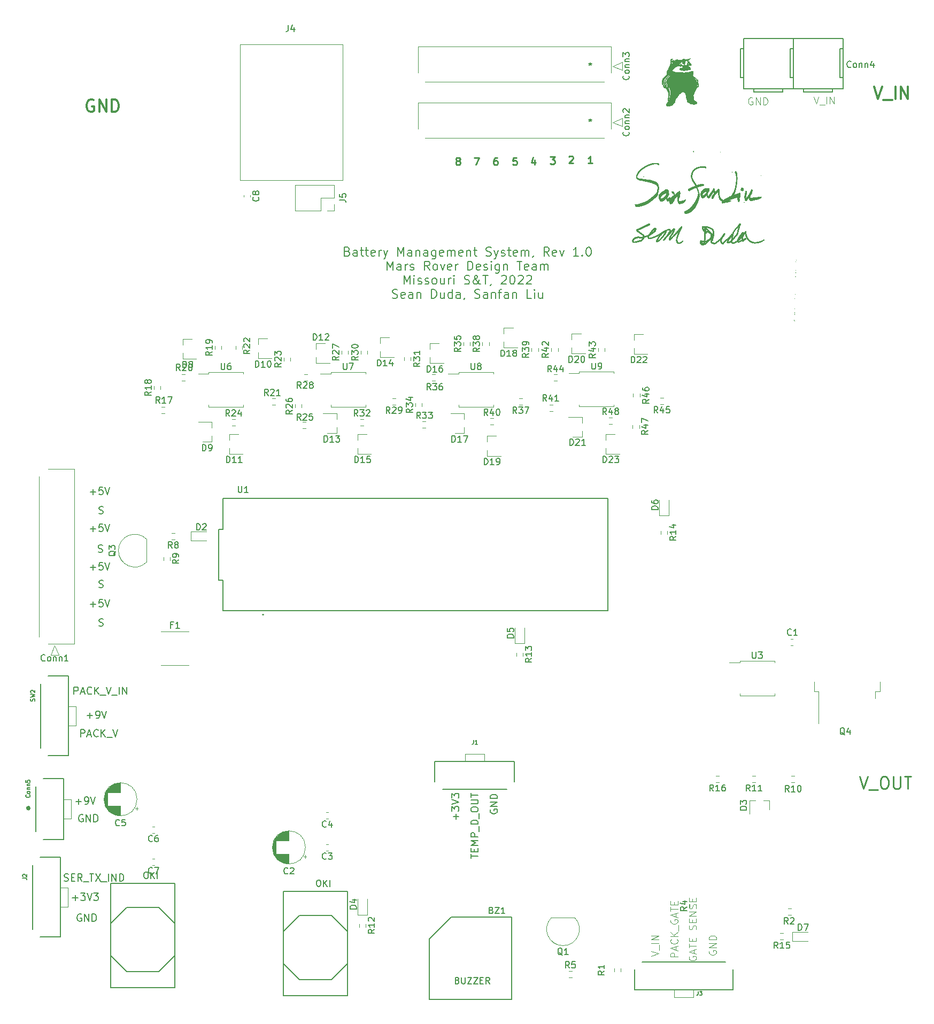
<source format=gbr>
%TF.GenerationSoftware,KiCad,Pcbnew,(5.1.10)-1*%
%TF.CreationDate,2021-12-10T12:48:02-06:00*%
%TF.ProjectId,BMS_2022_Rev1,424d535f-3230-4323-925f-526576312e6b,rev?*%
%TF.SameCoordinates,Original*%
%TF.FileFunction,Legend,Top*%
%TF.FilePolarity,Positive*%
%FSLAX46Y46*%
G04 Gerber Fmt 4.6, Leading zero omitted, Abs format (unit mm)*
G04 Created by KiCad (PCBNEW (5.1.10)-1) date 2021-12-10 12:48:02*
%MOMM*%
%LPD*%
G01*
G04 APERTURE LIST*
%ADD10C,0.285750*%
%ADD11C,0.300000*%
%ADD12C,0.254000*%
%ADD13C,0.127000*%
%ADD14C,0.095250*%
%ADD15C,0.063500*%
%ADD16C,0.010000*%
%ADD17C,0.120000*%
%ADD18C,0.200000*%
%ADD19C,0.150000*%
G04 APERTURE END LIST*
D10*
X117021428Y-43043928D02*
X117075857Y-42989500D01*
X117184714Y-42935071D01*
X117456857Y-42935071D01*
X117565714Y-42989500D01*
X117620142Y-43043928D01*
X117674571Y-43152785D01*
X117674571Y-43261642D01*
X117620142Y-43424928D01*
X116967000Y-44078071D01*
X117674571Y-44078071D01*
X114046000Y-43062071D02*
X114753571Y-43062071D01*
X114372571Y-43497500D01*
X114535857Y-43497500D01*
X114644714Y-43551928D01*
X114699142Y-43606357D01*
X114753571Y-43715214D01*
X114753571Y-43987357D01*
X114699142Y-44096214D01*
X114644714Y-44150642D01*
X114535857Y-44205071D01*
X114209285Y-44205071D01*
X114100428Y-44150642D01*
X114046000Y-44096214D01*
X111596714Y-43570071D02*
X111596714Y-44332071D01*
X111324571Y-43134642D02*
X111052428Y-43951071D01*
X111760000Y-43951071D01*
X108730142Y-43189071D02*
X108185857Y-43189071D01*
X108131428Y-43733357D01*
X108185857Y-43678928D01*
X108294714Y-43624500D01*
X108566857Y-43624500D01*
X108675714Y-43678928D01*
X108730142Y-43733357D01*
X108784571Y-43842214D01*
X108784571Y-44114357D01*
X108730142Y-44223214D01*
X108675714Y-44277642D01*
X108566857Y-44332071D01*
X108294714Y-44332071D01*
X108185857Y-44277642D01*
X108131428Y-44223214D01*
X105627714Y-43189071D02*
X105410000Y-43189071D01*
X105301142Y-43243500D01*
X105246714Y-43297928D01*
X105137857Y-43461214D01*
X105083428Y-43678928D01*
X105083428Y-44114357D01*
X105137857Y-44223214D01*
X105192285Y-44277642D01*
X105301142Y-44332071D01*
X105518857Y-44332071D01*
X105627714Y-44277642D01*
X105682142Y-44223214D01*
X105736571Y-44114357D01*
X105736571Y-43842214D01*
X105682142Y-43733357D01*
X105627714Y-43678928D01*
X105518857Y-43624500D01*
X105301142Y-43624500D01*
X105192285Y-43678928D01*
X105137857Y-43733357D01*
X105083428Y-43842214D01*
X101981000Y-43189071D02*
X102743000Y-43189071D01*
X102253142Y-44332071D01*
X99549857Y-43678928D02*
X99658714Y-43624500D01*
X99713142Y-43570071D01*
X99767571Y-43461214D01*
X99767571Y-43406785D01*
X99713142Y-43297928D01*
X99658714Y-43243500D01*
X99549857Y-43189071D01*
X99332142Y-43189071D01*
X99223285Y-43243500D01*
X99168857Y-43297928D01*
X99114428Y-43406785D01*
X99114428Y-43461214D01*
X99168857Y-43570071D01*
X99223285Y-43624500D01*
X99332142Y-43678928D01*
X99549857Y-43678928D01*
X99658714Y-43733357D01*
X99713142Y-43787785D01*
X99767571Y-43896642D01*
X99767571Y-44114357D01*
X99713142Y-44223214D01*
X99658714Y-44277642D01*
X99549857Y-44332071D01*
X99332142Y-44332071D01*
X99223285Y-44277642D01*
X99168857Y-44223214D01*
X99114428Y-44114357D01*
X99114428Y-43896642D01*
X99168857Y-43787785D01*
X99223285Y-43733357D01*
X99332142Y-43678928D01*
D11*
X41728571Y-34099500D02*
X41547142Y-34008785D01*
X41275000Y-34008785D01*
X41002857Y-34099500D01*
X40821428Y-34280928D01*
X40730714Y-34462357D01*
X40640000Y-34825214D01*
X40640000Y-35097357D01*
X40730714Y-35460214D01*
X40821428Y-35641642D01*
X41002857Y-35823071D01*
X41275000Y-35913785D01*
X41456428Y-35913785D01*
X41728571Y-35823071D01*
X41819285Y-35732357D01*
X41819285Y-35097357D01*
X41456428Y-35097357D01*
X42635714Y-35913785D02*
X42635714Y-34008785D01*
X43724285Y-35913785D01*
X43724285Y-34008785D01*
X44631428Y-35913785D02*
X44631428Y-34008785D01*
X45085000Y-34008785D01*
X45357142Y-34099500D01*
X45538571Y-34280928D01*
X45629285Y-34462357D01*
X45720000Y-34825214D01*
X45720000Y-35097357D01*
X45629285Y-35460214D01*
X45538571Y-35641642D01*
X45357142Y-35823071D01*
X45085000Y-35913785D01*
X44631428Y-35913785D01*
X165335857Y-31976785D02*
X165970857Y-33881785D01*
X166605857Y-31976785D01*
X166787285Y-34063214D02*
X168238714Y-34063214D01*
X168692285Y-33881785D02*
X168692285Y-31976785D01*
X169599428Y-33881785D02*
X169599428Y-31976785D01*
X170688000Y-33881785D01*
X170688000Y-31976785D01*
D12*
X163049857Y-141196785D02*
X163684857Y-143101785D01*
X164319857Y-141196785D01*
X164501285Y-143283214D02*
X165952714Y-143283214D01*
X166769142Y-141196785D02*
X167132000Y-141196785D01*
X167313428Y-141287500D01*
X167494857Y-141468928D01*
X167585571Y-141831785D01*
X167585571Y-142466785D01*
X167494857Y-142829642D01*
X167313428Y-143011071D01*
X167132000Y-143101785D01*
X166769142Y-143101785D01*
X166587714Y-143011071D01*
X166406285Y-142829642D01*
X166315571Y-142466785D01*
X166315571Y-141831785D01*
X166406285Y-141468928D01*
X166587714Y-141287500D01*
X166769142Y-141196785D01*
X168402000Y-141196785D02*
X168402000Y-142738928D01*
X168492714Y-142920357D01*
X168583428Y-143011071D01*
X168764857Y-143101785D01*
X169127714Y-143101785D01*
X169309142Y-143011071D01*
X169399857Y-142920357D01*
X169490571Y-142738928D01*
X169490571Y-141196785D01*
X170125571Y-141196785D02*
X171214142Y-141196785D01*
X170669857Y-143101785D02*
X170669857Y-141196785D01*
D13*
X81939190Y-58034464D02*
X82138761Y-58100988D01*
X82205285Y-58167511D01*
X82271809Y-58300559D01*
X82271809Y-58500130D01*
X82205285Y-58633178D01*
X82138761Y-58699702D01*
X82005714Y-58766226D01*
X81473523Y-58766226D01*
X81473523Y-57369226D01*
X81939190Y-57369226D01*
X82072238Y-57435750D01*
X82138761Y-57502273D01*
X82205285Y-57635321D01*
X82205285Y-57768369D01*
X82138761Y-57901416D01*
X82072238Y-57967940D01*
X81939190Y-58034464D01*
X81473523Y-58034464D01*
X83469238Y-58766226D02*
X83469238Y-58034464D01*
X83402714Y-57901416D01*
X83269666Y-57834892D01*
X83003571Y-57834892D01*
X82870523Y-57901416D01*
X83469238Y-58699702D02*
X83336190Y-58766226D01*
X83003571Y-58766226D01*
X82870523Y-58699702D01*
X82804000Y-58566654D01*
X82804000Y-58433607D01*
X82870523Y-58300559D01*
X83003571Y-58234035D01*
X83336190Y-58234035D01*
X83469238Y-58167511D01*
X83934904Y-57834892D02*
X84467095Y-57834892D01*
X84134476Y-57369226D02*
X84134476Y-58566654D01*
X84201000Y-58699702D01*
X84334047Y-58766226D01*
X84467095Y-58766226D01*
X84733190Y-57834892D02*
X85265380Y-57834892D01*
X84932761Y-57369226D02*
X84932761Y-58566654D01*
X84999285Y-58699702D01*
X85132333Y-58766226D01*
X85265380Y-58766226D01*
X86263238Y-58699702D02*
X86130190Y-58766226D01*
X85864095Y-58766226D01*
X85731047Y-58699702D01*
X85664523Y-58566654D01*
X85664523Y-58034464D01*
X85731047Y-57901416D01*
X85864095Y-57834892D01*
X86130190Y-57834892D01*
X86263238Y-57901416D01*
X86329761Y-58034464D01*
X86329761Y-58167511D01*
X85664523Y-58300559D01*
X86928476Y-58766226D02*
X86928476Y-57834892D01*
X86928476Y-58100988D02*
X86995000Y-57967940D01*
X87061523Y-57901416D01*
X87194571Y-57834892D01*
X87327619Y-57834892D01*
X87660238Y-57834892D02*
X87992857Y-58766226D01*
X88325476Y-57834892D02*
X87992857Y-58766226D01*
X87859809Y-59098845D01*
X87793285Y-59165369D01*
X87660238Y-59231892D01*
X89922047Y-58766226D02*
X89922047Y-57369226D01*
X90387714Y-58367083D01*
X90853380Y-57369226D01*
X90853380Y-58766226D01*
X92117333Y-58766226D02*
X92117333Y-58034464D01*
X92050809Y-57901416D01*
X91917761Y-57834892D01*
X91651666Y-57834892D01*
X91518619Y-57901416D01*
X92117333Y-58699702D02*
X91984285Y-58766226D01*
X91651666Y-58766226D01*
X91518619Y-58699702D01*
X91452095Y-58566654D01*
X91452095Y-58433607D01*
X91518619Y-58300559D01*
X91651666Y-58234035D01*
X91984285Y-58234035D01*
X92117333Y-58167511D01*
X92782571Y-57834892D02*
X92782571Y-58766226D01*
X92782571Y-57967940D02*
X92849095Y-57901416D01*
X92982142Y-57834892D01*
X93181714Y-57834892D01*
X93314761Y-57901416D01*
X93381285Y-58034464D01*
X93381285Y-58766226D01*
X94645238Y-58766226D02*
X94645238Y-58034464D01*
X94578714Y-57901416D01*
X94445666Y-57834892D01*
X94179571Y-57834892D01*
X94046523Y-57901416D01*
X94645238Y-58699702D02*
X94512190Y-58766226D01*
X94179571Y-58766226D01*
X94046523Y-58699702D01*
X93980000Y-58566654D01*
X93980000Y-58433607D01*
X94046523Y-58300559D01*
X94179571Y-58234035D01*
X94512190Y-58234035D01*
X94645238Y-58167511D01*
X95909190Y-57834892D02*
X95909190Y-58965797D01*
X95842666Y-59098845D01*
X95776142Y-59165369D01*
X95643095Y-59231892D01*
X95443523Y-59231892D01*
X95310476Y-59165369D01*
X95909190Y-58699702D02*
X95776142Y-58766226D01*
X95510047Y-58766226D01*
X95377000Y-58699702D01*
X95310476Y-58633178D01*
X95243952Y-58500130D01*
X95243952Y-58100988D01*
X95310476Y-57967940D01*
X95377000Y-57901416D01*
X95510047Y-57834892D01*
X95776142Y-57834892D01*
X95909190Y-57901416D01*
X97106619Y-58699702D02*
X96973571Y-58766226D01*
X96707476Y-58766226D01*
X96574428Y-58699702D01*
X96507904Y-58566654D01*
X96507904Y-58034464D01*
X96574428Y-57901416D01*
X96707476Y-57834892D01*
X96973571Y-57834892D01*
X97106619Y-57901416D01*
X97173142Y-58034464D01*
X97173142Y-58167511D01*
X96507904Y-58300559D01*
X97771857Y-58766226D02*
X97771857Y-57834892D01*
X97771857Y-57967940D02*
X97838380Y-57901416D01*
X97971428Y-57834892D01*
X98171000Y-57834892D01*
X98304047Y-57901416D01*
X98370571Y-58034464D01*
X98370571Y-58766226D01*
X98370571Y-58034464D02*
X98437095Y-57901416D01*
X98570142Y-57834892D01*
X98769714Y-57834892D01*
X98902761Y-57901416D01*
X98969285Y-58034464D01*
X98969285Y-58766226D01*
X100166714Y-58699702D02*
X100033666Y-58766226D01*
X99767571Y-58766226D01*
X99634523Y-58699702D01*
X99568000Y-58566654D01*
X99568000Y-58034464D01*
X99634523Y-57901416D01*
X99767571Y-57834892D01*
X100033666Y-57834892D01*
X100166714Y-57901416D01*
X100233238Y-58034464D01*
X100233238Y-58167511D01*
X99568000Y-58300559D01*
X100831952Y-57834892D02*
X100831952Y-58766226D01*
X100831952Y-57967940D02*
X100898476Y-57901416D01*
X101031523Y-57834892D01*
X101231095Y-57834892D01*
X101364142Y-57901416D01*
X101430666Y-58034464D01*
X101430666Y-58766226D01*
X101896333Y-57834892D02*
X102428523Y-57834892D01*
X102095904Y-57369226D02*
X102095904Y-58566654D01*
X102162428Y-58699702D01*
X102295476Y-58766226D01*
X102428523Y-58766226D01*
X103892047Y-58699702D02*
X104091619Y-58766226D01*
X104424238Y-58766226D01*
X104557285Y-58699702D01*
X104623809Y-58633178D01*
X104690333Y-58500130D01*
X104690333Y-58367083D01*
X104623809Y-58234035D01*
X104557285Y-58167511D01*
X104424238Y-58100988D01*
X104158142Y-58034464D01*
X104025095Y-57967940D01*
X103958571Y-57901416D01*
X103892047Y-57768369D01*
X103892047Y-57635321D01*
X103958571Y-57502273D01*
X104025095Y-57435750D01*
X104158142Y-57369226D01*
X104490761Y-57369226D01*
X104690333Y-57435750D01*
X105156000Y-57834892D02*
X105488619Y-58766226D01*
X105821238Y-57834892D02*
X105488619Y-58766226D01*
X105355571Y-59098845D01*
X105289047Y-59165369D01*
X105156000Y-59231892D01*
X106286904Y-58699702D02*
X106419952Y-58766226D01*
X106686047Y-58766226D01*
X106819095Y-58699702D01*
X106885619Y-58566654D01*
X106885619Y-58500130D01*
X106819095Y-58367083D01*
X106686047Y-58300559D01*
X106486476Y-58300559D01*
X106353428Y-58234035D01*
X106286904Y-58100988D01*
X106286904Y-58034464D01*
X106353428Y-57901416D01*
X106486476Y-57834892D01*
X106686047Y-57834892D01*
X106819095Y-57901416D01*
X107284761Y-57834892D02*
X107816952Y-57834892D01*
X107484333Y-57369226D02*
X107484333Y-58566654D01*
X107550857Y-58699702D01*
X107683904Y-58766226D01*
X107816952Y-58766226D01*
X108814809Y-58699702D02*
X108681761Y-58766226D01*
X108415666Y-58766226D01*
X108282619Y-58699702D01*
X108216095Y-58566654D01*
X108216095Y-58034464D01*
X108282619Y-57901416D01*
X108415666Y-57834892D01*
X108681761Y-57834892D01*
X108814809Y-57901416D01*
X108881333Y-58034464D01*
X108881333Y-58167511D01*
X108216095Y-58300559D01*
X109480047Y-58766226D02*
X109480047Y-57834892D01*
X109480047Y-57967940D02*
X109546571Y-57901416D01*
X109679619Y-57834892D01*
X109879190Y-57834892D01*
X110012238Y-57901416D01*
X110078761Y-58034464D01*
X110078761Y-58766226D01*
X110078761Y-58034464D02*
X110145285Y-57901416D01*
X110278333Y-57834892D01*
X110477904Y-57834892D01*
X110610952Y-57901416D01*
X110677476Y-58034464D01*
X110677476Y-58766226D01*
X111409238Y-58699702D02*
X111409238Y-58766226D01*
X111342714Y-58899273D01*
X111276190Y-58965797D01*
X113870619Y-58766226D02*
X113404952Y-58100988D01*
X113072333Y-58766226D02*
X113072333Y-57369226D01*
X113604523Y-57369226D01*
X113737571Y-57435750D01*
X113804095Y-57502273D01*
X113870619Y-57635321D01*
X113870619Y-57834892D01*
X113804095Y-57967940D01*
X113737571Y-58034464D01*
X113604523Y-58100988D01*
X113072333Y-58100988D01*
X115001523Y-58699702D02*
X114868476Y-58766226D01*
X114602380Y-58766226D01*
X114469333Y-58699702D01*
X114402809Y-58566654D01*
X114402809Y-58034464D01*
X114469333Y-57901416D01*
X114602380Y-57834892D01*
X114868476Y-57834892D01*
X115001523Y-57901416D01*
X115068047Y-58034464D01*
X115068047Y-58167511D01*
X114402809Y-58300559D01*
X115533714Y-57834892D02*
X115866333Y-58766226D01*
X116198952Y-57834892D01*
X118527285Y-58766226D02*
X117729000Y-58766226D01*
X118128142Y-58766226D02*
X118128142Y-57369226D01*
X117995095Y-57568797D01*
X117862047Y-57701845D01*
X117729000Y-57768369D01*
X119126000Y-58633178D02*
X119192523Y-58699702D01*
X119126000Y-58766226D01*
X119059476Y-58699702D01*
X119126000Y-58633178D01*
X119126000Y-58766226D01*
X120057333Y-57369226D02*
X120190380Y-57369226D01*
X120323428Y-57435750D01*
X120389952Y-57502273D01*
X120456476Y-57635321D01*
X120523000Y-57901416D01*
X120523000Y-58234035D01*
X120456476Y-58500130D01*
X120389952Y-58633178D01*
X120323428Y-58699702D01*
X120190380Y-58766226D01*
X120057333Y-58766226D01*
X119924285Y-58699702D01*
X119857761Y-58633178D01*
X119791238Y-58500130D01*
X119724714Y-58234035D01*
X119724714Y-57901416D01*
X119791238Y-57635321D01*
X119857761Y-57502273D01*
X119924285Y-57435750D01*
X120057333Y-57369226D01*
X88225690Y-60988726D02*
X88225690Y-59591726D01*
X88691357Y-60589583D01*
X89157023Y-59591726D01*
X89157023Y-60988726D01*
X90420976Y-60988726D02*
X90420976Y-60256964D01*
X90354452Y-60123916D01*
X90221404Y-60057392D01*
X89955309Y-60057392D01*
X89822261Y-60123916D01*
X90420976Y-60922202D02*
X90287928Y-60988726D01*
X89955309Y-60988726D01*
X89822261Y-60922202D01*
X89755738Y-60789154D01*
X89755738Y-60656107D01*
X89822261Y-60523059D01*
X89955309Y-60456535D01*
X90287928Y-60456535D01*
X90420976Y-60390011D01*
X91086214Y-60988726D02*
X91086214Y-60057392D01*
X91086214Y-60323488D02*
X91152738Y-60190440D01*
X91219261Y-60123916D01*
X91352309Y-60057392D01*
X91485357Y-60057392D01*
X91884500Y-60922202D02*
X92017547Y-60988726D01*
X92283642Y-60988726D01*
X92416690Y-60922202D01*
X92483214Y-60789154D01*
X92483214Y-60722630D01*
X92416690Y-60589583D01*
X92283642Y-60523059D01*
X92084071Y-60523059D01*
X91951023Y-60456535D01*
X91884500Y-60323488D01*
X91884500Y-60256964D01*
X91951023Y-60123916D01*
X92084071Y-60057392D01*
X92283642Y-60057392D01*
X92416690Y-60123916D01*
X94944595Y-60988726D02*
X94478928Y-60323488D01*
X94146309Y-60988726D02*
X94146309Y-59591726D01*
X94678500Y-59591726D01*
X94811547Y-59658250D01*
X94878071Y-59724773D01*
X94944595Y-59857821D01*
X94944595Y-60057392D01*
X94878071Y-60190440D01*
X94811547Y-60256964D01*
X94678500Y-60323488D01*
X94146309Y-60323488D01*
X95742880Y-60988726D02*
X95609833Y-60922202D01*
X95543309Y-60855678D01*
X95476785Y-60722630D01*
X95476785Y-60323488D01*
X95543309Y-60190440D01*
X95609833Y-60123916D01*
X95742880Y-60057392D01*
X95942452Y-60057392D01*
X96075500Y-60123916D01*
X96142023Y-60190440D01*
X96208547Y-60323488D01*
X96208547Y-60722630D01*
X96142023Y-60855678D01*
X96075500Y-60922202D01*
X95942452Y-60988726D01*
X95742880Y-60988726D01*
X96674214Y-60057392D02*
X97006833Y-60988726D01*
X97339452Y-60057392D01*
X98403833Y-60922202D02*
X98270785Y-60988726D01*
X98004690Y-60988726D01*
X97871642Y-60922202D01*
X97805119Y-60789154D01*
X97805119Y-60256964D01*
X97871642Y-60123916D01*
X98004690Y-60057392D01*
X98270785Y-60057392D01*
X98403833Y-60123916D01*
X98470357Y-60256964D01*
X98470357Y-60390011D01*
X97805119Y-60523059D01*
X99069071Y-60988726D02*
X99069071Y-60057392D01*
X99069071Y-60323488D02*
X99135595Y-60190440D01*
X99202119Y-60123916D01*
X99335166Y-60057392D01*
X99468214Y-60057392D01*
X100998261Y-60988726D02*
X100998261Y-59591726D01*
X101330880Y-59591726D01*
X101530452Y-59658250D01*
X101663500Y-59791297D01*
X101730023Y-59924345D01*
X101796547Y-60190440D01*
X101796547Y-60390011D01*
X101730023Y-60656107D01*
X101663500Y-60789154D01*
X101530452Y-60922202D01*
X101330880Y-60988726D01*
X100998261Y-60988726D01*
X102927452Y-60922202D02*
X102794404Y-60988726D01*
X102528309Y-60988726D01*
X102395261Y-60922202D01*
X102328738Y-60789154D01*
X102328738Y-60256964D01*
X102395261Y-60123916D01*
X102528309Y-60057392D01*
X102794404Y-60057392D01*
X102927452Y-60123916D01*
X102993976Y-60256964D01*
X102993976Y-60390011D01*
X102328738Y-60523059D01*
X103526166Y-60922202D02*
X103659214Y-60988726D01*
X103925309Y-60988726D01*
X104058357Y-60922202D01*
X104124880Y-60789154D01*
X104124880Y-60722630D01*
X104058357Y-60589583D01*
X103925309Y-60523059D01*
X103725738Y-60523059D01*
X103592690Y-60456535D01*
X103526166Y-60323488D01*
X103526166Y-60256964D01*
X103592690Y-60123916D01*
X103725738Y-60057392D01*
X103925309Y-60057392D01*
X104058357Y-60123916D01*
X104723595Y-60988726D02*
X104723595Y-60057392D01*
X104723595Y-59591726D02*
X104657071Y-59658250D01*
X104723595Y-59724773D01*
X104790119Y-59658250D01*
X104723595Y-59591726D01*
X104723595Y-59724773D01*
X105987547Y-60057392D02*
X105987547Y-61188297D01*
X105921023Y-61321345D01*
X105854500Y-61387869D01*
X105721452Y-61454392D01*
X105521880Y-61454392D01*
X105388833Y-61387869D01*
X105987547Y-60922202D02*
X105854500Y-60988726D01*
X105588404Y-60988726D01*
X105455357Y-60922202D01*
X105388833Y-60855678D01*
X105322309Y-60722630D01*
X105322309Y-60323488D01*
X105388833Y-60190440D01*
X105455357Y-60123916D01*
X105588404Y-60057392D01*
X105854500Y-60057392D01*
X105987547Y-60123916D01*
X106652785Y-60057392D02*
X106652785Y-60988726D01*
X106652785Y-60190440D02*
X106719309Y-60123916D01*
X106852357Y-60057392D01*
X107051928Y-60057392D01*
X107184976Y-60123916D01*
X107251500Y-60256964D01*
X107251500Y-60988726D01*
X108781547Y-59591726D02*
X109579833Y-59591726D01*
X109180690Y-60988726D02*
X109180690Y-59591726D01*
X110577690Y-60922202D02*
X110444642Y-60988726D01*
X110178547Y-60988726D01*
X110045500Y-60922202D01*
X109978976Y-60789154D01*
X109978976Y-60256964D01*
X110045500Y-60123916D01*
X110178547Y-60057392D01*
X110444642Y-60057392D01*
X110577690Y-60123916D01*
X110644214Y-60256964D01*
X110644214Y-60390011D01*
X109978976Y-60523059D01*
X111841642Y-60988726D02*
X111841642Y-60256964D01*
X111775119Y-60123916D01*
X111642071Y-60057392D01*
X111375976Y-60057392D01*
X111242928Y-60123916D01*
X111841642Y-60922202D02*
X111708595Y-60988726D01*
X111375976Y-60988726D01*
X111242928Y-60922202D01*
X111176404Y-60789154D01*
X111176404Y-60656107D01*
X111242928Y-60523059D01*
X111375976Y-60456535D01*
X111708595Y-60456535D01*
X111841642Y-60390011D01*
X112506880Y-60988726D02*
X112506880Y-60057392D01*
X112506880Y-60190440D02*
X112573404Y-60123916D01*
X112706452Y-60057392D01*
X112906023Y-60057392D01*
X113039071Y-60123916D01*
X113105595Y-60256964D01*
X113105595Y-60988726D01*
X113105595Y-60256964D02*
X113172119Y-60123916D01*
X113305166Y-60057392D01*
X113504738Y-60057392D01*
X113637785Y-60123916D01*
X113704309Y-60256964D01*
X113704309Y-60988726D01*
X90886642Y-63211226D02*
X90886642Y-61814226D01*
X91352309Y-62812083D01*
X91817976Y-61814226D01*
X91817976Y-63211226D01*
X92483214Y-63211226D02*
X92483214Y-62279892D01*
X92483214Y-61814226D02*
X92416690Y-61880750D01*
X92483214Y-61947273D01*
X92549738Y-61880750D01*
X92483214Y-61814226D01*
X92483214Y-61947273D01*
X93081928Y-63144702D02*
X93214976Y-63211226D01*
X93481071Y-63211226D01*
X93614119Y-63144702D01*
X93680642Y-63011654D01*
X93680642Y-62945130D01*
X93614119Y-62812083D01*
X93481071Y-62745559D01*
X93281500Y-62745559D01*
X93148452Y-62679035D01*
X93081928Y-62545988D01*
X93081928Y-62479464D01*
X93148452Y-62346416D01*
X93281500Y-62279892D01*
X93481071Y-62279892D01*
X93614119Y-62346416D01*
X94212833Y-63144702D02*
X94345880Y-63211226D01*
X94611976Y-63211226D01*
X94745023Y-63144702D01*
X94811547Y-63011654D01*
X94811547Y-62945130D01*
X94745023Y-62812083D01*
X94611976Y-62745559D01*
X94412404Y-62745559D01*
X94279357Y-62679035D01*
X94212833Y-62545988D01*
X94212833Y-62479464D01*
X94279357Y-62346416D01*
X94412404Y-62279892D01*
X94611976Y-62279892D01*
X94745023Y-62346416D01*
X95609833Y-63211226D02*
X95476785Y-63144702D01*
X95410261Y-63078178D01*
X95343738Y-62945130D01*
X95343738Y-62545988D01*
X95410261Y-62412940D01*
X95476785Y-62346416D01*
X95609833Y-62279892D01*
X95809404Y-62279892D01*
X95942452Y-62346416D01*
X96008976Y-62412940D01*
X96075500Y-62545988D01*
X96075500Y-62945130D01*
X96008976Y-63078178D01*
X95942452Y-63144702D01*
X95809404Y-63211226D01*
X95609833Y-63211226D01*
X97272928Y-62279892D02*
X97272928Y-63211226D01*
X96674214Y-62279892D02*
X96674214Y-63011654D01*
X96740738Y-63144702D01*
X96873785Y-63211226D01*
X97073357Y-63211226D01*
X97206404Y-63144702D01*
X97272928Y-63078178D01*
X97938166Y-63211226D02*
X97938166Y-62279892D01*
X97938166Y-62545988D02*
X98004690Y-62412940D01*
X98071214Y-62346416D01*
X98204261Y-62279892D01*
X98337309Y-62279892D01*
X98802976Y-63211226D02*
X98802976Y-62279892D01*
X98802976Y-61814226D02*
X98736452Y-61880750D01*
X98802976Y-61947273D01*
X98869500Y-61880750D01*
X98802976Y-61814226D01*
X98802976Y-61947273D01*
X100466071Y-63144702D02*
X100665642Y-63211226D01*
X100998261Y-63211226D01*
X101131309Y-63144702D01*
X101197833Y-63078178D01*
X101264357Y-62945130D01*
X101264357Y-62812083D01*
X101197833Y-62679035D01*
X101131309Y-62612511D01*
X100998261Y-62545988D01*
X100732166Y-62479464D01*
X100599119Y-62412940D01*
X100532595Y-62346416D01*
X100466071Y-62213369D01*
X100466071Y-62080321D01*
X100532595Y-61947273D01*
X100599119Y-61880750D01*
X100732166Y-61814226D01*
X101064785Y-61814226D01*
X101264357Y-61880750D01*
X102993976Y-63211226D02*
X102927452Y-63211226D01*
X102794404Y-63144702D01*
X102594833Y-62945130D01*
X102262214Y-62545988D01*
X102129166Y-62346416D01*
X102062642Y-62146845D01*
X102062642Y-62013797D01*
X102129166Y-61880750D01*
X102262214Y-61814226D01*
X102328738Y-61814226D01*
X102461785Y-61880750D01*
X102528309Y-62013797D01*
X102528309Y-62080321D01*
X102461785Y-62213369D01*
X102395261Y-62279892D01*
X101996119Y-62545988D01*
X101929595Y-62612511D01*
X101863071Y-62745559D01*
X101863071Y-62945130D01*
X101929595Y-63078178D01*
X101996119Y-63144702D01*
X102129166Y-63211226D01*
X102328738Y-63211226D01*
X102461785Y-63144702D01*
X102528309Y-63078178D01*
X102727880Y-62812083D01*
X102794404Y-62612511D01*
X102794404Y-62479464D01*
X103393119Y-61814226D02*
X104191404Y-61814226D01*
X103792261Y-63211226D02*
X103792261Y-61814226D01*
X104723595Y-63144702D02*
X104723595Y-63211226D01*
X104657071Y-63344273D01*
X104590547Y-63410797D01*
X106320166Y-61947273D02*
X106386690Y-61880750D01*
X106519738Y-61814226D01*
X106852357Y-61814226D01*
X106985404Y-61880750D01*
X107051928Y-61947273D01*
X107118452Y-62080321D01*
X107118452Y-62213369D01*
X107051928Y-62412940D01*
X106253642Y-63211226D01*
X107118452Y-63211226D01*
X107983261Y-61814226D02*
X108116309Y-61814226D01*
X108249357Y-61880750D01*
X108315880Y-61947273D01*
X108382404Y-62080321D01*
X108448928Y-62346416D01*
X108448928Y-62679035D01*
X108382404Y-62945130D01*
X108315880Y-63078178D01*
X108249357Y-63144702D01*
X108116309Y-63211226D01*
X107983261Y-63211226D01*
X107850214Y-63144702D01*
X107783690Y-63078178D01*
X107717166Y-62945130D01*
X107650642Y-62679035D01*
X107650642Y-62346416D01*
X107717166Y-62080321D01*
X107783690Y-61947273D01*
X107850214Y-61880750D01*
X107983261Y-61814226D01*
X108981119Y-61947273D02*
X109047642Y-61880750D01*
X109180690Y-61814226D01*
X109513309Y-61814226D01*
X109646357Y-61880750D01*
X109712880Y-61947273D01*
X109779404Y-62080321D01*
X109779404Y-62213369D01*
X109712880Y-62412940D01*
X108914595Y-63211226D01*
X109779404Y-63211226D01*
X110311595Y-61947273D02*
X110378119Y-61880750D01*
X110511166Y-61814226D01*
X110843785Y-61814226D01*
X110976833Y-61880750D01*
X111043357Y-61947273D01*
X111109880Y-62080321D01*
X111109880Y-62213369D01*
X111043357Y-62412940D01*
X110245071Y-63211226D01*
X111109880Y-63211226D01*
X89057238Y-65367202D02*
X89256809Y-65433726D01*
X89589428Y-65433726D01*
X89722476Y-65367202D01*
X89789000Y-65300678D01*
X89855523Y-65167630D01*
X89855523Y-65034583D01*
X89789000Y-64901535D01*
X89722476Y-64835011D01*
X89589428Y-64768488D01*
X89323333Y-64701964D01*
X89190285Y-64635440D01*
X89123761Y-64568916D01*
X89057238Y-64435869D01*
X89057238Y-64302821D01*
X89123761Y-64169773D01*
X89190285Y-64103250D01*
X89323333Y-64036726D01*
X89655952Y-64036726D01*
X89855523Y-64103250D01*
X90986428Y-65367202D02*
X90853380Y-65433726D01*
X90587285Y-65433726D01*
X90454238Y-65367202D01*
X90387714Y-65234154D01*
X90387714Y-64701964D01*
X90454238Y-64568916D01*
X90587285Y-64502392D01*
X90853380Y-64502392D01*
X90986428Y-64568916D01*
X91052952Y-64701964D01*
X91052952Y-64835011D01*
X90387714Y-64968059D01*
X92250380Y-65433726D02*
X92250380Y-64701964D01*
X92183857Y-64568916D01*
X92050809Y-64502392D01*
X91784714Y-64502392D01*
X91651666Y-64568916D01*
X92250380Y-65367202D02*
X92117333Y-65433726D01*
X91784714Y-65433726D01*
X91651666Y-65367202D01*
X91585142Y-65234154D01*
X91585142Y-65101107D01*
X91651666Y-64968059D01*
X91784714Y-64901535D01*
X92117333Y-64901535D01*
X92250380Y-64835011D01*
X92915619Y-64502392D02*
X92915619Y-65433726D01*
X92915619Y-64635440D02*
X92982142Y-64568916D01*
X93115190Y-64502392D01*
X93314761Y-64502392D01*
X93447809Y-64568916D01*
X93514333Y-64701964D01*
X93514333Y-65433726D01*
X95243952Y-65433726D02*
X95243952Y-64036726D01*
X95576571Y-64036726D01*
X95776142Y-64103250D01*
X95909190Y-64236297D01*
X95975714Y-64369345D01*
X96042238Y-64635440D01*
X96042238Y-64835011D01*
X95975714Y-65101107D01*
X95909190Y-65234154D01*
X95776142Y-65367202D01*
X95576571Y-65433726D01*
X95243952Y-65433726D01*
X97239666Y-64502392D02*
X97239666Y-65433726D01*
X96640952Y-64502392D02*
X96640952Y-65234154D01*
X96707476Y-65367202D01*
X96840523Y-65433726D01*
X97040095Y-65433726D01*
X97173142Y-65367202D01*
X97239666Y-65300678D01*
X98503619Y-65433726D02*
X98503619Y-64036726D01*
X98503619Y-65367202D02*
X98370571Y-65433726D01*
X98104476Y-65433726D01*
X97971428Y-65367202D01*
X97904904Y-65300678D01*
X97838380Y-65167630D01*
X97838380Y-64768488D01*
X97904904Y-64635440D01*
X97971428Y-64568916D01*
X98104476Y-64502392D01*
X98370571Y-64502392D01*
X98503619Y-64568916D01*
X99767571Y-65433726D02*
X99767571Y-64701964D01*
X99701047Y-64568916D01*
X99568000Y-64502392D01*
X99301904Y-64502392D01*
X99168857Y-64568916D01*
X99767571Y-65367202D02*
X99634523Y-65433726D01*
X99301904Y-65433726D01*
X99168857Y-65367202D01*
X99102333Y-65234154D01*
X99102333Y-65101107D01*
X99168857Y-64968059D01*
X99301904Y-64901535D01*
X99634523Y-64901535D01*
X99767571Y-64835011D01*
X100499333Y-65367202D02*
X100499333Y-65433726D01*
X100432809Y-65566773D01*
X100366285Y-65633297D01*
X102095904Y-65367202D02*
X102295476Y-65433726D01*
X102628095Y-65433726D01*
X102761142Y-65367202D01*
X102827666Y-65300678D01*
X102894190Y-65167630D01*
X102894190Y-65034583D01*
X102827666Y-64901535D01*
X102761142Y-64835011D01*
X102628095Y-64768488D01*
X102362000Y-64701964D01*
X102228952Y-64635440D01*
X102162428Y-64568916D01*
X102095904Y-64435869D01*
X102095904Y-64302821D01*
X102162428Y-64169773D01*
X102228952Y-64103250D01*
X102362000Y-64036726D01*
X102694619Y-64036726D01*
X102894190Y-64103250D01*
X104091619Y-65433726D02*
X104091619Y-64701964D01*
X104025095Y-64568916D01*
X103892047Y-64502392D01*
X103625952Y-64502392D01*
X103492904Y-64568916D01*
X104091619Y-65367202D02*
X103958571Y-65433726D01*
X103625952Y-65433726D01*
X103492904Y-65367202D01*
X103426380Y-65234154D01*
X103426380Y-65101107D01*
X103492904Y-64968059D01*
X103625952Y-64901535D01*
X103958571Y-64901535D01*
X104091619Y-64835011D01*
X104756857Y-64502392D02*
X104756857Y-65433726D01*
X104756857Y-64635440D02*
X104823380Y-64568916D01*
X104956428Y-64502392D01*
X105156000Y-64502392D01*
X105289047Y-64568916D01*
X105355571Y-64701964D01*
X105355571Y-65433726D01*
X105821238Y-64502392D02*
X106353428Y-64502392D01*
X106020809Y-65433726D02*
X106020809Y-64236297D01*
X106087333Y-64103250D01*
X106220380Y-64036726D01*
X106353428Y-64036726D01*
X107417809Y-65433726D02*
X107417809Y-64701964D01*
X107351285Y-64568916D01*
X107218238Y-64502392D01*
X106952142Y-64502392D01*
X106819095Y-64568916D01*
X107417809Y-65367202D02*
X107284761Y-65433726D01*
X106952142Y-65433726D01*
X106819095Y-65367202D01*
X106752571Y-65234154D01*
X106752571Y-65101107D01*
X106819095Y-64968059D01*
X106952142Y-64901535D01*
X107284761Y-64901535D01*
X107417809Y-64835011D01*
X108083047Y-64502392D02*
X108083047Y-65433726D01*
X108083047Y-64635440D02*
X108149571Y-64568916D01*
X108282619Y-64502392D01*
X108482190Y-64502392D01*
X108615238Y-64568916D01*
X108681761Y-64701964D01*
X108681761Y-65433726D01*
X111076619Y-65433726D02*
X110411380Y-65433726D01*
X110411380Y-64036726D01*
X111542285Y-65433726D02*
X111542285Y-64502392D01*
X111542285Y-64036726D02*
X111475761Y-64103250D01*
X111542285Y-64169773D01*
X111608809Y-64103250D01*
X111542285Y-64036726D01*
X111542285Y-64169773D01*
X112806238Y-64502392D02*
X112806238Y-65433726D01*
X112207523Y-64502392D02*
X112207523Y-65234154D01*
X112274047Y-65367202D01*
X112407095Y-65433726D01*
X112606666Y-65433726D01*
X112739714Y-65367202D01*
X112806238Y-65300678D01*
D14*
X146068142Y-33718500D02*
X145959285Y-33664071D01*
X145796000Y-33664071D01*
X145632714Y-33718500D01*
X145523857Y-33827357D01*
X145469428Y-33936214D01*
X145415000Y-34153928D01*
X145415000Y-34317214D01*
X145469428Y-34534928D01*
X145523857Y-34643785D01*
X145632714Y-34752642D01*
X145796000Y-34807071D01*
X145904857Y-34807071D01*
X146068142Y-34752642D01*
X146122571Y-34698214D01*
X146122571Y-34317214D01*
X145904857Y-34317214D01*
X146612428Y-34807071D02*
X146612428Y-33664071D01*
X147265571Y-34807071D01*
X147265571Y-33664071D01*
X147809857Y-34807071D02*
X147809857Y-33664071D01*
X148082000Y-33664071D01*
X148245285Y-33718500D01*
X148354142Y-33827357D01*
X148408571Y-33936214D01*
X148463000Y-34153928D01*
X148463000Y-34317214D01*
X148408571Y-34534928D01*
X148354142Y-34643785D01*
X148245285Y-34752642D01*
X148082000Y-34807071D01*
X147809857Y-34807071D01*
X155792714Y-33537071D02*
X156173714Y-34680071D01*
X156554714Y-33537071D01*
X156663571Y-34788928D02*
X157534428Y-34788928D01*
X157806571Y-34680071D02*
X157806571Y-33537071D01*
X158350857Y-34680071D02*
X158350857Y-33537071D01*
X159004000Y-34680071D01*
X159004000Y-33537071D01*
D15*
X139255500Y-168764857D02*
X139201071Y-168873714D01*
X139201071Y-169037000D01*
X139255500Y-169200285D01*
X139364357Y-169309142D01*
X139473214Y-169363571D01*
X139690928Y-169418000D01*
X139854214Y-169418000D01*
X140071928Y-169363571D01*
X140180785Y-169309142D01*
X140289642Y-169200285D01*
X140344071Y-169037000D01*
X140344071Y-168928142D01*
X140289642Y-168764857D01*
X140235214Y-168710428D01*
X139854214Y-168710428D01*
X139854214Y-168928142D01*
X140344071Y-168220571D02*
X139201071Y-168220571D01*
X140344071Y-167567428D01*
X139201071Y-167567428D01*
X140344071Y-167023142D02*
X139201071Y-167023142D01*
X139201071Y-166751000D01*
X139255500Y-166587714D01*
X139364357Y-166478857D01*
X139473214Y-166424428D01*
X139690928Y-166370000D01*
X139854214Y-166370000D01*
X140071928Y-166424428D01*
X140180785Y-166478857D01*
X140289642Y-166587714D01*
X140344071Y-166751000D01*
X140344071Y-167023142D01*
X136080500Y-169653857D02*
X136026071Y-169762714D01*
X136026071Y-169926000D01*
X136080500Y-170089285D01*
X136189357Y-170198142D01*
X136298214Y-170252571D01*
X136515928Y-170307000D01*
X136679214Y-170307000D01*
X136896928Y-170252571D01*
X137005785Y-170198142D01*
X137114642Y-170089285D01*
X137169071Y-169926000D01*
X137169071Y-169817142D01*
X137114642Y-169653857D01*
X137060214Y-169599428D01*
X136679214Y-169599428D01*
X136679214Y-169817142D01*
X136842500Y-169164000D02*
X136842500Y-168619714D01*
X137169071Y-169272857D02*
X136026071Y-168891857D01*
X137169071Y-168510857D01*
X136026071Y-168293142D02*
X136026071Y-167640000D01*
X137169071Y-167966571D02*
X136026071Y-167966571D01*
X136570357Y-167259000D02*
X136570357Y-166878000D01*
X137169071Y-166714714D02*
X137169071Y-167259000D01*
X136026071Y-167259000D01*
X136026071Y-166714714D01*
X137114642Y-165408428D02*
X137169071Y-165245142D01*
X137169071Y-164973000D01*
X137114642Y-164864142D01*
X137060214Y-164809714D01*
X136951357Y-164755285D01*
X136842500Y-164755285D01*
X136733642Y-164809714D01*
X136679214Y-164864142D01*
X136624785Y-164973000D01*
X136570357Y-165190714D01*
X136515928Y-165299571D01*
X136461500Y-165354000D01*
X136352642Y-165408428D01*
X136243785Y-165408428D01*
X136134928Y-165354000D01*
X136080500Y-165299571D01*
X136026071Y-165190714D01*
X136026071Y-164918571D01*
X136080500Y-164755285D01*
X136570357Y-164265428D02*
X136570357Y-163884428D01*
X137169071Y-163721142D02*
X137169071Y-164265428D01*
X136026071Y-164265428D01*
X136026071Y-163721142D01*
X137169071Y-163231285D02*
X136026071Y-163231285D01*
X137169071Y-162578142D01*
X136026071Y-162578142D01*
X137114642Y-162088285D02*
X137169071Y-161925000D01*
X137169071Y-161652857D01*
X137114642Y-161544000D01*
X137060214Y-161489571D01*
X136951357Y-161435142D01*
X136842500Y-161435142D01*
X136733642Y-161489571D01*
X136679214Y-161544000D01*
X136624785Y-161652857D01*
X136570357Y-161870571D01*
X136515928Y-161979428D01*
X136461500Y-162033857D01*
X136352642Y-162088285D01*
X136243785Y-162088285D01*
X136134928Y-162033857D01*
X136080500Y-161979428D01*
X136026071Y-161870571D01*
X136026071Y-161598428D01*
X136080500Y-161435142D01*
X136570357Y-160945285D02*
X136570357Y-160564285D01*
X137169071Y-160401000D02*
X137169071Y-160945285D01*
X136026071Y-160945285D01*
X136026071Y-160401000D01*
X134248071Y-169735500D02*
X133105071Y-169735500D01*
X133105071Y-169300071D01*
X133159500Y-169191214D01*
X133213928Y-169136785D01*
X133322785Y-169082357D01*
X133486071Y-169082357D01*
X133594928Y-169136785D01*
X133649357Y-169191214D01*
X133703785Y-169300071D01*
X133703785Y-169735500D01*
X133921500Y-168646928D02*
X133921500Y-168102642D01*
X134248071Y-168755785D02*
X133105071Y-168374785D01*
X134248071Y-167993785D01*
X134139214Y-166959642D02*
X134193642Y-167014071D01*
X134248071Y-167177357D01*
X134248071Y-167286214D01*
X134193642Y-167449500D01*
X134084785Y-167558357D01*
X133975928Y-167612785D01*
X133758214Y-167667214D01*
X133594928Y-167667214D01*
X133377214Y-167612785D01*
X133268357Y-167558357D01*
X133159500Y-167449500D01*
X133105071Y-167286214D01*
X133105071Y-167177357D01*
X133159500Y-167014071D01*
X133213928Y-166959642D01*
X134248071Y-166469785D02*
X133105071Y-166469785D01*
X134248071Y-165816642D02*
X133594928Y-166306500D01*
X133105071Y-165816642D02*
X133758214Y-166469785D01*
X134356928Y-165598928D02*
X134356928Y-164728071D01*
X133159500Y-163857214D02*
X133105071Y-163966071D01*
X133105071Y-164129357D01*
X133159500Y-164292642D01*
X133268357Y-164401500D01*
X133377214Y-164455928D01*
X133594928Y-164510357D01*
X133758214Y-164510357D01*
X133975928Y-164455928D01*
X134084785Y-164401500D01*
X134193642Y-164292642D01*
X134248071Y-164129357D01*
X134248071Y-164020500D01*
X134193642Y-163857214D01*
X134139214Y-163802785D01*
X133758214Y-163802785D01*
X133758214Y-164020500D01*
X133921500Y-163367357D02*
X133921500Y-162823071D01*
X134248071Y-163476214D02*
X133105071Y-163095214D01*
X134248071Y-162714214D01*
X133105071Y-162496500D02*
X133105071Y-161843357D01*
X134248071Y-162169928D02*
X133105071Y-162169928D01*
X133649357Y-161462357D02*
X133649357Y-161081357D01*
X134248071Y-160918071D02*
X134248071Y-161462357D01*
X133105071Y-161462357D01*
X133105071Y-160918071D01*
X130057071Y-169581285D02*
X131200071Y-169200285D01*
X130057071Y-168819285D01*
X131308928Y-168710428D02*
X131308928Y-167839571D01*
X131200071Y-167567428D02*
X130057071Y-167567428D01*
X131200071Y-167023142D02*
X130057071Y-167023142D01*
X131200071Y-166370000D01*
X130057071Y-166370000D01*
D13*
X39769142Y-163004500D02*
X39660285Y-162950071D01*
X39497000Y-162950071D01*
X39333714Y-163004500D01*
X39224857Y-163113357D01*
X39170428Y-163222214D01*
X39116000Y-163439928D01*
X39116000Y-163603214D01*
X39170428Y-163820928D01*
X39224857Y-163929785D01*
X39333714Y-164038642D01*
X39497000Y-164093071D01*
X39605857Y-164093071D01*
X39769142Y-164038642D01*
X39823571Y-163984214D01*
X39823571Y-163603214D01*
X39605857Y-163603214D01*
X40313428Y-164093071D02*
X40313428Y-162950071D01*
X40966571Y-164093071D01*
X40966571Y-162950071D01*
X41510857Y-164093071D02*
X41510857Y-162950071D01*
X41783000Y-162950071D01*
X41946285Y-163004500D01*
X42055142Y-163113357D01*
X42109571Y-163222214D01*
X42164000Y-163439928D01*
X42164000Y-163603214D01*
X42109571Y-163820928D01*
X42055142Y-163929785D01*
X41946285Y-164038642D01*
X41783000Y-164093071D01*
X41510857Y-164093071D01*
X38372142Y-160355642D02*
X39243000Y-160355642D01*
X38807571Y-160791071D02*
X38807571Y-159920214D01*
X39678428Y-159648071D02*
X40386000Y-159648071D01*
X40005000Y-160083500D01*
X40168285Y-160083500D01*
X40277142Y-160137928D01*
X40331571Y-160192357D01*
X40386000Y-160301214D01*
X40386000Y-160573357D01*
X40331571Y-160682214D01*
X40277142Y-160736642D01*
X40168285Y-160791071D01*
X39841714Y-160791071D01*
X39732857Y-160736642D01*
X39678428Y-160682214D01*
X40712571Y-159648071D02*
X41093571Y-160791071D01*
X41474571Y-159648071D01*
X41746714Y-159648071D02*
X42454285Y-159648071D01*
X42073285Y-160083500D01*
X42236571Y-160083500D01*
X42345428Y-160137928D01*
X42399857Y-160192357D01*
X42454285Y-160301214D01*
X42454285Y-160573357D01*
X42399857Y-160682214D01*
X42345428Y-160736642D01*
X42236571Y-160791071D01*
X41910000Y-160791071D01*
X41801142Y-160736642D01*
X41746714Y-160682214D01*
X37074928Y-157688642D02*
X37238214Y-157743071D01*
X37510357Y-157743071D01*
X37619214Y-157688642D01*
X37673642Y-157634214D01*
X37728071Y-157525357D01*
X37728071Y-157416500D01*
X37673642Y-157307642D01*
X37619214Y-157253214D01*
X37510357Y-157198785D01*
X37292642Y-157144357D01*
X37183785Y-157089928D01*
X37129357Y-157035500D01*
X37074928Y-156926642D01*
X37074928Y-156817785D01*
X37129357Y-156708928D01*
X37183785Y-156654500D01*
X37292642Y-156600071D01*
X37564785Y-156600071D01*
X37728071Y-156654500D01*
X38217928Y-157144357D02*
X38598928Y-157144357D01*
X38762214Y-157743071D02*
X38217928Y-157743071D01*
X38217928Y-156600071D01*
X38762214Y-156600071D01*
X39905214Y-157743071D02*
X39524214Y-157198785D01*
X39252071Y-157743071D02*
X39252071Y-156600071D01*
X39687500Y-156600071D01*
X39796357Y-156654500D01*
X39850785Y-156708928D01*
X39905214Y-156817785D01*
X39905214Y-156981071D01*
X39850785Y-157089928D01*
X39796357Y-157144357D01*
X39687500Y-157198785D01*
X39252071Y-157198785D01*
X40122928Y-157851928D02*
X40993785Y-157851928D01*
X41102642Y-156600071D02*
X41755785Y-156600071D01*
X41429214Y-157743071D02*
X41429214Y-156600071D01*
X42027928Y-156600071D02*
X42789928Y-157743071D01*
X42789928Y-156600071D02*
X42027928Y-157743071D01*
X42953214Y-157851928D02*
X43824071Y-157851928D01*
X44096214Y-157743071D02*
X44096214Y-156600071D01*
X44640500Y-157743071D02*
X44640500Y-156600071D01*
X45293642Y-157743071D01*
X45293642Y-156600071D01*
X45837928Y-157743071D02*
X45837928Y-156600071D01*
X46110071Y-156600071D01*
X46273357Y-156654500D01*
X46382214Y-156763357D01*
X46436642Y-156872214D01*
X46491071Y-157089928D01*
X46491071Y-157253214D01*
X46436642Y-157470928D01*
X46382214Y-157579785D01*
X46273357Y-157688642D01*
X46110071Y-157743071D01*
X45837928Y-157743071D01*
X104584500Y-146412857D02*
X104530071Y-146521714D01*
X104530071Y-146685000D01*
X104584500Y-146848285D01*
X104693357Y-146957142D01*
X104802214Y-147011571D01*
X105019928Y-147066000D01*
X105183214Y-147066000D01*
X105400928Y-147011571D01*
X105509785Y-146957142D01*
X105618642Y-146848285D01*
X105673071Y-146685000D01*
X105673071Y-146576142D01*
X105618642Y-146412857D01*
X105564214Y-146358428D01*
X105183214Y-146358428D01*
X105183214Y-146576142D01*
X105673071Y-145868571D02*
X104530071Y-145868571D01*
X105673071Y-145215428D01*
X104530071Y-145215428D01*
X105673071Y-144671142D02*
X104530071Y-144671142D01*
X104530071Y-144399000D01*
X104584500Y-144235714D01*
X104693357Y-144126857D01*
X104802214Y-144072428D01*
X105019928Y-144018000D01*
X105183214Y-144018000D01*
X105400928Y-144072428D01*
X105509785Y-144126857D01*
X105618642Y-144235714D01*
X105673071Y-144399000D01*
X105673071Y-144671142D01*
X101482071Y-154114500D02*
X101482071Y-153461357D01*
X102625071Y-153787928D02*
X101482071Y-153787928D01*
X102026357Y-153080357D02*
X102026357Y-152699357D01*
X102625071Y-152536071D02*
X102625071Y-153080357D01*
X101482071Y-153080357D01*
X101482071Y-152536071D01*
X102625071Y-152046214D02*
X101482071Y-152046214D01*
X102298500Y-151665214D01*
X101482071Y-151284214D01*
X102625071Y-151284214D01*
X102625071Y-150739928D02*
X101482071Y-150739928D01*
X101482071Y-150304500D01*
X101536500Y-150195642D01*
X101590928Y-150141214D01*
X101699785Y-150086785D01*
X101863071Y-150086785D01*
X101971928Y-150141214D01*
X102026357Y-150195642D01*
X102080785Y-150304500D01*
X102080785Y-150739928D01*
X102733928Y-149869071D02*
X102733928Y-148998214D01*
X102625071Y-148726071D02*
X101482071Y-148726071D01*
X101482071Y-148453928D01*
X101536500Y-148290642D01*
X101645357Y-148181785D01*
X101754214Y-148127357D01*
X101971928Y-148072928D01*
X102135214Y-148072928D01*
X102352928Y-148127357D01*
X102461785Y-148181785D01*
X102570642Y-148290642D01*
X102625071Y-148453928D01*
X102625071Y-148726071D01*
X102733928Y-147855214D02*
X102733928Y-146984357D01*
X101482071Y-146494500D02*
X101482071Y-146276785D01*
X101536500Y-146167928D01*
X101645357Y-146059071D01*
X101863071Y-146004642D01*
X102244071Y-146004642D01*
X102461785Y-146059071D01*
X102570642Y-146167928D01*
X102625071Y-146276785D01*
X102625071Y-146494500D01*
X102570642Y-146603357D01*
X102461785Y-146712214D01*
X102244071Y-146766642D01*
X101863071Y-146766642D01*
X101645357Y-146712214D01*
X101536500Y-146603357D01*
X101482071Y-146494500D01*
X101482071Y-145514785D02*
X102407357Y-145514785D01*
X102516214Y-145460357D01*
X102570642Y-145405928D01*
X102625071Y-145297071D01*
X102625071Y-145079357D01*
X102570642Y-144970500D01*
X102516214Y-144916071D01*
X102407357Y-144861642D01*
X101482071Y-144861642D01*
X101482071Y-144480642D02*
X101482071Y-143827500D01*
X102625071Y-144154071D02*
X101482071Y-144154071D01*
X99141642Y-147936857D02*
X99141642Y-147066000D01*
X99577071Y-147501428D02*
X98706214Y-147501428D01*
X98434071Y-146630571D02*
X98434071Y-145923000D01*
X98869500Y-146304000D01*
X98869500Y-146140714D01*
X98923928Y-146031857D01*
X98978357Y-145977428D01*
X99087214Y-145923000D01*
X99359357Y-145923000D01*
X99468214Y-145977428D01*
X99522642Y-146031857D01*
X99577071Y-146140714D01*
X99577071Y-146467285D01*
X99522642Y-146576142D01*
X99468214Y-146630571D01*
X98434071Y-145596428D02*
X99577071Y-145215428D01*
X98434071Y-144834428D01*
X98434071Y-144562285D02*
X98434071Y-143854714D01*
X98869500Y-144235714D01*
X98869500Y-144072428D01*
X98923928Y-143963571D01*
X98978357Y-143909142D01*
X99087214Y-143854714D01*
X99359357Y-143854714D01*
X99468214Y-143909142D01*
X99522642Y-143963571D01*
X99577071Y-144072428D01*
X99577071Y-144399000D01*
X99522642Y-144507857D01*
X99468214Y-144562285D01*
X40023142Y-147256500D02*
X39914285Y-147202071D01*
X39751000Y-147202071D01*
X39587714Y-147256500D01*
X39478857Y-147365357D01*
X39424428Y-147474214D01*
X39370000Y-147691928D01*
X39370000Y-147855214D01*
X39424428Y-148072928D01*
X39478857Y-148181785D01*
X39587714Y-148290642D01*
X39751000Y-148345071D01*
X39859857Y-148345071D01*
X40023142Y-148290642D01*
X40077571Y-148236214D01*
X40077571Y-147855214D01*
X39859857Y-147855214D01*
X40567428Y-148345071D02*
X40567428Y-147202071D01*
X41220571Y-148345071D01*
X41220571Y-147202071D01*
X41764857Y-148345071D02*
X41764857Y-147202071D01*
X42037000Y-147202071D01*
X42200285Y-147256500D01*
X42309142Y-147365357D01*
X42363571Y-147474214D01*
X42418000Y-147691928D01*
X42418000Y-147855214D01*
X42363571Y-148072928D01*
X42309142Y-148181785D01*
X42200285Y-148290642D01*
X42037000Y-148345071D01*
X41764857Y-148345071D01*
X38916428Y-145115642D02*
X39787285Y-145115642D01*
X39351857Y-145551071D02*
X39351857Y-144680214D01*
X40386000Y-145551071D02*
X40603714Y-145551071D01*
X40712571Y-145496642D01*
X40767000Y-145442214D01*
X40875857Y-145278928D01*
X40930285Y-145061214D01*
X40930285Y-144625785D01*
X40875857Y-144516928D01*
X40821428Y-144462500D01*
X40712571Y-144408071D01*
X40494857Y-144408071D01*
X40386000Y-144462500D01*
X40331571Y-144516928D01*
X40277142Y-144625785D01*
X40277142Y-144897928D01*
X40331571Y-145006785D01*
X40386000Y-145061214D01*
X40494857Y-145115642D01*
X40712571Y-145115642D01*
X40821428Y-145061214D01*
X40875857Y-145006785D01*
X40930285Y-144897928D01*
X41256857Y-144408071D02*
X41637857Y-145551071D01*
X42018857Y-144408071D01*
X39687500Y-134883071D02*
X39687500Y-133740071D01*
X40122928Y-133740071D01*
X40231785Y-133794500D01*
X40286214Y-133848928D01*
X40340642Y-133957785D01*
X40340642Y-134121071D01*
X40286214Y-134229928D01*
X40231785Y-134284357D01*
X40122928Y-134338785D01*
X39687500Y-134338785D01*
X40776071Y-134556500D02*
X41320357Y-134556500D01*
X40667214Y-134883071D02*
X41048214Y-133740071D01*
X41429214Y-134883071D01*
X42463357Y-134774214D02*
X42408928Y-134828642D01*
X42245642Y-134883071D01*
X42136785Y-134883071D01*
X41973500Y-134828642D01*
X41864642Y-134719785D01*
X41810214Y-134610928D01*
X41755785Y-134393214D01*
X41755785Y-134229928D01*
X41810214Y-134012214D01*
X41864642Y-133903357D01*
X41973500Y-133794500D01*
X42136785Y-133740071D01*
X42245642Y-133740071D01*
X42408928Y-133794500D01*
X42463357Y-133848928D01*
X42953214Y-134883071D02*
X42953214Y-133740071D01*
X43606357Y-134883071D02*
X43116500Y-134229928D01*
X43606357Y-133740071D02*
X42953214Y-134393214D01*
X43824071Y-134991928D02*
X44694928Y-134991928D01*
X44803785Y-133740071D02*
X45184785Y-134883071D01*
X45565785Y-133740071D01*
X40694428Y-131526642D02*
X41565285Y-131526642D01*
X41129857Y-131962071D02*
X41129857Y-131091214D01*
X42164000Y-131962071D02*
X42381714Y-131962071D01*
X42490571Y-131907642D01*
X42545000Y-131853214D01*
X42653857Y-131689928D01*
X42708285Y-131472214D01*
X42708285Y-131036785D01*
X42653857Y-130927928D01*
X42599428Y-130873500D01*
X42490571Y-130819071D01*
X42272857Y-130819071D01*
X42164000Y-130873500D01*
X42109571Y-130927928D01*
X42055142Y-131036785D01*
X42055142Y-131308928D01*
X42109571Y-131417785D01*
X42164000Y-131472214D01*
X42272857Y-131526642D01*
X42490571Y-131526642D01*
X42599428Y-131472214D01*
X42653857Y-131417785D01*
X42708285Y-131308928D01*
X43034857Y-130819071D02*
X43415857Y-131962071D01*
X43796857Y-130819071D01*
X38635214Y-128152071D02*
X38635214Y-127009071D01*
X39070642Y-127009071D01*
X39179500Y-127063500D01*
X39233928Y-127117928D01*
X39288357Y-127226785D01*
X39288357Y-127390071D01*
X39233928Y-127498928D01*
X39179500Y-127553357D01*
X39070642Y-127607785D01*
X38635214Y-127607785D01*
X39723785Y-127825500D02*
X40268071Y-127825500D01*
X39614928Y-128152071D02*
X39995928Y-127009071D01*
X40376928Y-128152071D01*
X41411071Y-128043214D02*
X41356642Y-128097642D01*
X41193357Y-128152071D01*
X41084500Y-128152071D01*
X40921214Y-128097642D01*
X40812357Y-127988785D01*
X40757928Y-127879928D01*
X40703500Y-127662214D01*
X40703500Y-127498928D01*
X40757928Y-127281214D01*
X40812357Y-127172357D01*
X40921214Y-127063500D01*
X41084500Y-127009071D01*
X41193357Y-127009071D01*
X41356642Y-127063500D01*
X41411071Y-127117928D01*
X41900928Y-128152071D02*
X41900928Y-127009071D01*
X42554071Y-128152071D02*
X42064214Y-127498928D01*
X42554071Y-127009071D02*
X41900928Y-127662214D01*
X42771785Y-128260928D02*
X43642642Y-128260928D01*
X43751500Y-127009071D02*
X44132500Y-128152071D01*
X44513500Y-127009071D01*
X44622357Y-128260928D02*
X45493214Y-128260928D01*
X45765357Y-128152071D02*
X45765357Y-127009071D01*
X46309642Y-128152071D02*
X46309642Y-127009071D01*
X46962785Y-128152071D01*
X46962785Y-127009071D01*
X42599428Y-117302642D02*
X42762714Y-117357071D01*
X43034857Y-117357071D01*
X43143714Y-117302642D01*
X43198142Y-117248214D01*
X43252571Y-117139357D01*
X43252571Y-117030500D01*
X43198142Y-116921642D01*
X43143714Y-116867214D01*
X43034857Y-116812785D01*
X42817142Y-116758357D01*
X42708285Y-116703928D01*
X42653857Y-116649500D01*
X42599428Y-116540642D01*
X42599428Y-116431785D01*
X42653857Y-116322928D01*
X42708285Y-116268500D01*
X42817142Y-116214071D01*
X43089285Y-116214071D01*
X43252571Y-116268500D01*
X41202428Y-113873642D02*
X42073285Y-113873642D01*
X41637857Y-114309071D02*
X41637857Y-113438214D01*
X43161857Y-113166071D02*
X42617571Y-113166071D01*
X42563142Y-113710357D01*
X42617571Y-113655928D01*
X42726428Y-113601500D01*
X42998571Y-113601500D01*
X43107428Y-113655928D01*
X43161857Y-113710357D01*
X43216285Y-113819214D01*
X43216285Y-114091357D01*
X43161857Y-114200214D01*
X43107428Y-114254642D01*
X42998571Y-114309071D01*
X42726428Y-114309071D01*
X42617571Y-114254642D01*
X42563142Y-114200214D01*
X43542857Y-113166071D02*
X43923857Y-114309071D01*
X44304857Y-113166071D01*
X42599428Y-111206642D02*
X42762714Y-111261071D01*
X43034857Y-111261071D01*
X43143714Y-111206642D01*
X43198142Y-111152214D01*
X43252571Y-111043357D01*
X43252571Y-110934500D01*
X43198142Y-110825642D01*
X43143714Y-110771214D01*
X43034857Y-110716785D01*
X42817142Y-110662357D01*
X42708285Y-110607928D01*
X42653857Y-110553500D01*
X42599428Y-110444642D01*
X42599428Y-110335785D01*
X42653857Y-110226928D01*
X42708285Y-110172500D01*
X42817142Y-110118071D01*
X43089285Y-110118071D01*
X43252571Y-110172500D01*
X41202428Y-108031642D02*
X42073285Y-108031642D01*
X41637857Y-108467071D02*
X41637857Y-107596214D01*
X43161857Y-107324071D02*
X42617571Y-107324071D01*
X42563142Y-107868357D01*
X42617571Y-107813928D01*
X42726428Y-107759500D01*
X42998571Y-107759500D01*
X43107428Y-107813928D01*
X43161857Y-107868357D01*
X43216285Y-107977214D01*
X43216285Y-108249357D01*
X43161857Y-108358214D01*
X43107428Y-108412642D01*
X42998571Y-108467071D01*
X42726428Y-108467071D01*
X42617571Y-108412642D01*
X42563142Y-108358214D01*
X43542857Y-107324071D02*
X43923857Y-108467071D01*
X44304857Y-107324071D01*
X42472428Y-105618642D02*
X42635714Y-105673071D01*
X42907857Y-105673071D01*
X43016714Y-105618642D01*
X43071142Y-105564214D01*
X43125571Y-105455357D01*
X43125571Y-105346500D01*
X43071142Y-105237642D01*
X43016714Y-105183214D01*
X42907857Y-105128785D01*
X42690142Y-105074357D01*
X42581285Y-105019928D01*
X42526857Y-104965500D01*
X42472428Y-104856642D01*
X42472428Y-104747785D01*
X42526857Y-104638928D01*
X42581285Y-104584500D01*
X42690142Y-104530071D01*
X42962285Y-104530071D01*
X43125571Y-104584500D01*
X41202428Y-101935642D02*
X42073285Y-101935642D01*
X41637857Y-102371071D02*
X41637857Y-101500214D01*
X43161857Y-101228071D02*
X42617571Y-101228071D01*
X42563142Y-101772357D01*
X42617571Y-101717928D01*
X42726428Y-101663500D01*
X42998571Y-101663500D01*
X43107428Y-101717928D01*
X43161857Y-101772357D01*
X43216285Y-101881214D01*
X43216285Y-102153357D01*
X43161857Y-102262214D01*
X43107428Y-102316642D01*
X42998571Y-102371071D01*
X42726428Y-102371071D01*
X42617571Y-102316642D01*
X42563142Y-102262214D01*
X43542857Y-101228071D02*
X43923857Y-102371071D01*
X44304857Y-101228071D01*
X42599428Y-99522642D02*
X42762714Y-99577071D01*
X43034857Y-99577071D01*
X43143714Y-99522642D01*
X43198142Y-99468214D01*
X43252571Y-99359357D01*
X43252571Y-99250500D01*
X43198142Y-99141642D01*
X43143714Y-99087214D01*
X43034857Y-99032785D01*
X42817142Y-98978357D01*
X42708285Y-98923928D01*
X42653857Y-98869500D01*
X42599428Y-98760642D01*
X42599428Y-98651785D01*
X42653857Y-98542928D01*
X42708285Y-98488500D01*
X42817142Y-98434071D01*
X43089285Y-98434071D01*
X43252571Y-98488500D01*
X41202428Y-96093642D02*
X42073285Y-96093642D01*
X41637857Y-96529071D02*
X41637857Y-95658214D01*
X43161857Y-95386071D02*
X42617571Y-95386071D01*
X42563142Y-95930357D01*
X42617571Y-95875928D01*
X42726428Y-95821500D01*
X42998571Y-95821500D01*
X43107428Y-95875928D01*
X43161857Y-95930357D01*
X43216285Y-96039214D01*
X43216285Y-96311357D01*
X43161857Y-96420214D01*
X43107428Y-96474642D01*
X42998571Y-96529071D01*
X42726428Y-96529071D01*
X42617571Y-96474642D01*
X42563142Y-96420214D01*
X43542857Y-95386071D02*
X43923857Y-96529071D01*
X44304857Y-95386071D01*
D10*
X120722571Y-44078071D02*
X120069428Y-44078071D01*
X120396000Y-44078071D02*
X120396000Y-42935071D01*
X120287142Y-43098357D01*
X120178285Y-43207214D01*
X120069428Y-43261642D01*
D16*
%TO.C,G\u002A\u002A\u002A*%
G36*
X136142364Y-27515635D02*
G01*
X136103919Y-27566206D01*
X136057117Y-27609570D01*
X136048498Y-27615567D01*
X136008981Y-27648075D01*
X135993339Y-27684476D01*
X135991809Y-27707166D01*
X135985677Y-27747737D01*
X135970573Y-27762570D01*
X135950844Y-27747736D01*
X135949402Y-27745485D01*
X135930440Y-27727038D01*
X135892953Y-27697761D01*
X135863562Y-27676819D01*
X135819675Y-27647951D01*
X135795288Y-27637404D01*
X135782732Y-27643282D01*
X135777131Y-27655433D01*
X135753829Y-27703098D01*
X135729016Y-27718011D01*
X135709341Y-27709027D01*
X135687984Y-27700980D01*
X135660897Y-27714680D01*
X135636998Y-27735843D01*
X135606004Y-27762883D01*
X135592475Y-27766050D01*
X135591043Y-27752947D01*
X135584368Y-27724519D01*
X135575365Y-27717000D01*
X135563825Y-27726044D01*
X135564587Y-27761744D01*
X135563819Y-27801272D01*
X135548051Y-27811734D01*
X135520625Y-27791297D01*
X135517466Y-27787600D01*
X135488737Y-27764491D01*
X135465664Y-27773976D01*
X135449733Y-27804533D01*
X135431690Y-27834762D01*
X135412063Y-27847443D01*
X135399824Y-27838090D01*
X135398933Y-27829933D01*
X135385352Y-27814611D01*
X135375333Y-27812999D01*
X135361676Y-27819100D01*
X135360693Y-27842634D01*
X135369195Y-27881791D01*
X135378223Y-27934434D01*
X135371505Y-27964845D01*
X135367395Y-27969844D01*
X135351588Y-27995152D01*
X135349202Y-28017948D01*
X135360160Y-28026175D01*
X135367734Y-28023018D01*
X135379782Y-28023045D01*
X135375304Y-28050271D01*
X135374886Y-28051652D01*
X135362484Y-28097293D01*
X135349889Y-28150680D01*
X135349676Y-28151666D01*
X135332030Y-28210234D01*
X135308143Y-28266119D01*
X135290111Y-28312158D01*
X135293536Y-28346820D01*
X135297415Y-28355019D01*
X135306573Y-28382759D01*
X135297929Y-28388733D01*
X135282381Y-28375027D01*
X135280400Y-28363333D01*
X135271531Y-28340275D01*
X135248041Y-28345551D01*
X135232986Y-28358253D01*
X135217491Y-28366990D01*
X135212718Y-28346351D01*
X135212666Y-28341320D01*
X135204207Y-28312051D01*
X135190588Y-28304066D01*
X135163874Y-28291985D01*
X135128782Y-28262280D01*
X135094413Y-28224758D01*
X135069872Y-28189226D01*
X135063649Y-28167318D01*
X135053520Y-28146808D01*
X135030382Y-28138158D01*
X135004417Y-28128234D01*
X135001452Y-28117067D01*
X134999610Y-28093794D01*
X134982277Y-28058210D01*
X134980895Y-28056069D01*
X134962803Y-28022316D01*
X134966635Y-28005959D01*
X134972760Y-28003035D01*
X134980875Y-27988692D01*
X134968314Y-27965929D01*
X134948469Y-27948466D01*
X135314266Y-27948466D01*
X135327152Y-27964907D01*
X135331200Y-27965399D01*
X135347641Y-27952514D01*
X135348133Y-27948466D01*
X135335247Y-27932025D01*
X135331200Y-27931533D01*
X135314758Y-27944419D01*
X135314266Y-27948466D01*
X134948469Y-27948466D01*
X134943327Y-27943942D01*
X134914162Y-27931929D01*
X134908628Y-27931533D01*
X134872324Y-27920196D01*
X134860453Y-27911213D01*
X134843435Y-27900157D01*
X134840133Y-27910253D01*
X134852704Y-27933556D01*
X134877211Y-27955583D01*
X134901411Y-27977464D01*
X134905206Y-27990637D01*
X134889292Y-27984682D01*
X134856356Y-27960317D01*
X134814053Y-27923293D01*
X134760375Y-27875670D01*
X134734091Y-27857240D01*
X134879820Y-27857240D01*
X134882466Y-27863799D01*
X134897683Y-27879954D01*
X134900399Y-27880733D01*
X134907672Y-27867632D01*
X134907866Y-27863799D01*
X134894849Y-27847517D01*
X134889933Y-27846866D01*
X134879820Y-27857240D01*
X134734091Y-27857240D01*
X134726251Y-27851743D01*
X134708725Y-27849908D01*
X134704666Y-27863799D01*
X134717552Y-27880241D01*
X134721600Y-27880733D01*
X134738060Y-27891538D01*
X134738533Y-27894844D01*
X134725972Y-27906218D01*
X134702037Y-27908575D01*
X134687350Y-27900213D01*
X134687194Y-27899077D01*
X134677664Y-27879144D01*
X134664420Y-27859920D01*
X134642045Y-27840641D01*
X134612846Y-27844858D01*
X134600708Y-27850215D01*
X134557723Y-27879602D01*
X134530825Y-27907448D01*
X134512253Y-27936259D01*
X134515618Y-27954230D01*
X134530512Y-27967954D01*
X134550412Y-27981479D01*
X134550128Y-27968632D01*
X134545967Y-27956933D01*
X134539817Y-27934687D01*
X134550330Y-27940058D01*
X134554650Y-27944233D01*
X134583237Y-27963951D01*
X134597478Y-27956748D01*
X134594600Y-27931533D01*
X134593155Y-27904948D01*
X134617324Y-27897671D01*
X134618439Y-27897666D01*
X134641836Y-27901963D01*
X134643246Y-27921380D01*
X134636651Y-27940741D01*
X134627829Y-27969598D01*
X134637218Y-27978710D01*
X134672061Y-27974276D01*
X134675170Y-27973705D01*
X134717953Y-27971252D01*
X134743778Y-27987445D01*
X134751376Y-27998364D01*
X134764994Y-28026119D01*
X134756097Y-28030741D01*
X134722867Y-28013059D01*
X134721311Y-28012090D01*
X134683167Y-28002336D01*
X134649777Y-28014715D01*
X134633043Y-28043205D01*
X134633442Y-28056546D01*
X134629750Y-28080058D01*
X134622127Y-28083933D01*
X134581814Y-28074637D01*
X134555781Y-28052359D01*
X134552266Y-28039788D01*
X134538573Y-28019214D01*
X134525539Y-28016199D01*
X134499530Y-28004681D01*
X134461405Y-27975097D01*
X134434465Y-27949228D01*
X134390712Y-27908228D01*
X134363571Y-27894770D01*
X134350790Y-27908270D01*
X134349066Y-27927098D01*
X134359549Y-27957219D01*
X134383228Y-27983195D01*
X134408446Y-27993694D01*
X134415450Y-27991633D01*
X134432081Y-27997250D01*
X134442384Y-28016780D01*
X134462810Y-28043440D01*
X134481703Y-28047082D01*
X134519483Y-28050988D01*
X134546910Y-28069931D01*
X134552266Y-28084932D01*
X134537769Y-28096912D01*
X134509933Y-28100866D01*
X134475927Y-28108351D01*
X134468704Y-28126210D01*
X134486008Y-28144111D01*
X134512361Y-28144099D01*
X134523262Y-28136644D01*
X134552244Y-28116696D01*
X134565102Y-28122455D01*
X134555744Y-28147281D01*
X134545045Y-28160389D01*
X134503729Y-28191383D01*
X134473887Y-28192483D01*
X134467882Y-28194069D01*
X134486739Y-28209481D01*
X134509933Y-28224879D01*
X134577666Y-28267772D01*
X134490646Y-28308120D01*
X134448832Y-28331643D01*
X134402826Y-28363731D01*
X134358650Y-28399123D01*
X134322327Y-28432557D01*
X134299879Y-28458770D01*
X134297326Y-28472501D01*
X134301499Y-28473400D01*
X134309524Y-28483906D01*
X134306733Y-28490333D01*
X134310545Y-28504851D01*
X134322523Y-28507266D01*
X134772400Y-28507266D01*
X134778595Y-28521204D01*
X134783688Y-28518555D01*
X134785715Y-28498459D01*
X134783688Y-28495977D01*
X134773622Y-28498302D01*
X134772400Y-28507266D01*
X134322523Y-28507266D01*
X134351549Y-28494168D01*
X134369552Y-28474004D01*
X134399462Y-28449309D01*
X134428663Y-28450365D01*
X134473131Y-28451936D01*
X134515151Y-28443203D01*
X134571228Y-28435830D01*
X134593666Y-28443412D01*
X134624412Y-28451057D01*
X134635282Y-28442204D01*
X134657478Y-28432709D01*
X134703984Y-28427373D01*
X134751371Y-28426908D01*
X134823042Y-28433936D01*
X134862395Y-28450289D01*
X134869733Y-28476182D01*
X134855285Y-28500946D01*
X134841978Y-28521153D01*
X134842293Y-28525718D01*
X134861254Y-28527931D01*
X134903455Y-28532034D01*
X134941733Y-28535522D01*
X134996331Y-28542795D01*
X135037193Y-28552638D01*
X135050953Y-28559404D01*
X135079722Y-28571137D01*
X135125303Y-28575481D01*
X135174955Y-28573022D01*
X135215936Y-28564346D01*
X135235215Y-28550923D01*
X135259788Y-28533460D01*
X135304760Y-28531631D01*
X135347732Y-28530722D01*
X135364340Y-28517462D01*
X135365066Y-28511427D01*
X135368751Y-28495660D01*
X135385787Y-28500392D01*
X135403166Y-28511100D01*
X135444776Y-28530395D01*
X135508315Y-28547149D01*
X135599344Y-28562778D01*
X135615249Y-28565047D01*
X135642870Y-28564061D01*
X135645471Y-28544929D01*
X135643486Y-28538046D01*
X135647575Y-28498500D01*
X135667348Y-28464933D01*
X136313333Y-28464933D01*
X136321799Y-28473400D01*
X136330266Y-28464933D01*
X136321799Y-28456466D01*
X136313333Y-28464933D01*
X135667348Y-28464933D01*
X135677798Y-28447195D01*
X135700888Y-28412272D01*
X135707857Y-28391371D01*
X135704595Y-28388733D01*
X135689049Y-28375227D01*
X135690276Y-28338794D01*
X135707647Y-28285557D01*
X135717428Y-28264078D01*
X135737603Y-28225193D01*
X135751571Y-28212860D01*
X135767590Y-28223011D01*
X135778023Y-28234223D01*
X135797633Y-28261038D01*
X135795078Y-28284882D01*
X135781202Y-28308219D01*
X135765305Y-28340818D01*
X135765260Y-28359949D01*
X135787575Y-28364498D01*
X135832286Y-28363903D01*
X135888504Y-28359263D01*
X135945338Y-28351674D01*
X135991900Y-28342235D01*
X136012766Y-28335004D01*
X136032026Y-28321353D01*
X136029985Y-28302725D01*
X136015485Y-28278731D01*
X135983200Y-28244124D01*
X135952774Y-28226292D01*
X135903133Y-28199477D01*
X135875884Y-28161484D01*
X135873066Y-28144409D01*
X135865212Y-28121096D01*
X135857945Y-28117799D01*
X135839462Y-28104315D01*
X135832996Y-28092190D01*
X135832146Y-28075295D01*
X135853753Y-28074645D01*
X135869116Y-28078113D01*
X135899912Y-28084497D01*
X135902135Y-28077844D01*
X135886857Y-28061438D01*
X135854563Y-28043216D01*
X135831991Y-28043460D01*
X135809304Y-28041844D01*
X135805333Y-28027889D01*
X135816613Y-28000994D01*
X135825528Y-27995357D01*
X135830444Y-27978736D01*
X135810032Y-27941659D01*
X135801853Y-27930446D01*
X135772666Y-27885930D01*
X135753967Y-27846664D01*
X135751722Y-27838399D01*
X135731923Y-27809127D01*
X135711897Y-27802099D01*
X135670718Y-27799104D01*
X135653780Y-27797866D01*
X135639556Y-27789546D01*
X135645313Y-27780435D01*
X135679521Y-27769440D01*
X135728611Y-27784240D01*
X135788085Y-27822855D01*
X135834047Y-27863542D01*
X135880836Y-27905763D01*
X135922627Y-27937280D01*
X135949357Y-27950892D01*
X135977637Y-27967601D01*
X136013624Y-28003248D01*
X136033294Y-28027974D01*
X136065605Y-28068476D01*
X136091990Y-28094610D01*
X136101666Y-28099850D01*
X136123175Y-28111650D01*
X136156697Y-28139940D01*
X136169399Y-28152325D01*
X136209184Y-28192247D01*
X136243854Y-28226475D01*
X136249833Y-28232269D01*
X136272991Y-28262202D01*
X136279466Y-28281018D01*
X136292696Y-28304683D01*
X136298516Y-28307594D01*
X136312542Y-28327277D01*
X136317566Y-28360114D01*
X136322453Y-28397326D01*
X136332383Y-28415441D01*
X136344763Y-28436661D01*
X136346064Y-28466548D01*
X136336769Y-28487971D01*
X136330266Y-28490333D01*
X136314737Y-28503813D01*
X136313333Y-28512712D01*
X136304130Y-28524561D01*
X136273221Y-28531171D01*
X136215658Y-28533309D01*
X136182099Y-28533054D01*
X136106960Y-28533942D01*
X136056501Y-28540398D01*
X136021785Y-28553902D01*
X136010483Y-28561475D01*
X135965290Y-28582662D01*
X135911304Y-28592159D01*
X135908883Y-28592192D01*
X135854564Y-28595319D01*
X135827482Y-28606031D01*
X135827798Y-28627186D01*
X135855673Y-28661643D01*
X135911270Y-28712259D01*
X135915904Y-28716224D01*
X135968959Y-28759527D01*
X136013974Y-28792648D01*
X136043733Y-28810416D01*
X136049630Y-28812066D01*
X136076270Y-28821366D01*
X136106145Y-28842946D01*
X136128608Y-28867329D01*
X136133013Y-28885039D01*
X136132403Y-28885752D01*
X136134362Y-28895863D01*
X136141177Y-28896733D01*
X136158584Y-28910439D01*
X136160933Y-28922664D01*
X136173812Y-28950910D01*
X136183822Y-28957379D01*
X136196949Y-28976707D01*
X136198612Y-29009125D01*
X136190202Y-29038531D01*
X136175892Y-29049133D01*
X136165963Y-29064014D01*
X136161047Y-29100558D01*
X136160933Y-29107804D01*
X136169328Y-29157833D01*
X136195274Y-29184853D01*
X136219829Y-29205780D01*
X136213213Y-29222774D01*
X136178101Y-29233038D01*
X136147507Y-29234800D01*
X136033963Y-29238334D01*
X135943161Y-29249026D01*
X135864386Y-29268765D01*
X135790843Y-29297656D01*
X135711620Y-29315517D01*
X135672310Y-29312485D01*
X135610866Y-29303143D01*
X135551333Y-29296150D01*
X135506629Y-29291310D01*
X135476742Y-29286807D01*
X135475133Y-29286436D01*
X135427068Y-29285852D01*
X135397749Y-29310535D01*
X135393581Y-29321770D01*
X135379956Y-29345597D01*
X135367376Y-29346894D01*
X135345371Y-29346886D01*
X135341343Y-29351220D01*
X135320652Y-29358196D01*
X135277852Y-29359746D01*
X135247040Y-29357808D01*
X135189083Y-29355852D01*
X135163312Y-29364206D01*
X135161866Y-29368712D01*
X135150196Y-29386850D01*
X135144933Y-29387799D01*
X135130161Y-29373980D01*
X135128000Y-29360843D01*
X135121168Y-29344465D01*
X135095642Y-29337882D01*
X135047566Y-29338794D01*
X134984696Y-29338852D01*
X134925111Y-29333047D01*
X134909984Y-29330074D01*
X134864476Y-29324536D01*
X134840163Y-29336721D01*
X134838277Y-29339423D01*
X134826227Y-29353678D01*
X134823459Y-29339744D01*
X134814101Y-29325932D01*
X134782223Y-29324707D01*
X134756718Y-29328321D01*
X134714639Y-29333898D01*
X134697701Y-29329044D01*
X134697929Y-29310433D01*
X134699426Y-29304410D01*
X134701532Y-29282403D01*
X134687276Y-29272159D01*
X134648817Y-29269327D01*
X134636086Y-29269266D01*
X134594573Y-29267178D01*
X134573983Y-29261907D01*
X134573881Y-29258941D01*
X134573106Y-29239072D01*
X134558694Y-29201834D01*
X134551303Y-29187225D01*
X134530675Y-29146450D01*
X134528906Y-29142266D01*
X135263466Y-29142266D01*
X135271933Y-29150733D01*
X135280400Y-29142266D01*
X135271933Y-29133800D01*
X135263466Y-29142266D01*
X134528906Y-29142266D01*
X134519224Y-29119375D01*
X134518400Y-29115550D01*
X134531837Y-29101811D01*
X134565315Y-29080226D01*
X134577666Y-29073349D01*
X134615410Y-29047867D01*
X134635777Y-29024080D01*
X134636933Y-29019065D01*
X134651063Y-28998095D01*
X134685628Y-28976337D01*
X134691079Y-28973931D01*
X134736076Y-28960682D01*
X134769199Y-28960869D01*
X134782459Y-28973500D01*
X134778764Y-28984802D01*
X134783069Y-28995902D01*
X134800027Y-28995495D01*
X134823557Y-28984112D01*
X134825987Y-28974594D01*
X134832764Y-28953172D01*
X134866643Y-28937662D01*
X134920997Y-28930936D01*
X134926916Y-28930859D01*
X135007126Y-28935660D01*
X135066333Y-28949828D01*
X135098992Y-28971880D01*
X135102072Y-28977665D01*
X135102468Y-29005826D01*
X135088435Y-29026889D01*
X135069069Y-29028926D01*
X135065272Y-29025917D01*
X135065203Y-29007794D01*
X135072608Y-29001170D01*
X135075728Y-28987783D01*
X135055775Y-28972711D01*
X135023046Y-28960049D01*
X134987838Y-28953892D01*
X134962425Y-28957349D01*
X134945004Y-28967905D01*
X134958005Y-28974523D01*
X134971366Y-28977090D01*
X135003793Y-28989060D01*
X135005895Y-29003555D01*
X134979919Y-29013822D01*
X134958666Y-29015266D01*
X134923007Y-29020740D01*
X134907870Y-29033929D01*
X134907866Y-29034174D01*
X134921348Y-29045763D01*
X134943070Y-29043877D01*
X134968490Y-29042385D01*
X134969002Y-29058835D01*
X134972992Y-29078994D01*
X134991653Y-29083000D01*
X135021071Y-29090891D01*
X135029325Y-29100241D01*
X135047138Y-29111776D01*
X135085086Y-29121730D01*
X135131793Y-29128726D01*
X135175885Y-29131384D01*
X135205987Y-29128325D01*
X135212666Y-29122471D01*
X135227618Y-29113133D01*
X135264916Y-29109471D01*
X135279286Y-29109826D01*
X135328839Y-29106844D01*
X135353563Y-29093004D01*
X135354219Y-29091563D01*
X135350596Y-29076895D01*
X135327076Y-29079171D01*
X135301770Y-29081199D01*
X135301150Y-29063773D01*
X135302412Y-29060321D01*
X135307777Y-29036829D01*
X135294253Y-29035884D01*
X135264007Y-29052725D01*
X135233230Y-29063333D01*
X135217670Y-29058874D01*
X135217463Y-29041711D01*
X135225366Y-29036937D01*
X135244754Y-29015622D01*
X135246533Y-29005388D01*
X135254555Y-28983753D01*
X135260625Y-28981400D01*
X135274276Y-28966915D01*
X135289969Y-28931169D01*
X135292907Y-28922133D01*
X135303339Y-28883080D01*
X135298240Y-28866582D01*
X135272338Y-28862917D01*
X135260768Y-28862866D01*
X135212131Y-28868774D01*
X135177686Y-28880395D01*
X135152018Y-28885619D01*
X135143664Y-28871597D01*
X135153262Y-28848560D01*
X135174566Y-28830356D01*
X135188772Y-28818765D01*
X135176096Y-28812961D01*
X135144933Y-28810787D01*
X135088718Y-28810063D01*
X135039100Y-28811548D01*
X135003953Y-28807886D01*
X134992652Y-28787232D01*
X134992533Y-28783249D01*
X134981642Y-28752150D01*
X134954261Y-28711078D01*
X134940672Y-28695100D01*
X134909417Y-28663162D01*
X134882788Y-28647537D01*
X134848056Y-28644313D01*
X134792505Y-28649579D01*
X134739374Y-28658314D01*
X134702052Y-28669201D01*
X134690555Y-28677186D01*
X134671133Y-28691959D01*
X134659922Y-28693533D01*
X134644001Y-28684216D01*
X134646992Y-28674022D01*
X134644902Y-28662585D01*
X134615736Y-28661042D01*
X134586959Y-28664181D01*
X134497783Y-28662063D01*
X134444666Y-28648349D01*
X134362414Y-28629408D01*
X134271159Y-28625437D01*
X134185069Y-28636124D01*
X134128933Y-28655274D01*
X134089597Y-28677358D01*
X134066079Y-28694914D01*
X134064022Y-28697766D01*
X134044754Y-28707727D01*
X134019464Y-28710466D01*
X133983553Y-28722140D01*
X133941584Y-28751260D01*
X133929716Y-28762462D01*
X133889237Y-28795238D01*
X133853838Y-28809244D01*
X133847273Y-28809028D01*
X133823150Y-28813009D01*
X133819508Y-28823591D01*
X133809788Y-28850199D01*
X133779682Y-28880944D01*
X133740334Y-28907608D01*
X133702888Y-28921968D01*
X133686738Y-28921521D01*
X133660753Y-28921496D01*
X133654799Y-28940448D01*
X133643768Y-28965777D01*
X133616585Y-29002595D01*
X133582119Y-29041002D01*
X133549239Y-29071102D01*
X133527076Y-29082999D01*
X133506406Y-29092426D01*
X133476266Y-29114480D01*
X133447796Y-29139820D01*
X133432133Y-29159107D01*
X133431831Y-29162864D01*
X133423190Y-29177125D01*
X133394613Y-29199978D01*
X133390089Y-29203005D01*
X133353614Y-29222106D01*
X133332450Y-29218716D01*
X133327827Y-29213573D01*
X133318716Y-29205905D01*
X133322263Y-29222157D01*
X133322636Y-29251498D01*
X133315630Y-29261110D01*
X133304222Y-29284395D01*
X133308354Y-29317380D01*
X133324164Y-29342704D01*
X133334741Y-29347038D01*
X133368114Y-29352119D01*
X133371610Y-29365235D01*
X133349561Y-29392033D01*
X133327206Y-29419075D01*
X133328404Y-29431553D01*
X133341334Y-29435781D01*
X133358916Y-29446705D01*
X133350898Y-29462917D01*
X133350662Y-29472722D01*
X133368493Y-29483473D01*
X133408021Y-29496300D01*
X133472877Y-29512336D01*
X133566693Y-29532712D01*
X133591299Y-29537832D01*
X134019556Y-29615762D01*
X134431045Y-29669019D01*
X134824793Y-29697616D01*
X135199828Y-29701565D01*
X135555176Y-29680878D01*
X135889864Y-29635568D01*
X136202920Y-29565647D01*
X136408779Y-29502025D01*
X136489618Y-29474972D01*
X136546403Y-29461805D01*
X136583380Y-29466108D01*
X136604797Y-29491467D01*
X136614900Y-29541464D01*
X136617936Y-29619685D01*
X136618133Y-29678711D01*
X136616266Y-29769851D01*
X136611252Y-29862764D01*
X136603968Y-29943577D01*
X136599153Y-29978800D01*
X136589866Y-30044767D01*
X136589000Y-30089762D01*
X136597193Y-30125773D01*
X136608338Y-30151395D01*
X136631930Y-30182716D01*
X136681105Y-30233417D01*
X136754560Y-30302285D01*
X136850993Y-30388109D01*
X136969100Y-30489675D01*
X136997691Y-30513866D01*
X137094182Y-30596123D01*
X137183828Y-30674115D01*
X137262816Y-30744401D01*
X137327332Y-30803539D01*
X137373562Y-30848087D01*
X137397693Y-30874604D01*
X137398163Y-30875266D01*
X137430496Y-30948039D01*
X137438349Y-31029750D01*
X137421717Y-31108148D01*
X137398275Y-31150852D01*
X137359105Y-31203833D01*
X137410676Y-31375316D01*
X137447589Y-31503550D01*
X137473394Y-31607446D01*
X137489507Y-31694131D01*
X137497342Y-31770733D01*
X137498666Y-31818566D01*
X137489417Y-31897600D01*
X137461021Y-31949341D01*
X137412511Y-31975070D01*
X137377656Y-31978600D01*
X137320412Y-31993756D01*
X137259503Y-32035001D01*
X137201037Y-32095996D01*
X137151119Y-32170402D01*
X137116601Y-32249533D01*
X137099137Y-32296339D01*
X137069317Y-32367650D01*
X137029752Y-32457593D01*
X136983053Y-32560293D01*
X136931832Y-32669876D01*
X136901521Y-32733356D01*
X136831411Y-32879742D01*
X136775146Y-32999101D01*
X136731365Y-33094668D01*
X136698705Y-33169676D01*
X136675805Y-33227358D01*
X136661301Y-33270949D01*
X136653834Y-33303683D01*
X136651999Y-33325763D01*
X136658373Y-33362977D01*
X136674993Y-33418344D01*
X136695647Y-33473303D01*
X136731733Y-33584150D01*
X136749439Y-33693220D01*
X136747717Y-33791073D01*
X136736516Y-33841720D01*
X136724813Y-33883773D01*
X136726236Y-33914730D01*
X136743605Y-33949289D01*
X136762557Y-33977441D01*
X136824947Y-34053409D01*
X136906898Y-34133584D01*
X136997226Y-34207972D01*
X137084744Y-34266582D01*
X137088829Y-34268909D01*
X137168835Y-34325711D01*
X137220612Y-34388213D01*
X137242781Y-34453143D01*
X137233963Y-34517227D01*
X137210394Y-34557602D01*
X137176501Y-34588680D01*
X137124338Y-34623933D01*
X137080109Y-34648147D01*
X136978543Y-34684028D01*
X136856058Y-34701819D01*
X136710320Y-34701611D01*
X136538993Y-34683493D01*
X136466065Y-34671822D01*
X136342541Y-34648141D01*
X136245929Y-34623398D01*
X136169317Y-34594759D01*
X136105797Y-34559396D01*
X136048460Y-34514475D01*
X136022537Y-34490098D01*
X136020269Y-34488109D01*
X136846733Y-34488109D01*
X136889066Y-34501666D01*
X136933236Y-34514381D01*
X136951369Y-34514722D01*
X136948955Y-34502691D01*
X136948333Y-34501666D01*
X136925297Y-34489619D01*
X136892300Y-34486421D01*
X136846733Y-34488109D01*
X136020269Y-34488109D01*
X136003539Y-34473444D01*
X136759244Y-34473444D01*
X136761568Y-34483511D01*
X136770533Y-34484733D01*
X136784471Y-34478537D01*
X136781822Y-34473444D01*
X136761726Y-34471417D01*
X136759244Y-34473444D01*
X136003539Y-34473444D01*
X135989663Y-34461280D01*
X136990666Y-34461280D01*
X136994998Y-34467010D01*
X137013362Y-34462814D01*
X137053809Y-34446731D01*
X137058596Y-34444722D01*
X137090830Y-34426589D01*
X137097153Y-34412118D01*
X137094885Y-34410152D01*
X137072029Y-34411356D01*
X137037259Y-34425011D01*
X137005252Y-34443919D01*
X136990680Y-34460880D01*
X136990666Y-34461280D01*
X135989663Y-34461280D01*
X135967839Y-34442149D01*
X135929722Y-34422315D01*
X135915757Y-34422986D01*
X135874862Y-34423375D01*
X135821976Y-34403920D01*
X135768100Y-34369642D01*
X135756293Y-34358797D01*
X136264290Y-34358797D01*
X136268507Y-34373398D01*
X136296030Y-34392691D01*
X136337852Y-34411223D01*
X136364133Y-34419229D01*
X136407526Y-34429546D01*
X136427151Y-34431682D01*
X136431863Y-34426558D01*
X136431866Y-34426259D01*
X136417634Y-34414138D01*
X136406476Y-34408533D01*
X136685866Y-34408533D01*
X136694333Y-34416999D01*
X136702799Y-34408533D01*
X136694333Y-34400066D01*
X136685866Y-34408533D01*
X136406476Y-34408533D01*
X136382653Y-34396566D01*
X136363928Y-34388777D01*
X136589911Y-34388777D01*
X136592235Y-34398844D01*
X136601199Y-34400066D01*
X136615138Y-34393871D01*
X136612488Y-34388777D01*
X136592392Y-34386751D01*
X136589911Y-34388777D01*
X136363928Y-34388777D01*
X136338496Y-34378199D01*
X136296735Y-34363697D01*
X136268944Y-34357719D01*
X136264290Y-34358797D01*
X135756293Y-34358797D01*
X135737666Y-34341689D01*
X135723823Y-34323866D01*
X136448799Y-34323866D01*
X136457266Y-34332333D01*
X136465733Y-34323866D01*
X136457266Y-34315399D01*
X136448799Y-34323866D01*
X135723823Y-34323866D01*
X135715789Y-34313523D01*
X135702130Y-34280806D01*
X135696697Y-34248843D01*
X136227625Y-34248843D01*
X136232268Y-34260366D01*
X136259794Y-34278975D01*
X136297282Y-34273200D01*
X136325741Y-34259326D01*
X136330738Y-34256133D01*
X136838266Y-34256133D01*
X136846733Y-34264599D01*
X136855199Y-34256133D01*
X136846733Y-34247666D01*
X136838266Y-34256133D01*
X136330738Y-34256133D01*
X136345830Y-34246491D01*
X136342114Y-34240412D01*
X136310400Y-34238730D01*
X136289170Y-34238760D01*
X136243988Y-34241153D01*
X136227625Y-34248843D01*
X135696697Y-34248843D01*
X135694171Y-34233986D01*
X135693445Y-34223255D01*
X136672459Y-34223255D01*
X136679004Y-34229675D01*
X136688026Y-34230194D01*
X136721499Y-34218566D01*
X136736666Y-34205333D01*
X136747318Y-34184806D01*
X136735081Y-34181570D01*
X136706232Y-34195703D01*
X136693336Y-34204794D01*
X136672459Y-34223255D01*
X135693445Y-34223255D01*
X135693324Y-34221481D01*
X136574071Y-34221481D01*
X136590335Y-34219573D01*
X136622602Y-34206818D01*
X136665846Y-34184078D01*
X136676235Y-34177881D01*
X136703394Y-34157787D01*
X136706875Y-34146873D01*
X136702799Y-34146216D01*
X136674014Y-34154862D01*
X136630627Y-34176687D01*
X136609666Y-34189303D01*
X136578839Y-34211679D01*
X136574071Y-34221481D01*
X135693324Y-34221481D01*
X135689394Y-34163511D01*
X135689119Y-34157563D01*
X135684124Y-34083249D01*
X135675693Y-34033169D01*
X135661444Y-33997707D01*
X135643159Y-33972091D01*
X135625971Y-33949987D01*
X135612871Y-33926549D01*
X135602573Y-33895991D01*
X135593790Y-33852527D01*
X135585237Y-33790373D01*
X135575626Y-33703741D01*
X135568838Y-33637817D01*
X135544720Y-33451275D01*
X135512018Y-33293043D01*
X135468458Y-33158161D01*
X135411764Y-33041664D01*
X135339661Y-32938591D01*
X135249874Y-32843979D01*
X135175868Y-32780594D01*
X135059030Y-32687371D01*
X134945348Y-32749758D01*
X134822455Y-32825865D01*
X134682746Y-32928651D01*
X134525268Y-33058824D01*
X134509593Y-33072427D01*
X134426322Y-33152461D01*
X134335205Y-33252798D01*
X134240861Y-33367145D01*
X134147906Y-33489207D01*
X134060960Y-33612687D01*
X133984641Y-33731291D01*
X133923566Y-33838724D01*
X133883330Y-33926115D01*
X133856493Y-33990368D01*
X133828821Y-34047102D01*
X133806249Y-34084160D01*
X133806018Y-34084456D01*
X133782248Y-34132922D01*
X133773410Y-34202856D01*
X133773238Y-34216470D01*
X133768361Y-34309468D01*
X133750878Y-34379977D01*
X133716179Y-34438417D01*
X133659652Y-34495210D01*
X133644099Y-34508297D01*
X133595941Y-34546492D01*
X133557516Y-34574304D01*
X133536478Y-34586227D01*
X133535634Y-34586333D01*
X133521906Y-34600720D01*
X133505653Y-34636168D01*
X133502768Y-34644482D01*
X133463883Y-34713182D01*
X133396548Y-34779383D01*
X133306175Y-34840995D01*
X133198179Y-34895926D01*
X133077974Y-34942083D01*
X132950971Y-34977376D01*
X132822586Y-34999711D01*
X132698232Y-35006998D01*
X132588000Y-34997950D01*
X132509479Y-34980609D01*
X132456498Y-34956827D01*
X132420761Y-34921609D01*
X132400443Y-34885038D01*
X132380452Y-34831322D01*
X132369149Y-34782214D01*
X132368238Y-34770296D01*
X132371236Y-34758487D01*
X132578769Y-34758487D01*
X132579317Y-34763902D01*
X132598967Y-34772486D01*
X132632992Y-34792075D01*
X132647229Y-34806406D01*
X132663003Y-34818937D01*
X132671118Y-34806208D01*
X132670284Y-34801463D01*
X132727956Y-34801463D01*
X132738471Y-34806328D01*
X132771761Y-34800616D01*
X132819417Y-34786956D01*
X132873027Y-34767978D01*
X132924182Y-34746311D01*
X132954618Y-34730610D01*
X132977665Y-34715347D01*
X132974295Y-34712497D01*
X132968999Y-34714086D01*
X132934795Y-34724825D01*
X132881195Y-34740887D01*
X132834523Y-34754526D01*
X132780736Y-34772493D01*
X132741965Y-34790009D01*
X132727956Y-34801463D01*
X132670284Y-34801463D01*
X132666823Y-34781796D01*
X132643096Y-34761945D01*
X132609698Y-34756740D01*
X132578769Y-34758487D01*
X132371236Y-34758487D01*
X132378488Y-34729928D01*
X132385350Y-34716765D01*
X132734039Y-34716765D01*
X132757333Y-34719126D01*
X132781372Y-34716465D01*
X132778500Y-34710585D01*
X132743831Y-34708348D01*
X132736166Y-34710585D01*
X132734039Y-34716765D01*
X132385350Y-34716765D01*
X132406267Y-34676644D01*
X132847644Y-34676644D01*
X132849968Y-34686711D01*
X132858933Y-34687933D01*
X132872871Y-34681737D01*
X132870222Y-34676644D01*
X132850126Y-34674617D01*
X132847644Y-34676644D01*
X132406267Y-34676644D01*
X132410181Y-34669137D01*
X132447723Y-34611733D01*
X132655733Y-34611733D01*
X132664200Y-34620200D01*
X132672666Y-34611733D01*
X132664200Y-34603266D01*
X132655733Y-34611733D01*
X132447723Y-34611733D01*
X132463971Y-34586889D01*
X132472627Y-34575044D01*
X132678311Y-34575044D01*
X132680635Y-34585111D01*
X132689600Y-34586333D01*
X132703538Y-34580137D01*
X132700888Y-34575044D01*
X132680792Y-34573017D01*
X132678311Y-34575044D01*
X132472627Y-34575044D01*
X132505179Y-34530499D01*
X132700172Y-34530499D01*
X132723466Y-34532859D01*
X132747505Y-34530198D01*
X132744633Y-34524318D01*
X132709964Y-34522082D01*
X132702300Y-34524318D01*
X132700172Y-34530499D01*
X132505179Y-34530499D01*
X132540512Y-34482150D01*
X132543410Y-34478388D01*
X132738050Y-34478388D01*
X132760541Y-34481320D01*
X132765800Y-34481432D01*
X132794719Y-34479601D01*
X132797265Y-34474300D01*
X132795755Y-34473626D01*
X132762139Y-34470276D01*
X132744955Y-34472998D01*
X132738050Y-34478388D01*
X132543410Y-34478388D01*
X132584966Y-34424455D01*
X132770406Y-34424455D01*
X132775438Y-34435015D01*
X132810570Y-34445081D01*
X132864771Y-34448921D01*
X132923832Y-34446609D01*
X132973545Y-34438217D01*
X132985933Y-34433933D01*
X133005814Y-34422074D01*
X132994399Y-34416797D01*
X132986431Y-34415763D01*
X133180666Y-34415763D01*
X133193812Y-34440925D01*
X133225091Y-34450507D01*
X133262261Y-34443910D01*
X133292561Y-34421233D01*
X133312684Y-34388299D01*
X133312204Y-34373994D01*
X133292595Y-34382882D01*
X133282823Y-34391096D01*
X133242779Y-34411958D01*
X133215090Y-34412239D01*
X133187739Y-34410029D01*
X133180666Y-34415763D01*
X132986431Y-34415763D01*
X132959565Y-34412277D01*
X132918373Y-34406017D01*
X132871489Y-34402630D01*
X132825520Y-34405725D01*
X132788987Y-34413577D01*
X132770406Y-34424455D01*
X132584966Y-34424455D01*
X132594688Y-34411838D01*
X132639621Y-34349251D01*
X132676415Y-34289137D01*
X132802340Y-34289137D01*
X132803092Y-34306319D01*
X132817462Y-34304259D01*
X132839328Y-34287587D01*
X132841999Y-34279721D01*
X132832724Y-34265045D01*
X132814141Y-34271778D01*
X132802340Y-34289137D01*
X132676415Y-34289137D01*
X132677912Y-34286692D01*
X132702670Y-34235650D01*
X132705781Y-34226566D01*
X132717490Y-34181630D01*
X132715406Y-34155479D01*
X132696528Y-34134801D01*
X132682783Y-34124481D01*
X132655424Y-34093273D01*
X132641213Y-34046669D01*
X132640232Y-33981103D01*
X132652565Y-33893012D01*
X132678295Y-33778832D01*
X132692087Y-33726056D01*
X132714415Y-33639487D01*
X132729552Y-33568437D01*
X132738882Y-33501717D01*
X132743788Y-33428134D01*
X132745653Y-33336499D01*
X132745860Y-33290933D01*
X132737072Y-33087471D01*
X132708306Y-32898789D01*
X132657263Y-32716280D01*
X132581648Y-32531333D01*
X132501597Y-32375250D01*
X132446127Y-32279008D01*
X132400492Y-32210220D01*
X132361342Y-32165144D01*
X132334640Y-32146531D01*
X132503333Y-32146531D01*
X132511909Y-32168925D01*
X132534353Y-32210376D01*
X132564660Y-32260079D01*
X132628593Y-32371391D01*
X132690975Y-32500081D01*
X132744403Y-32630170D01*
X132768185Y-32699369D01*
X132786451Y-32750447D01*
X132798779Y-32770008D01*
X132804887Y-32759925D01*
X132804488Y-32722073D01*
X132797299Y-32658326D01*
X132785582Y-32584877D01*
X132754760Y-32446845D01*
X132714223Y-32323364D01*
X132666837Y-32222676D01*
X132650330Y-32196070D01*
X132610411Y-32152353D01*
X132562715Y-32134712D01*
X132557826Y-32134160D01*
X132520764Y-32135298D01*
X132503495Y-32145182D01*
X132503333Y-32146531D01*
X132334640Y-32146531D01*
X132325326Y-32140039D01*
X132289095Y-32131164D01*
X132282870Y-32131000D01*
X132240898Y-32125713D01*
X132180931Y-32111934D01*
X132156800Y-32104824D01*
X132693197Y-32104824D01*
X132697893Y-32121314D01*
X132717327Y-32155614D01*
X132730859Y-32176249D01*
X132785119Y-32278632D01*
X132828818Y-32409452D01*
X132861277Y-32564752D01*
X132881818Y-32740576D01*
X132889761Y-32932970D01*
X132887003Y-33086736D01*
X132879671Y-33232551D01*
X132870402Y-33354278D01*
X132857830Y-33461692D01*
X132840589Y-33564565D01*
X132817314Y-33672673D01*
X132789386Y-33785197D01*
X132769791Y-33866140D01*
X132755182Y-33936813D01*
X132746894Y-33989939D01*
X132746259Y-34018236D01*
X132746541Y-34019112D01*
X132768495Y-34039152D01*
X132811471Y-34041314D01*
X132834606Y-34037940D01*
X132852192Y-34029439D01*
X132867430Y-34010331D01*
X132883525Y-33975138D01*
X132903679Y-33918381D01*
X132929561Y-33839317D01*
X132993668Y-33623713D01*
X133039516Y-33426132D01*
X133068732Y-33237187D01*
X133082945Y-33047490D01*
X133084951Y-32943799D01*
X133078940Y-32749588D01*
X133059005Y-32580763D01*
X133043361Y-32514656D01*
X136500244Y-32514656D01*
X136515615Y-32544942D01*
X136519947Y-32547976D01*
X136549287Y-32555303D01*
X136595362Y-32557165D01*
X136604613Y-32556756D01*
X136645959Y-32558407D01*
X136667821Y-32567346D01*
X136668933Y-32570580D01*
X136682715Y-32586016D01*
X136695474Y-32588199D01*
X136713815Y-32578980D01*
X136710871Y-32553089D01*
X136712936Y-32514327D01*
X136730897Y-32494361D01*
X136751641Y-32476542D01*
X136745094Y-32470773D01*
X136733029Y-32470205D01*
X136702534Y-32456182D01*
X136685866Y-32435800D01*
X136654258Y-32407774D01*
X136608332Y-32405379D01*
X136555827Y-32428550D01*
X136544216Y-32437029D01*
X136510449Y-32475619D01*
X136500244Y-32514656D01*
X133043361Y-32514656D01*
X133023609Y-32431192D01*
X132971213Y-32294740D01*
X132900278Y-32165273D01*
X132882974Y-32138536D01*
X132822252Y-32047054D01*
X132761029Y-32072635D01*
X132720337Y-32090532D01*
X132695556Y-32103110D01*
X132693197Y-32104824D01*
X132156800Y-32104824D01*
X132123359Y-32094971D01*
X132013607Y-32058942D01*
X131968193Y-31921404D01*
X131939774Y-31844004D01*
X131901627Y-31751700D01*
X131860059Y-31659419D01*
X131840242Y-31618514D01*
X131770500Y-31462167D01*
X131726527Y-31320452D01*
X131709016Y-31195537D01*
X131828593Y-31195537D01*
X131831738Y-31255861D01*
X131837267Y-31304781D01*
X131847613Y-31350416D01*
X131865211Y-31400885D01*
X131892495Y-31464307D01*
X131931899Y-31548801D01*
X131938975Y-31563733D01*
X131979721Y-31652381D01*
X132017447Y-31739451D01*
X132048406Y-31815955D01*
X132068851Y-31872906D01*
X132071369Y-31881233D01*
X132092473Y-31944458D01*
X132109410Y-31974481D01*
X132121545Y-31971780D01*
X132128242Y-31936835D01*
X132128865Y-31870127D01*
X132127506Y-31838900D01*
X132123163Y-31781423D01*
X132115498Y-31729421D01*
X132102399Y-31675404D01*
X132081756Y-31611882D01*
X132051460Y-31531366D01*
X132015521Y-31441450D01*
X131965555Y-31313460D01*
X131930180Y-31210138D01*
X131908402Y-31126084D01*
X131899228Y-31055900D01*
X131901553Y-30997038D01*
X131974430Y-30997038D01*
X131974717Y-31081517D01*
X131995584Y-31173785D01*
X132035799Y-31279556D01*
X132053606Y-31319492D01*
X132116234Y-31460319D01*
X132163539Y-31576992D01*
X132197145Y-31674681D01*
X132218675Y-31758554D01*
X132229750Y-31833782D01*
X132232173Y-31888458D01*
X132233616Y-31953542D01*
X132238768Y-31992123D01*
X132249314Y-32011504D01*
X132262033Y-32017904D01*
X132296998Y-32025117D01*
X132320230Y-32021034D01*
X132334394Y-32000523D01*
X132342155Y-31958452D01*
X132346180Y-31889692D01*
X132347336Y-31853693D01*
X132347686Y-31760623D01*
X132341364Y-31679810D01*
X132326268Y-31602082D01*
X132300297Y-31518265D01*
X132261347Y-31419188D01*
X132232347Y-31351947D01*
X132186776Y-31237997D01*
X132160504Y-31143893D01*
X132152736Y-31065024D01*
X132222503Y-31065024D01*
X132230086Y-31126260D01*
X132252023Y-31199680D01*
X132289481Y-31292302D01*
X132310273Y-31338947D01*
X132362511Y-31461175D01*
X132398668Y-31565517D01*
X132421235Y-31662403D01*
X132432705Y-31762267D01*
X132435600Y-31863624D01*
X132435998Y-31942954D01*
X132439820Y-31993678D01*
X132451009Y-32021050D01*
X132473509Y-32030327D01*
X132511260Y-32026765D01*
X132552016Y-32018816D01*
X132604933Y-32008233D01*
X132604933Y-31850316D01*
X132601060Y-31724279D01*
X132587436Y-31617673D01*
X132561049Y-31516740D01*
X132525491Y-31424796D01*
X137209850Y-31424796D01*
X137211586Y-31512253D01*
X137222031Y-31609273D01*
X137240580Y-31708312D01*
X137266627Y-31801828D01*
X137276857Y-31830433D01*
X137296378Y-31867018D01*
X137322541Y-31875507D01*
X137353348Y-31866721D01*
X137371474Y-31847294D01*
X137379415Y-31803328D01*
X137380133Y-31775759D01*
X137375378Y-31722019D01*
X137362629Y-31646094D01*
X137344160Y-31558071D01*
X137322245Y-31468039D01*
X137299157Y-31386084D01*
X137278903Y-31326666D01*
X137264229Y-31293361D01*
X137252504Y-31288431D01*
X137235187Y-31308392D01*
X137234935Y-31308736D01*
X137217431Y-31354443D01*
X137209850Y-31424796D01*
X132525491Y-31424796D01*
X132518888Y-31407724D01*
X132497744Y-31360533D01*
X132463806Y-31283648D01*
X132442806Y-31225123D01*
X132431764Y-31173426D01*
X132427697Y-31117026D01*
X132427349Y-31088323D01*
X132428878Y-31027144D01*
X132435806Y-30977369D01*
X132451266Y-30927430D01*
X132463480Y-30899658D01*
X136195174Y-30899658D01*
X136204641Y-30926814D01*
X136215966Y-30933523D01*
X136246864Y-30936526D01*
X136290013Y-30933068D01*
X136330401Y-30932798D01*
X136354277Y-30943436D01*
X136354513Y-30943800D01*
X136380173Y-30961071D01*
X136390855Y-30962600D01*
X136407556Y-30952797D01*
X136404953Y-30920266D01*
X136402198Y-30888009D01*
X136418826Y-30877993D01*
X136421410Y-30877933D01*
X136431528Y-30870708D01*
X136415615Y-30847526D01*
X136396450Y-30828200D01*
X136358424Y-30797525D01*
X136324751Y-30789138D01*
X136284959Y-30803231D01*
X136241366Y-30831041D01*
X136208217Y-30864501D01*
X136195174Y-30899658D01*
X132463480Y-30899658D01*
X132478391Y-30865756D01*
X132499092Y-30823294D01*
X132540106Y-30747235D01*
X132585929Y-30677906D01*
X132643319Y-30606177D01*
X132719032Y-30522920D01*
X132730068Y-30511304D01*
X132799847Y-30439961D01*
X132872423Y-30368851D01*
X132939232Y-30306193D01*
X132991710Y-30260206D01*
X132991888Y-30260059D01*
X133038517Y-30219348D01*
X133070826Y-30186436D01*
X133083338Y-30167065D01*
X133082646Y-30164932D01*
X133072700Y-30160596D01*
X136416071Y-30160596D01*
X136432976Y-30187636D01*
X136470440Y-30230968D01*
X136530327Y-30292811D01*
X136584568Y-30346336D01*
X136723492Y-30486345D01*
X136850148Y-30623007D01*
X136962129Y-30753277D01*
X137057027Y-30874112D01*
X137132436Y-30982467D01*
X137185950Y-31075298D01*
X137212825Y-31141071D01*
X137227850Y-31185655D01*
X137240577Y-31212774D01*
X137244712Y-31216600D01*
X137258941Y-31203583D01*
X137280677Y-31171903D01*
X137282719Y-31168486D01*
X137308884Y-31107459D01*
X137322956Y-31040108D01*
X137323073Y-30979605D01*
X137313876Y-30948425D01*
X137296461Y-30928649D01*
X137256548Y-30890157D01*
X137197556Y-30836029D01*
X137122906Y-30769348D01*
X137036019Y-30693195D01*
X136940314Y-30610651D01*
X136914494Y-30588596D01*
X136794995Y-30485976D01*
X136699597Y-30402243D01*
X136625939Y-30335146D01*
X136571662Y-30282437D01*
X136534403Y-30241867D01*
X136511803Y-30211187D01*
X136505162Y-30198627D01*
X136480063Y-30152091D01*
X136455565Y-30134890D01*
X136425192Y-30143240D01*
X136417865Y-30147629D01*
X136416071Y-30160596D01*
X133072700Y-30160596D01*
X133058721Y-30154502D01*
X133019134Y-30144709D01*
X132996659Y-30142939D01*
X132973142Y-30148514D01*
X132943680Y-30164604D01*
X132903370Y-30194379D01*
X132847310Y-30241009D01*
X132780372Y-30299103D01*
X132610998Y-30455479D01*
X132472529Y-30601202D01*
X132364095Y-30737335D01*
X132284826Y-30864938D01*
X132245731Y-30951046D01*
X132228107Y-31008959D01*
X132222503Y-31065024D01*
X132152736Y-31065024D01*
X132152478Y-31062411D01*
X132161644Y-30986328D01*
X132173138Y-30945650D01*
X132217997Y-30844430D01*
X132287602Y-30731373D01*
X132377620Y-30612001D01*
X132483720Y-30491839D01*
X132601569Y-30376411D01*
X132659260Y-30325809D01*
X132722458Y-30272296D01*
X132781359Y-30222221D01*
X132827782Y-30182549D01*
X132847178Y-30165825D01*
X132896931Y-30122584D01*
X132732313Y-30084914D01*
X132539563Y-30273990D01*
X132457989Y-30355384D01*
X132370593Y-30444879D01*
X132286816Y-30532672D01*
X132216100Y-30608960D01*
X132203705Y-30622698D01*
X132109361Y-30733177D01*
X132040521Y-30828583D01*
X131995955Y-30914632D01*
X131974430Y-30997038D01*
X131901553Y-30997038D01*
X131901666Y-30994186D01*
X131914723Y-30935540D01*
X131919688Y-30920266D01*
X131939079Y-30869988D01*
X131963279Y-30821405D01*
X131995184Y-30770943D01*
X132037692Y-30715029D01*
X132093703Y-30650088D01*
X132166112Y-30572546D01*
X132257819Y-30478829D01*
X132360990Y-30375978D01*
X132455680Y-30281913D01*
X132528315Y-30208703D01*
X132581195Y-30153670D01*
X132616622Y-30114137D01*
X132636897Y-30087428D01*
X132644321Y-30070866D01*
X132641194Y-30061773D01*
X132633942Y-30058414D01*
X132618887Y-30058421D01*
X132598322Y-30067451D01*
X132569329Y-30088032D01*
X132528987Y-30122689D01*
X132474380Y-30173950D01*
X132402587Y-30244341D01*
X132310691Y-30336388D01*
X132297738Y-30349448D01*
X132211982Y-30437173D01*
X132131384Y-30521876D01*
X132060010Y-30599111D01*
X132001922Y-30664432D01*
X131961183Y-30713391D01*
X131945668Y-30734745D01*
X131875708Y-30875544D01*
X131836762Y-31029313D01*
X131828593Y-31195537D01*
X131709016Y-31195537D01*
X131707774Y-31186684D01*
X131713698Y-31054176D01*
X131743752Y-30916240D01*
X131775239Y-30822448D01*
X131799788Y-30765465D01*
X131832263Y-30707207D01*
X131875418Y-30644272D01*
X131932011Y-30573257D01*
X132004797Y-30490761D01*
X132096532Y-30393381D01*
X132209973Y-30277716D01*
X132244936Y-30242654D01*
X132528321Y-29959269D01*
X132528600Y-29830168D01*
X132529122Y-29756425D01*
X132530299Y-29663268D01*
X132531931Y-29565136D01*
X132533039Y-29510143D01*
X132535582Y-29393444D01*
X133304844Y-29393444D01*
X133307168Y-29403511D01*
X133316133Y-29404733D01*
X133330071Y-29398537D01*
X133327422Y-29393444D01*
X133307326Y-29391417D01*
X133304844Y-29393444D01*
X132535582Y-29393444D01*
X132537200Y-29319220D01*
X132588992Y-29308861D01*
X132615432Y-29300159D01*
X132638426Y-29281910D01*
X132662832Y-29248029D01*
X132693507Y-29192430D01*
X132713681Y-29152651D01*
X132822343Y-28921970D01*
X132894034Y-28752800D01*
X133874933Y-28752800D01*
X133883400Y-28761266D01*
X133891866Y-28752800D01*
X133883400Y-28744333D01*
X133874933Y-28752800D01*
X132894034Y-28752800D01*
X132931119Y-28665292D01*
X132935532Y-28653848D01*
X133691561Y-28653848D01*
X133691996Y-28672168D01*
X133699955Y-28682244D01*
X133723315Y-28693154D01*
X133738769Y-28683360D01*
X133739466Y-28678411D01*
X133725990Y-28659900D01*
X133714066Y-28653543D01*
X133691561Y-28653848D01*
X132935532Y-28653848D01*
X132979389Y-28540133D01*
X134636933Y-28540133D01*
X134649225Y-28557377D01*
X134653866Y-28558066D01*
X134670359Y-28552289D01*
X134670800Y-28550599D01*
X134658934Y-28536142D01*
X134653866Y-28532666D01*
X134638262Y-28534009D01*
X134636933Y-28540133D01*
X132979389Y-28540133D01*
X133027986Y-28414133D01*
X133053919Y-28343798D01*
X133248399Y-28343798D01*
X133255188Y-28361284D01*
X133271879Y-28396679D01*
X133275408Y-28403803D01*
X133296375Y-28438410D01*
X133314038Y-28445460D01*
X133325992Y-28438377D01*
X133359090Y-28426369D01*
X133375184Y-28428640D01*
X133396950Y-28426002D01*
X133400799Y-28410779D01*
X133395782Y-28392388D01*
X133390065Y-28393823D01*
X133370971Y-28392006D01*
X133346666Y-28377444D01*
X133423377Y-28377444D01*
X133425702Y-28387511D01*
X133434666Y-28388733D01*
X133448604Y-28382537D01*
X133445955Y-28377444D01*
X133425859Y-28375417D01*
X133423377Y-28377444D01*
X133346666Y-28377444D01*
X133339245Y-28372998D01*
X133336982Y-28371245D01*
X133324244Y-28363333D01*
X133468533Y-28363333D01*
X133476999Y-28371800D01*
X133485466Y-28363333D01*
X133476999Y-28354866D01*
X133468533Y-28363333D01*
X133324244Y-28363333D01*
X133301360Y-28349119D01*
X133268566Y-28337479D01*
X133249691Y-28339763D01*
X133248399Y-28343798D01*
X133053919Y-28343798D01*
X133115395Y-28177066D01*
X133103654Y-27913071D01*
X133099531Y-27796633D01*
X133099025Y-27710697D01*
X133102220Y-27652083D01*
X133109198Y-27617614D01*
X133111500Y-27612477D01*
X133137817Y-27582830D01*
X133177464Y-27557081D01*
X133219665Y-27540005D01*
X133253639Y-27536375D01*
X133266434Y-27543848D01*
X133288567Y-27554663D01*
X133297583Y-27551532D01*
X133309322Y-27531410D01*
X133307086Y-27524194D01*
X133314263Y-27516115D01*
X133341616Y-27514524D01*
X133376285Y-27518452D01*
X133405409Y-27526931D01*
X133413518Y-27532207D01*
X133409119Y-27548882D01*
X133383264Y-27577141D01*
X133343160Y-27610527D01*
X133296011Y-27642582D01*
X133280085Y-27651794D01*
X133240226Y-27682293D01*
X133216476Y-27725856D01*
X133203293Y-27792169D01*
X133204564Y-27837406D01*
X133222491Y-27857481D01*
X133245391Y-27880680D01*
X133242512Y-27917033D01*
X133220530Y-27951195D01*
X133202546Y-27985019D01*
X133189572Y-28034409D01*
X133183016Y-28087600D01*
X133184287Y-28132832D01*
X133194792Y-28158341D01*
X133195656Y-28158932D01*
X133211739Y-28184034D01*
X133214533Y-28202312D01*
X133227677Y-28235469D01*
X133261250Y-28267397D01*
X133306464Y-28294164D01*
X133354533Y-28311842D01*
X133396669Y-28316501D01*
X133424084Y-28304210D01*
X133427750Y-28297664D01*
X133448671Y-28273899D01*
X133461878Y-28270199D01*
X133483186Y-28260927D01*
X133478553Y-28237115D01*
X133451600Y-28207004D01*
X133422507Y-28175328D01*
X133423028Y-28156451D01*
X133427191Y-28155525D01*
X133595831Y-28155525D01*
X133601884Y-28174310D01*
X133615538Y-28196312D01*
X133636926Y-28221648D01*
X133650230Y-28224116D01*
X133650889Y-28222663D01*
X133668977Y-28211476D01*
X133681294Y-28213696D01*
X133703938Y-28218725D01*
X133702496Y-28209757D01*
X133680716Y-28192083D01*
X133655640Y-28177501D01*
X133612744Y-28157061D01*
X133595831Y-28155525D01*
X133427191Y-28155525D01*
X133434588Y-28153880D01*
X133964378Y-28153880D01*
X133966130Y-28180232D01*
X133974346Y-28185533D01*
X133996144Y-28172497D01*
X134008122Y-28156337D01*
X134009906Y-28144182D01*
X134391934Y-28144182D01*
X134402292Y-28153524D01*
X134426014Y-28166762D01*
X134428195Y-28157839D01*
X134422960Y-28143297D01*
X134406176Y-28126669D01*
X134396284Y-28128480D01*
X134391934Y-28144182D01*
X134009906Y-28144182D01*
X134014445Y-28113263D01*
X134008239Y-28096828D01*
X134000647Y-28073615D01*
X134005441Y-28068763D01*
X134037486Y-28069679D01*
X134056489Y-28063022D01*
X134055702Y-28055858D01*
X134055227Y-28035496D01*
X134063420Y-28021991D01*
X134071833Y-28007733D01*
X134281333Y-28007733D01*
X134289800Y-28016199D01*
X134298266Y-28007733D01*
X134289800Y-27999266D01*
X134281333Y-28007733D01*
X134071833Y-28007733D01*
X134074892Y-28002549D01*
X134066006Y-28000515D01*
X134043873Y-28013488D01*
X134016902Y-28037688D01*
X133992716Y-28072355D01*
X133974224Y-28114503D01*
X133964378Y-28153880D01*
X133434588Y-28153880D01*
X133444544Y-28151666D01*
X133463700Y-28142648D01*
X133459379Y-28122243D01*
X133434381Y-28100425D01*
X133429425Y-28097843D01*
X133389350Y-28076824D01*
X133371166Y-28066508D01*
X133330431Y-28046338D01*
X133311899Y-28039133D01*
X133286766Y-28017242D01*
X133282266Y-28000678D01*
X133270896Y-27963735D01*
X133261946Y-27951853D01*
X133252019Y-27935431D01*
X133270413Y-27931533D01*
X133294799Y-27917666D01*
X133299199Y-27900618D01*
X133313692Y-27862443D01*
X133350348Y-27823944D01*
X133398929Y-27794660D01*
X133420741Y-27787327D01*
X133457530Y-27770993D01*
X133475243Y-27752205D01*
X133493943Y-27730090D01*
X133512925Y-27735872D01*
X133519333Y-27759063D01*
X133534781Y-27788069D01*
X133576500Y-27816979D01*
X133581655Y-27819513D01*
X133619224Y-27836317D01*
X133631418Y-27837592D01*
X133622775Y-27823691D01*
X133621915Y-27822649D01*
X133609807Y-27802293D01*
X133626140Y-27796250D01*
X133635793Y-27796066D01*
X133664420Y-27802530D01*
X133671733Y-27812340D01*
X133683018Y-27834519D01*
X133708792Y-27863140D01*
X133733279Y-27887375D01*
X133733348Y-27896363D01*
X133711615Y-27897666D01*
X133673606Y-27904317D01*
X133666561Y-27924532D01*
X133689544Y-27957868D01*
X133719054Y-28013529D01*
X133725580Y-28066262D01*
X133733140Y-28122437D01*
X133753323Y-28147225D01*
X133785361Y-28140342D01*
X133826778Y-28103426D01*
X133856520Y-28067342D01*
X133873448Y-28041381D01*
X133874933Y-28036517D01*
X133861788Y-28020123D01*
X133829496Y-27996764D01*
X133822960Y-27992801D01*
X133791447Y-27970332D01*
X133780003Y-27954061D01*
X133780909Y-27952179D01*
X133799300Y-27953498D01*
X133810868Y-27962295D01*
X133840432Y-27981197D01*
X133860109Y-27968273D01*
X133862696Y-27956933D01*
X134078133Y-27956933D01*
X134086725Y-27978008D01*
X134096336Y-27979087D01*
X134110566Y-27964868D01*
X134281333Y-27964868D01*
X134293745Y-27974185D01*
X134306733Y-27971523D01*
X134329013Y-27959504D01*
X134332133Y-27955121D01*
X134318305Y-27949202D01*
X134306733Y-27948466D01*
X134284194Y-27957328D01*
X134281333Y-27964868D01*
X134110566Y-27964868D01*
X134113831Y-27961606D01*
X134114539Y-27956933D01*
X134101357Y-27937078D01*
X134096336Y-27934778D01*
X134080896Y-27942952D01*
X134078133Y-27956933D01*
X133862696Y-27956933D01*
X133870413Y-27923112D01*
X133871148Y-27914033D01*
X133866776Y-27852575D01*
X133839647Y-27798629D01*
X133833048Y-27789693D01*
X133798463Y-27737732D01*
X133790285Y-27706813D01*
X133808659Y-27696600D01*
X133853725Y-27706758D01*
X133866186Y-27711293D01*
X133906119Y-27718800D01*
X133939363Y-27701026D01*
X133944538Y-27696356D01*
X133979552Y-27675805D01*
X134034337Y-27655926D01*
X134079481Y-27644752D01*
X134138468Y-27634709D01*
X134174381Y-27633854D01*
X134196853Y-27642575D01*
X134205257Y-27649838D01*
X134239978Y-27671830D01*
X134279989Y-27685704D01*
X134322076Y-27700642D01*
X134348005Y-27718587D01*
X134376700Y-27732505D01*
X134422141Y-27736060D01*
X134425512Y-27735827D01*
X134461878Y-27736506D01*
X134475990Y-27744241D01*
X134475204Y-27746661D01*
X134451591Y-27760936D01*
X134441200Y-27762200D01*
X134417998Y-27771828D01*
X134414683Y-27779133D01*
X134410589Y-27810560D01*
X134410450Y-27811588D01*
X134397621Y-27837696D01*
X134395896Y-27839547D01*
X134395647Y-27857536D01*
X134418596Y-27877198D01*
X134454992Y-27892369D01*
X134486975Y-27897128D01*
X134519814Y-27892019D01*
X134529544Y-27869124D01*
X134529308Y-27855345D01*
X134521943Y-27823481D01*
X134510780Y-27813011D01*
X134507172Y-27804008D01*
X134517130Y-27791833D01*
X134537225Y-27779158D01*
X134547327Y-27791833D01*
X134563950Y-27811476D01*
X134570079Y-27812999D01*
X134840133Y-27812999D01*
X134846328Y-27826938D01*
X134851422Y-27824288D01*
X134853448Y-27804192D01*
X134851422Y-27801711D01*
X134841355Y-27804035D01*
X134840133Y-27812999D01*
X134570079Y-27812999D01*
X134578491Y-27800665D01*
X134575980Y-27789312D01*
X134576028Y-27787599D01*
X135348133Y-27787599D01*
X135356600Y-27796066D01*
X135365066Y-27787599D01*
X135356600Y-27779133D01*
X135348133Y-27787599D01*
X134576028Y-27787599D01*
X134576453Y-27772573D01*
X135404754Y-27772573D01*
X135407400Y-27779133D01*
X135422616Y-27795287D01*
X135425332Y-27796066D01*
X135432605Y-27782965D01*
X135432800Y-27779133D01*
X135419782Y-27762850D01*
X135414867Y-27762199D01*
X135404754Y-27772573D01*
X134576453Y-27772573D01*
X134576701Y-27763805D01*
X134604485Y-27748651D01*
X134661985Y-27742654D01*
X134679881Y-27742444D01*
X134728439Y-27738342D01*
X134761870Y-27728016D01*
X134768114Y-27722688D01*
X134790657Y-27707351D01*
X135372410Y-27707351D01*
X135389055Y-27710063D01*
X135411018Y-27706949D01*
X135411280Y-27701169D01*
X135388617Y-27697127D01*
X135378825Y-27699832D01*
X135372410Y-27707351D01*
X134790657Y-27707351D01*
X134794588Y-27704677D01*
X134810500Y-27701522D01*
X134872419Y-27697708D01*
X134906382Y-27692792D01*
X134918295Y-27685433D01*
X134916333Y-27677533D01*
X134919345Y-27662387D01*
X134928194Y-27660600D01*
X134953739Y-27647603D01*
X134972057Y-27626112D01*
X134999533Y-27601099D01*
X135022317Y-27596479D01*
X135046795Y-27591330D01*
X135051419Y-27581577D01*
X135057918Y-27557544D01*
X135069758Y-27547140D01*
X135077090Y-27558131D01*
X135077200Y-27561257D01*
X135088383Y-27595065D01*
X135096196Y-27605090D01*
X135124930Y-27616668D01*
X135152096Y-27606529D01*
X135161866Y-27584563D01*
X135176058Y-27563419D01*
X135196429Y-27553911D01*
X135221344Y-27552332D01*
X135222275Y-27572027D01*
X135220687Y-27577336D01*
X135220292Y-27604165D01*
X135234795Y-27607921D01*
X135252053Y-27585924D01*
X135252656Y-27584400D01*
X135275287Y-27561873D01*
X135288335Y-27559000D01*
X135311892Y-27568095D01*
X135307092Y-27591412D01*
X135296963Y-27603396D01*
X135293099Y-27627793D01*
X135315546Y-27661816D01*
X135351432Y-27702933D01*
X135346726Y-27669066D01*
X135602133Y-27669066D01*
X135610600Y-27677533D01*
X135619066Y-27669066D01*
X135703733Y-27669066D01*
X135712200Y-27677533D01*
X135720666Y-27669066D01*
X135712200Y-27660600D01*
X135703733Y-27669066D01*
X135619066Y-27669066D01*
X135610600Y-27660600D01*
X135602133Y-27669066D01*
X135346726Y-27669066D01*
X135345549Y-27660600D01*
X135346019Y-27629857D01*
X135365136Y-27622331D01*
X135377766Y-27623564D01*
X135407656Y-27620113D01*
X135415866Y-27608239D01*
X135425072Y-27600376D01*
X135446833Y-27615642D01*
X135484060Y-27637725D01*
X135510333Y-27643407D01*
X135531753Y-27640627D01*
X135521646Y-27629491D01*
X135517466Y-27626733D01*
X135506012Y-27614997D01*
X135523815Y-27610435D01*
X135538633Y-27610059D01*
X135572432Y-27614521D01*
X135585200Y-27624616D01*
X135599703Y-27635758D01*
X135627533Y-27639433D01*
X135659367Y-27634357D01*
X135669866Y-27624616D01*
X135683051Y-27612301D01*
X135711552Y-27610845D01*
X135738784Y-27619729D01*
X135746237Y-27627009D01*
X135764524Y-27637262D01*
X135779343Y-27624947D01*
X135779044Y-27605024D01*
X135786093Y-27591502D01*
X135822346Y-27585140D01*
X135851750Y-27584400D01*
X135904424Y-27580167D01*
X135944529Y-27569467D01*
X135954709Y-27563233D01*
X135988363Y-27546707D01*
X136020021Y-27542066D01*
X136050942Y-27536194D01*
X136053540Y-27517529D01*
X136054394Y-27500228D01*
X136067294Y-27501882D01*
X136096707Y-27499588D01*
X136134978Y-27481606D01*
X136135107Y-27481521D01*
X136179751Y-27452270D01*
X136142364Y-27515635D01*
G37*
X136142364Y-27515635D02*
X136103919Y-27566206D01*
X136057117Y-27609570D01*
X136048498Y-27615567D01*
X136008981Y-27648075D01*
X135993339Y-27684476D01*
X135991809Y-27707166D01*
X135985677Y-27747737D01*
X135970573Y-27762570D01*
X135950844Y-27747736D01*
X135949402Y-27745485D01*
X135930440Y-27727038D01*
X135892953Y-27697761D01*
X135863562Y-27676819D01*
X135819675Y-27647951D01*
X135795288Y-27637404D01*
X135782732Y-27643282D01*
X135777131Y-27655433D01*
X135753829Y-27703098D01*
X135729016Y-27718011D01*
X135709341Y-27709027D01*
X135687984Y-27700980D01*
X135660897Y-27714680D01*
X135636998Y-27735843D01*
X135606004Y-27762883D01*
X135592475Y-27766050D01*
X135591043Y-27752947D01*
X135584368Y-27724519D01*
X135575365Y-27717000D01*
X135563825Y-27726044D01*
X135564587Y-27761744D01*
X135563819Y-27801272D01*
X135548051Y-27811734D01*
X135520625Y-27791297D01*
X135517466Y-27787600D01*
X135488737Y-27764491D01*
X135465664Y-27773976D01*
X135449733Y-27804533D01*
X135431690Y-27834762D01*
X135412063Y-27847443D01*
X135399824Y-27838090D01*
X135398933Y-27829933D01*
X135385352Y-27814611D01*
X135375333Y-27812999D01*
X135361676Y-27819100D01*
X135360693Y-27842634D01*
X135369195Y-27881791D01*
X135378223Y-27934434D01*
X135371505Y-27964845D01*
X135367395Y-27969844D01*
X135351588Y-27995152D01*
X135349202Y-28017948D01*
X135360160Y-28026175D01*
X135367734Y-28023018D01*
X135379782Y-28023045D01*
X135375304Y-28050271D01*
X135374886Y-28051652D01*
X135362484Y-28097293D01*
X135349889Y-28150680D01*
X135349676Y-28151666D01*
X135332030Y-28210234D01*
X135308143Y-28266119D01*
X135290111Y-28312158D01*
X135293536Y-28346820D01*
X135297415Y-28355019D01*
X135306573Y-28382759D01*
X135297929Y-28388733D01*
X135282381Y-28375027D01*
X135280400Y-28363333D01*
X135271531Y-28340275D01*
X135248041Y-28345551D01*
X135232986Y-28358253D01*
X135217491Y-28366990D01*
X135212718Y-28346351D01*
X135212666Y-28341320D01*
X135204207Y-28312051D01*
X135190588Y-28304066D01*
X135163874Y-28291985D01*
X135128782Y-28262280D01*
X135094413Y-28224758D01*
X135069872Y-28189226D01*
X135063649Y-28167318D01*
X135053520Y-28146808D01*
X135030382Y-28138158D01*
X135004417Y-28128234D01*
X135001452Y-28117067D01*
X134999610Y-28093794D01*
X134982277Y-28058210D01*
X134980895Y-28056069D01*
X134962803Y-28022316D01*
X134966635Y-28005959D01*
X134972760Y-28003035D01*
X134980875Y-27988692D01*
X134968314Y-27965929D01*
X134948469Y-27948466D01*
X135314266Y-27948466D01*
X135327152Y-27964907D01*
X135331200Y-27965399D01*
X135347641Y-27952514D01*
X135348133Y-27948466D01*
X135335247Y-27932025D01*
X135331200Y-27931533D01*
X135314758Y-27944419D01*
X135314266Y-27948466D01*
X134948469Y-27948466D01*
X134943327Y-27943942D01*
X134914162Y-27931929D01*
X134908628Y-27931533D01*
X134872324Y-27920196D01*
X134860453Y-27911213D01*
X134843435Y-27900157D01*
X134840133Y-27910253D01*
X134852704Y-27933556D01*
X134877211Y-27955583D01*
X134901411Y-27977464D01*
X134905206Y-27990637D01*
X134889292Y-27984682D01*
X134856356Y-27960317D01*
X134814053Y-27923293D01*
X134760375Y-27875670D01*
X134734091Y-27857240D01*
X134879820Y-27857240D01*
X134882466Y-27863799D01*
X134897683Y-27879954D01*
X134900399Y-27880733D01*
X134907672Y-27867632D01*
X134907866Y-27863799D01*
X134894849Y-27847517D01*
X134889933Y-27846866D01*
X134879820Y-27857240D01*
X134734091Y-27857240D01*
X134726251Y-27851743D01*
X134708725Y-27849908D01*
X134704666Y-27863799D01*
X134717552Y-27880241D01*
X134721600Y-27880733D01*
X134738060Y-27891538D01*
X134738533Y-27894844D01*
X134725972Y-27906218D01*
X134702037Y-27908575D01*
X134687350Y-27900213D01*
X134687194Y-27899077D01*
X134677664Y-27879144D01*
X134664420Y-27859920D01*
X134642045Y-27840641D01*
X134612846Y-27844858D01*
X134600708Y-27850215D01*
X134557723Y-27879602D01*
X134530825Y-27907448D01*
X134512253Y-27936259D01*
X134515618Y-27954230D01*
X134530512Y-27967954D01*
X134550412Y-27981479D01*
X134550128Y-27968632D01*
X134545967Y-27956933D01*
X134539817Y-27934687D01*
X134550330Y-27940058D01*
X134554650Y-27944233D01*
X134583237Y-27963951D01*
X134597478Y-27956748D01*
X134594600Y-27931533D01*
X134593155Y-27904948D01*
X134617324Y-27897671D01*
X134618439Y-27897666D01*
X134641836Y-27901963D01*
X134643246Y-27921380D01*
X134636651Y-27940741D01*
X134627829Y-27969598D01*
X134637218Y-27978710D01*
X134672061Y-27974276D01*
X134675170Y-27973705D01*
X134717953Y-27971252D01*
X134743778Y-27987445D01*
X134751376Y-27998364D01*
X134764994Y-28026119D01*
X134756097Y-28030741D01*
X134722867Y-28013059D01*
X134721311Y-28012090D01*
X134683167Y-28002336D01*
X134649777Y-28014715D01*
X134633043Y-28043205D01*
X134633442Y-28056546D01*
X134629750Y-28080058D01*
X134622127Y-28083933D01*
X134581814Y-28074637D01*
X134555781Y-28052359D01*
X134552266Y-28039788D01*
X134538573Y-28019214D01*
X134525539Y-28016199D01*
X134499530Y-28004681D01*
X134461405Y-27975097D01*
X134434465Y-27949228D01*
X134390712Y-27908228D01*
X134363571Y-27894770D01*
X134350790Y-27908270D01*
X134349066Y-27927098D01*
X134359549Y-27957219D01*
X134383228Y-27983195D01*
X134408446Y-27993694D01*
X134415450Y-27991633D01*
X134432081Y-27997250D01*
X134442384Y-28016780D01*
X134462810Y-28043440D01*
X134481703Y-28047082D01*
X134519483Y-28050988D01*
X134546910Y-28069931D01*
X134552266Y-28084932D01*
X134537769Y-28096912D01*
X134509933Y-28100866D01*
X134475927Y-28108351D01*
X134468704Y-28126210D01*
X134486008Y-28144111D01*
X134512361Y-28144099D01*
X134523262Y-28136644D01*
X134552244Y-28116696D01*
X134565102Y-28122455D01*
X134555744Y-28147281D01*
X134545045Y-28160389D01*
X134503729Y-28191383D01*
X134473887Y-28192483D01*
X134467882Y-28194069D01*
X134486739Y-28209481D01*
X134509933Y-28224879D01*
X134577666Y-28267772D01*
X134490646Y-28308120D01*
X134448832Y-28331643D01*
X134402826Y-28363731D01*
X134358650Y-28399123D01*
X134322327Y-28432557D01*
X134299879Y-28458770D01*
X134297326Y-28472501D01*
X134301499Y-28473400D01*
X134309524Y-28483906D01*
X134306733Y-28490333D01*
X134310545Y-28504851D01*
X134322523Y-28507266D01*
X134772400Y-28507266D01*
X134778595Y-28521204D01*
X134783688Y-28518555D01*
X134785715Y-28498459D01*
X134783688Y-28495977D01*
X134773622Y-28498302D01*
X134772400Y-28507266D01*
X134322523Y-28507266D01*
X134351549Y-28494168D01*
X134369552Y-28474004D01*
X134399462Y-28449309D01*
X134428663Y-28450365D01*
X134473131Y-28451936D01*
X134515151Y-28443203D01*
X134571228Y-28435830D01*
X134593666Y-28443412D01*
X134624412Y-28451057D01*
X134635282Y-28442204D01*
X134657478Y-28432709D01*
X134703984Y-28427373D01*
X134751371Y-28426908D01*
X134823042Y-28433936D01*
X134862395Y-28450289D01*
X134869733Y-28476182D01*
X134855285Y-28500946D01*
X134841978Y-28521153D01*
X134842293Y-28525718D01*
X134861254Y-28527931D01*
X134903455Y-28532034D01*
X134941733Y-28535522D01*
X134996331Y-28542795D01*
X135037193Y-28552638D01*
X135050953Y-28559404D01*
X135079722Y-28571137D01*
X135125303Y-28575481D01*
X135174955Y-28573022D01*
X135215936Y-28564346D01*
X135235215Y-28550923D01*
X135259788Y-28533460D01*
X135304760Y-28531631D01*
X135347732Y-28530722D01*
X135364340Y-28517462D01*
X135365066Y-28511427D01*
X135368751Y-28495660D01*
X135385787Y-28500392D01*
X135403166Y-28511100D01*
X135444776Y-28530395D01*
X135508315Y-28547149D01*
X135599344Y-28562778D01*
X135615249Y-28565047D01*
X135642870Y-28564061D01*
X135645471Y-28544929D01*
X135643486Y-28538046D01*
X135647575Y-28498500D01*
X135667348Y-28464933D01*
X136313333Y-28464933D01*
X136321799Y-28473400D01*
X136330266Y-28464933D01*
X136321799Y-28456466D01*
X136313333Y-28464933D01*
X135667348Y-28464933D01*
X135677798Y-28447195D01*
X135700888Y-28412272D01*
X135707857Y-28391371D01*
X135704595Y-28388733D01*
X135689049Y-28375227D01*
X135690276Y-28338794D01*
X135707647Y-28285557D01*
X135717428Y-28264078D01*
X135737603Y-28225193D01*
X135751571Y-28212860D01*
X135767590Y-28223011D01*
X135778023Y-28234223D01*
X135797633Y-28261038D01*
X135795078Y-28284882D01*
X135781202Y-28308219D01*
X135765305Y-28340818D01*
X135765260Y-28359949D01*
X135787575Y-28364498D01*
X135832286Y-28363903D01*
X135888504Y-28359263D01*
X135945338Y-28351674D01*
X135991900Y-28342235D01*
X136012766Y-28335004D01*
X136032026Y-28321353D01*
X136029985Y-28302725D01*
X136015485Y-28278731D01*
X135983200Y-28244124D01*
X135952774Y-28226292D01*
X135903133Y-28199477D01*
X135875884Y-28161484D01*
X135873066Y-28144409D01*
X135865212Y-28121096D01*
X135857945Y-28117799D01*
X135839462Y-28104315D01*
X135832996Y-28092190D01*
X135832146Y-28075295D01*
X135853753Y-28074645D01*
X135869116Y-28078113D01*
X135899912Y-28084497D01*
X135902135Y-28077844D01*
X135886857Y-28061438D01*
X135854563Y-28043216D01*
X135831991Y-28043460D01*
X135809304Y-28041844D01*
X135805333Y-28027889D01*
X135816613Y-28000994D01*
X135825528Y-27995357D01*
X135830444Y-27978736D01*
X135810032Y-27941659D01*
X135801853Y-27930446D01*
X135772666Y-27885930D01*
X135753967Y-27846664D01*
X135751722Y-27838399D01*
X135731923Y-27809127D01*
X135711897Y-27802099D01*
X135670718Y-27799104D01*
X135653780Y-27797866D01*
X135639556Y-27789546D01*
X135645313Y-27780435D01*
X135679521Y-27769440D01*
X135728611Y-27784240D01*
X135788085Y-27822855D01*
X135834047Y-27863542D01*
X135880836Y-27905763D01*
X135922627Y-27937280D01*
X135949357Y-27950892D01*
X135977637Y-27967601D01*
X136013624Y-28003248D01*
X136033294Y-28027974D01*
X136065605Y-28068476D01*
X136091990Y-28094610D01*
X136101666Y-28099850D01*
X136123175Y-28111650D01*
X136156697Y-28139940D01*
X136169399Y-28152325D01*
X136209184Y-28192247D01*
X136243854Y-28226475D01*
X136249833Y-28232269D01*
X136272991Y-28262202D01*
X136279466Y-28281018D01*
X136292696Y-28304683D01*
X136298516Y-28307594D01*
X136312542Y-28327277D01*
X136317566Y-28360114D01*
X136322453Y-28397326D01*
X136332383Y-28415441D01*
X136344763Y-28436661D01*
X136346064Y-28466548D01*
X136336769Y-28487971D01*
X136330266Y-28490333D01*
X136314737Y-28503813D01*
X136313333Y-28512712D01*
X136304130Y-28524561D01*
X136273221Y-28531171D01*
X136215658Y-28533309D01*
X136182099Y-28533054D01*
X136106960Y-28533942D01*
X136056501Y-28540398D01*
X136021785Y-28553902D01*
X136010483Y-28561475D01*
X135965290Y-28582662D01*
X135911304Y-28592159D01*
X135908883Y-28592192D01*
X135854564Y-28595319D01*
X135827482Y-28606031D01*
X135827798Y-28627186D01*
X135855673Y-28661643D01*
X135911270Y-28712259D01*
X135915904Y-28716224D01*
X135968959Y-28759527D01*
X136013974Y-28792648D01*
X136043733Y-28810416D01*
X136049630Y-28812066D01*
X136076270Y-28821366D01*
X136106145Y-28842946D01*
X136128608Y-28867329D01*
X136133013Y-28885039D01*
X136132403Y-28885752D01*
X136134362Y-28895863D01*
X136141177Y-28896733D01*
X136158584Y-28910439D01*
X136160933Y-28922664D01*
X136173812Y-28950910D01*
X136183822Y-28957379D01*
X136196949Y-28976707D01*
X136198612Y-29009125D01*
X136190202Y-29038531D01*
X136175892Y-29049133D01*
X136165963Y-29064014D01*
X136161047Y-29100558D01*
X136160933Y-29107804D01*
X136169328Y-29157833D01*
X136195274Y-29184853D01*
X136219829Y-29205780D01*
X136213213Y-29222774D01*
X136178101Y-29233038D01*
X136147507Y-29234800D01*
X136033963Y-29238334D01*
X135943161Y-29249026D01*
X135864386Y-29268765D01*
X135790843Y-29297656D01*
X135711620Y-29315517D01*
X135672310Y-29312485D01*
X135610866Y-29303143D01*
X135551333Y-29296150D01*
X135506629Y-29291310D01*
X135476742Y-29286807D01*
X135475133Y-29286436D01*
X135427068Y-29285852D01*
X135397749Y-29310535D01*
X135393581Y-29321770D01*
X135379956Y-29345597D01*
X135367376Y-29346894D01*
X135345371Y-29346886D01*
X135341343Y-29351220D01*
X135320652Y-29358196D01*
X135277852Y-29359746D01*
X135247040Y-29357808D01*
X135189083Y-29355852D01*
X135163312Y-29364206D01*
X135161866Y-29368712D01*
X135150196Y-29386850D01*
X135144933Y-29387799D01*
X135130161Y-29373980D01*
X135128000Y-29360843D01*
X135121168Y-29344465D01*
X135095642Y-29337882D01*
X135047566Y-29338794D01*
X134984696Y-29338852D01*
X134925111Y-29333047D01*
X134909984Y-29330074D01*
X134864476Y-29324536D01*
X134840163Y-29336721D01*
X134838277Y-29339423D01*
X134826227Y-29353678D01*
X134823459Y-29339744D01*
X134814101Y-29325932D01*
X134782223Y-29324707D01*
X134756718Y-29328321D01*
X134714639Y-29333898D01*
X134697701Y-29329044D01*
X134697929Y-29310433D01*
X134699426Y-29304410D01*
X134701532Y-29282403D01*
X134687276Y-29272159D01*
X134648817Y-29269327D01*
X134636086Y-29269266D01*
X134594573Y-29267178D01*
X134573983Y-29261907D01*
X134573881Y-29258941D01*
X134573106Y-29239072D01*
X134558694Y-29201834D01*
X134551303Y-29187225D01*
X134530675Y-29146450D01*
X134528906Y-29142266D01*
X135263466Y-29142266D01*
X135271933Y-29150733D01*
X135280400Y-29142266D01*
X135271933Y-29133800D01*
X135263466Y-29142266D01*
X134528906Y-29142266D01*
X134519224Y-29119375D01*
X134518400Y-29115550D01*
X134531837Y-29101811D01*
X134565315Y-29080226D01*
X134577666Y-29073349D01*
X134615410Y-29047867D01*
X134635777Y-29024080D01*
X134636933Y-29019065D01*
X134651063Y-28998095D01*
X134685628Y-28976337D01*
X134691079Y-28973931D01*
X134736076Y-28960682D01*
X134769199Y-28960869D01*
X134782459Y-28973500D01*
X134778764Y-28984802D01*
X134783069Y-28995902D01*
X134800027Y-28995495D01*
X134823557Y-28984112D01*
X134825987Y-28974594D01*
X134832764Y-28953172D01*
X134866643Y-28937662D01*
X134920997Y-28930936D01*
X134926916Y-28930859D01*
X135007126Y-28935660D01*
X135066333Y-28949828D01*
X135098992Y-28971880D01*
X135102072Y-28977665D01*
X135102468Y-29005826D01*
X135088435Y-29026889D01*
X135069069Y-29028926D01*
X135065272Y-29025917D01*
X135065203Y-29007794D01*
X135072608Y-29001170D01*
X135075728Y-28987783D01*
X135055775Y-28972711D01*
X135023046Y-28960049D01*
X134987838Y-28953892D01*
X134962425Y-28957349D01*
X134945004Y-28967905D01*
X134958005Y-28974523D01*
X134971366Y-28977090D01*
X135003793Y-28989060D01*
X135005895Y-29003555D01*
X134979919Y-29013822D01*
X134958666Y-29015266D01*
X134923007Y-29020740D01*
X134907870Y-29033929D01*
X134907866Y-29034174D01*
X134921348Y-29045763D01*
X134943070Y-29043877D01*
X134968490Y-29042385D01*
X134969002Y-29058835D01*
X134972992Y-29078994D01*
X134991653Y-29083000D01*
X135021071Y-29090891D01*
X135029325Y-29100241D01*
X135047138Y-29111776D01*
X135085086Y-29121730D01*
X135131793Y-29128726D01*
X135175885Y-29131384D01*
X135205987Y-29128325D01*
X135212666Y-29122471D01*
X135227618Y-29113133D01*
X135264916Y-29109471D01*
X135279286Y-29109826D01*
X135328839Y-29106844D01*
X135353563Y-29093004D01*
X135354219Y-29091563D01*
X135350596Y-29076895D01*
X135327076Y-29079171D01*
X135301770Y-29081199D01*
X135301150Y-29063773D01*
X135302412Y-29060321D01*
X135307777Y-29036829D01*
X135294253Y-29035884D01*
X135264007Y-29052725D01*
X135233230Y-29063333D01*
X135217670Y-29058874D01*
X135217463Y-29041711D01*
X135225366Y-29036937D01*
X135244754Y-29015622D01*
X135246533Y-29005388D01*
X135254555Y-28983753D01*
X135260625Y-28981400D01*
X135274276Y-28966915D01*
X135289969Y-28931169D01*
X135292907Y-28922133D01*
X135303339Y-28883080D01*
X135298240Y-28866582D01*
X135272338Y-28862917D01*
X135260768Y-28862866D01*
X135212131Y-28868774D01*
X135177686Y-28880395D01*
X135152018Y-28885619D01*
X135143664Y-28871597D01*
X135153262Y-28848560D01*
X135174566Y-28830356D01*
X135188772Y-28818765D01*
X135176096Y-28812961D01*
X135144933Y-28810787D01*
X135088718Y-28810063D01*
X135039100Y-28811548D01*
X135003953Y-28807886D01*
X134992652Y-28787232D01*
X134992533Y-28783249D01*
X134981642Y-28752150D01*
X134954261Y-28711078D01*
X134940672Y-28695100D01*
X134909417Y-28663162D01*
X134882788Y-28647537D01*
X134848056Y-28644313D01*
X134792505Y-28649579D01*
X134739374Y-28658314D01*
X134702052Y-28669201D01*
X134690555Y-28677186D01*
X134671133Y-28691959D01*
X134659922Y-28693533D01*
X134644001Y-28684216D01*
X134646992Y-28674022D01*
X134644902Y-28662585D01*
X134615736Y-28661042D01*
X134586959Y-28664181D01*
X134497783Y-28662063D01*
X134444666Y-28648349D01*
X134362414Y-28629408D01*
X134271159Y-28625437D01*
X134185069Y-28636124D01*
X134128933Y-28655274D01*
X134089597Y-28677358D01*
X134066079Y-28694914D01*
X134064022Y-28697766D01*
X134044754Y-28707727D01*
X134019464Y-28710466D01*
X133983553Y-28722140D01*
X133941584Y-28751260D01*
X133929716Y-28762462D01*
X133889237Y-28795238D01*
X133853838Y-28809244D01*
X133847273Y-28809028D01*
X133823150Y-28813009D01*
X133819508Y-28823591D01*
X133809788Y-28850199D01*
X133779682Y-28880944D01*
X133740334Y-28907608D01*
X133702888Y-28921968D01*
X133686738Y-28921521D01*
X133660753Y-28921496D01*
X133654799Y-28940448D01*
X133643768Y-28965777D01*
X133616585Y-29002595D01*
X133582119Y-29041002D01*
X133549239Y-29071102D01*
X133527076Y-29082999D01*
X133506406Y-29092426D01*
X133476266Y-29114480D01*
X133447796Y-29139820D01*
X133432133Y-29159107D01*
X133431831Y-29162864D01*
X133423190Y-29177125D01*
X133394613Y-29199978D01*
X133390089Y-29203005D01*
X133353614Y-29222106D01*
X133332450Y-29218716D01*
X133327827Y-29213573D01*
X133318716Y-29205905D01*
X133322263Y-29222157D01*
X133322636Y-29251498D01*
X133315630Y-29261110D01*
X133304222Y-29284395D01*
X133308354Y-29317380D01*
X133324164Y-29342704D01*
X133334741Y-29347038D01*
X133368114Y-29352119D01*
X133371610Y-29365235D01*
X133349561Y-29392033D01*
X133327206Y-29419075D01*
X133328404Y-29431553D01*
X133341334Y-29435781D01*
X133358916Y-29446705D01*
X133350898Y-29462917D01*
X133350662Y-29472722D01*
X133368493Y-29483473D01*
X133408021Y-29496300D01*
X133472877Y-29512336D01*
X133566693Y-29532712D01*
X133591299Y-29537832D01*
X134019556Y-29615762D01*
X134431045Y-29669019D01*
X134824793Y-29697616D01*
X135199828Y-29701565D01*
X135555176Y-29680878D01*
X135889864Y-29635568D01*
X136202920Y-29565647D01*
X136408779Y-29502025D01*
X136489618Y-29474972D01*
X136546403Y-29461805D01*
X136583380Y-29466108D01*
X136604797Y-29491467D01*
X136614900Y-29541464D01*
X136617936Y-29619685D01*
X136618133Y-29678711D01*
X136616266Y-29769851D01*
X136611252Y-29862764D01*
X136603968Y-29943577D01*
X136599153Y-29978800D01*
X136589866Y-30044767D01*
X136589000Y-30089762D01*
X136597193Y-30125773D01*
X136608338Y-30151395D01*
X136631930Y-30182716D01*
X136681105Y-30233417D01*
X136754560Y-30302285D01*
X136850993Y-30388109D01*
X136969100Y-30489675D01*
X136997691Y-30513866D01*
X137094182Y-30596123D01*
X137183828Y-30674115D01*
X137262816Y-30744401D01*
X137327332Y-30803539D01*
X137373562Y-30848087D01*
X137397693Y-30874604D01*
X137398163Y-30875266D01*
X137430496Y-30948039D01*
X137438349Y-31029750D01*
X137421717Y-31108148D01*
X137398275Y-31150852D01*
X137359105Y-31203833D01*
X137410676Y-31375316D01*
X137447589Y-31503550D01*
X137473394Y-31607446D01*
X137489507Y-31694131D01*
X137497342Y-31770733D01*
X137498666Y-31818566D01*
X137489417Y-31897600D01*
X137461021Y-31949341D01*
X137412511Y-31975070D01*
X137377656Y-31978600D01*
X137320412Y-31993756D01*
X137259503Y-32035001D01*
X137201037Y-32095996D01*
X137151119Y-32170402D01*
X137116601Y-32249533D01*
X137099137Y-32296339D01*
X137069317Y-32367650D01*
X137029752Y-32457593D01*
X136983053Y-32560293D01*
X136931832Y-32669876D01*
X136901521Y-32733356D01*
X136831411Y-32879742D01*
X136775146Y-32999101D01*
X136731365Y-33094668D01*
X136698705Y-33169676D01*
X136675805Y-33227358D01*
X136661301Y-33270949D01*
X136653834Y-33303683D01*
X136651999Y-33325763D01*
X136658373Y-33362977D01*
X136674993Y-33418344D01*
X136695647Y-33473303D01*
X136731733Y-33584150D01*
X136749439Y-33693220D01*
X136747717Y-33791073D01*
X136736516Y-33841720D01*
X136724813Y-33883773D01*
X136726236Y-33914730D01*
X136743605Y-33949289D01*
X136762557Y-33977441D01*
X136824947Y-34053409D01*
X136906898Y-34133584D01*
X136997226Y-34207972D01*
X137084744Y-34266582D01*
X137088829Y-34268909D01*
X137168835Y-34325711D01*
X137220612Y-34388213D01*
X137242781Y-34453143D01*
X137233963Y-34517227D01*
X137210394Y-34557602D01*
X137176501Y-34588680D01*
X137124338Y-34623933D01*
X137080109Y-34648147D01*
X136978543Y-34684028D01*
X136856058Y-34701819D01*
X136710320Y-34701611D01*
X136538993Y-34683493D01*
X136466065Y-34671822D01*
X136342541Y-34648141D01*
X136245929Y-34623398D01*
X136169317Y-34594759D01*
X136105797Y-34559396D01*
X136048460Y-34514475D01*
X136022537Y-34490098D01*
X136020269Y-34488109D01*
X136846733Y-34488109D01*
X136889066Y-34501666D01*
X136933236Y-34514381D01*
X136951369Y-34514722D01*
X136948955Y-34502691D01*
X136948333Y-34501666D01*
X136925297Y-34489619D01*
X136892300Y-34486421D01*
X136846733Y-34488109D01*
X136020269Y-34488109D01*
X136003539Y-34473444D01*
X136759244Y-34473444D01*
X136761568Y-34483511D01*
X136770533Y-34484733D01*
X136784471Y-34478537D01*
X136781822Y-34473444D01*
X136761726Y-34471417D01*
X136759244Y-34473444D01*
X136003539Y-34473444D01*
X135989663Y-34461280D01*
X136990666Y-34461280D01*
X136994998Y-34467010D01*
X137013362Y-34462814D01*
X137053809Y-34446731D01*
X137058596Y-34444722D01*
X137090830Y-34426589D01*
X137097153Y-34412118D01*
X137094885Y-34410152D01*
X137072029Y-34411356D01*
X137037259Y-34425011D01*
X137005252Y-34443919D01*
X136990680Y-34460880D01*
X136990666Y-34461280D01*
X135989663Y-34461280D01*
X135967839Y-34442149D01*
X135929722Y-34422315D01*
X135915757Y-34422986D01*
X135874862Y-34423375D01*
X135821976Y-34403920D01*
X135768100Y-34369642D01*
X135756293Y-34358797D01*
X136264290Y-34358797D01*
X136268507Y-34373398D01*
X136296030Y-34392691D01*
X136337852Y-34411223D01*
X136364133Y-34419229D01*
X136407526Y-34429546D01*
X136427151Y-34431682D01*
X136431863Y-34426558D01*
X136431866Y-34426259D01*
X136417634Y-34414138D01*
X136406476Y-34408533D01*
X136685866Y-34408533D01*
X136694333Y-34416999D01*
X136702799Y-34408533D01*
X136694333Y-34400066D01*
X136685866Y-34408533D01*
X136406476Y-34408533D01*
X136382653Y-34396566D01*
X136363928Y-34388777D01*
X136589911Y-34388777D01*
X136592235Y-34398844D01*
X136601199Y-34400066D01*
X136615138Y-34393871D01*
X136612488Y-34388777D01*
X136592392Y-34386751D01*
X136589911Y-34388777D01*
X136363928Y-34388777D01*
X136338496Y-34378199D01*
X136296735Y-34363697D01*
X136268944Y-34357719D01*
X136264290Y-34358797D01*
X135756293Y-34358797D01*
X135737666Y-34341689D01*
X135723823Y-34323866D01*
X136448799Y-34323866D01*
X136457266Y-34332333D01*
X136465733Y-34323866D01*
X136457266Y-34315399D01*
X136448799Y-34323866D01*
X135723823Y-34323866D01*
X135715789Y-34313523D01*
X135702130Y-34280806D01*
X135696697Y-34248843D01*
X136227625Y-34248843D01*
X136232268Y-34260366D01*
X136259794Y-34278975D01*
X136297282Y-34273200D01*
X136325741Y-34259326D01*
X136330738Y-34256133D01*
X136838266Y-34256133D01*
X136846733Y-34264599D01*
X136855199Y-34256133D01*
X136846733Y-34247666D01*
X136838266Y-34256133D01*
X136330738Y-34256133D01*
X136345830Y-34246491D01*
X136342114Y-34240412D01*
X136310400Y-34238730D01*
X136289170Y-34238760D01*
X136243988Y-34241153D01*
X136227625Y-34248843D01*
X135696697Y-34248843D01*
X135694171Y-34233986D01*
X135693445Y-34223255D01*
X136672459Y-34223255D01*
X136679004Y-34229675D01*
X136688026Y-34230194D01*
X136721499Y-34218566D01*
X136736666Y-34205333D01*
X136747318Y-34184806D01*
X136735081Y-34181570D01*
X136706232Y-34195703D01*
X136693336Y-34204794D01*
X136672459Y-34223255D01*
X135693445Y-34223255D01*
X135693324Y-34221481D01*
X136574071Y-34221481D01*
X136590335Y-34219573D01*
X136622602Y-34206818D01*
X136665846Y-34184078D01*
X136676235Y-34177881D01*
X136703394Y-34157787D01*
X136706875Y-34146873D01*
X136702799Y-34146216D01*
X136674014Y-34154862D01*
X136630627Y-34176687D01*
X136609666Y-34189303D01*
X136578839Y-34211679D01*
X136574071Y-34221481D01*
X135693324Y-34221481D01*
X135689394Y-34163511D01*
X135689119Y-34157563D01*
X135684124Y-34083249D01*
X135675693Y-34033169D01*
X135661444Y-33997707D01*
X135643159Y-33972091D01*
X135625971Y-33949987D01*
X135612871Y-33926549D01*
X135602573Y-33895991D01*
X135593790Y-33852527D01*
X135585237Y-33790373D01*
X135575626Y-33703741D01*
X135568838Y-33637817D01*
X135544720Y-33451275D01*
X135512018Y-33293043D01*
X135468458Y-33158161D01*
X135411764Y-33041664D01*
X135339661Y-32938591D01*
X135249874Y-32843979D01*
X135175868Y-32780594D01*
X135059030Y-32687371D01*
X134945348Y-32749758D01*
X134822455Y-32825865D01*
X134682746Y-32928651D01*
X134525268Y-33058824D01*
X134509593Y-33072427D01*
X134426322Y-33152461D01*
X134335205Y-33252798D01*
X134240861Y-33367145D01*
X134147906Y-33489207D01*
X134060960Y-33612687D01*
X133984641Y-33731291D01*
X133923566Y-33838724D01*
X133883330Y-33926115D01*
X133856493Y-33990368D01*
X133828821Y-34047102D01*
X133806249Y-34084160D01*
X133806018Y-34084456D01*
X133782248Y-34132922D01*
X133773410Y-34202856D01*
X133773238Y-34216470D01*
X133768361Y-34309468D01*
X133750878Y-34379977D01*
X133716179Y-34438417D01*
X133659652Y-34495210D01*
X133644099Y-34508297D01*
X133595941Y-34546492D01*
X133557516Y-34574304D01*
X133536478Y-34586227D01*
X133535634Y-34586333D01*
X133521906Y-34600720D01*
X133505653Y-34636168D01*
X133502768Y-34644482D01*
X133463883Y-34713182D01*
X133396548Y-34779383D01*
X133306175Y-34840995D01*
X133198179Y-34895926D01*
X133077974Y-34942083D01*
X132950971Y-34977376D01*
X132822586Y-34999711D01*
X132698232Y-35006998D01*
X132588000Y-34997950D01*
X132509479Y-34980609D01*
X132456498Y-34956827D01*
X132420761Y-34921609D01*
X132400443Y-34885038D01*
X132380452Y-34831322D01*
X132369149Y-34782214D01*
X132368238Y-34770296D01*
X132371236Y-34758487D01*
X132578769Y-34758487D01*
X132579317Y-34763902D01*
X132598967Y-34772486D01*
X132632992Y-34792075D01*
X132647229Y-34806406D01*
X132663003Y-34818937D01*
X132671118Y-34806208D01*
X132670284Y-34801463D01*
X132727956Y-34801463D01*
X132738471Y-34806328D01*
X132771761Y-34800616D01*
X132819417Y-34786956D01*
X132873027Y-34767978D01*
X132924182Y-34746311D01*
X132954618Y-34730610D01*
X132977665Y-34715347D01*
X132974295Y-34712497D01*
X132968999Y-34714086D01*
X132934795Y-34724825D01*
X132881195Y-34740887D01*
X132834523Y-34754526D01*
X132780736Y-34772493D01*
X132741965Y-34790009D01*
X132727956Y-34801463D01*
X132670284Y-34801463D01*
X132666823Y-34781796D01*
X132643096Y-34761945D01*
X132609698Y-34756740D01*
X132578769Y-34758487D01*
X132371236Y-34758487D01*
X132378488Y-34729928D01*
X132385350Y-34716765D01*
X132734039Y-34716765D01*
X132757333Y-34719126D01*
X132781372Y-34716465D01*
X132778500Y-34710585D01*
X132743831Y-34708348D01*
X132736166Y-34710585D01*
X132734039Y-34716765D01*
X132385350Y-34716765D01*
X132406267Y-34676644D01*
X132847644Y-34676644D01*
X132849968Y-34686711D01*
X132858933Y-34687933D01*
X132872871Y-34681737D01*
X132870222Y-34676644D01*
X132850126Y-34674617D01*
X132847644Y-34676644D01*
X132406267Y-34676644D01*
X132410181Y-34669137D01*
X132447723Y-34611733D01*
X132655733Y-34611733D01*
X132664200Y-34620200D01*
X132672666Y-34611733D01*
X132664200Y-34603266D01*
X132655733Y-34611733D01*
X132447723Y-34611733D01*
X132463971Y-34586889D01*
X132472627Y-34575044D01*
X132678311Y-34575044D01*
X132680635Y-34585111D01*
X132689600Y-34586333D01*
X132703538Y-34580137D01*
X132700888Y-34575044D01*
X132680792Y-34573017D01*
X132678311Y-34575044D01*
X132472627Y-34575044D01*
X132505179Y-34530499D01*
X132700172Y-34530499D01*
X132723466Y-34532859D01*
X132747505Y-34530198D01*
X132744633Y-34524318D01*
X132709964Y-34522082D01*
X132702300Y-34524318D01*
X132700172Y-34530499D01*
X132505179Y-34530499D01*
X132540512Y-34482150D01*
X132543410Y-34478388D01*
X132738050Y-34478388D01*
X132760541Y-34481320D01*
X132765800Y-34481432D01*
X132794719Y-34479601D01*
X132797265Y-34474300D01*
X132795755Y-34473626D01*
X132762139Y-34470276D01*
X132744955Y-34472998D01*
X132738050Y-34478388D01*
X132543410Y-34478388D01*
X132584966Y-34424455D01*
X132770406Y-34424455D01*
X132775438Y-34435015D01*
X132810570Y-34445081D01*
X132864771Y-34448921D01*
X132923832Y-34446609D01*
X132973545Y-34438217D01*
X132985933Y-34433933D01*
X133005814Y-34422074D01*
X132994399Y-34416797D01*
X132986431Y-34415763D01*
X133180666Y-34415763D01*
X133193812Y-34440925D01*
X133225091Y-34450507D01*
X133262261Y-34443910D01*
X133292561Y-34421233D01*
X133312684Y-34388299D01*
X133312204Y-34373994D01*
X133292595Y-34382882D01*
X133282823Y-34391096D01*
X133242779Y-34411958D01*
X133215090Y-34412239D01*
X133187739Y-34410029D01*
X133180666Y-34415763D01*
X132986431Y-34415763D01*
X132959565Y-34412277D01*
X132918373Y-34406017D01*
X132871489Y-34402630D01*
X132825520Y-34405725D01*
X132788987Y-34413577D01*
X132770406Y-34424455D01*
X132584966Y-34424455D01*
X132594688Y-34411838D01*
X132639621Y-34349251D01*
X132676415Y-34289137D01*
X132802340Y-34289137D01*
X132803092Y-34306319D01*
X132817462Y-34304259D01*
X132839328Y-34287587D01*
X132841999Y-34279721D01*
X132832724Y-34265045D01*
X132814141Y-34271778D01*
X132802340Y-34289137D01*
X132676415Y-34289137D01*
X132677912Y-34286692D01*
X132702670Y-34235650D01*
X132705781Y-34226566D01*
X132717490Y-34181630D01*
X132715406Y-34155479D01*
X132696528Y-34134801D01*
X132682783Y-34124481D01*
X132655424Y-34093273D01*
X132641213Y-34046669D01*
X132640232Y-33981103D01*
X132652565Y-33893012D01*
X132678295Y-33778832D01*
X132692087Y-33726056D01*
X132714415Y-33639487D01*
X132729552Y-33568437D01*
X132738882Y-33501717D01*
X132743788Y-33428134D01*
X132745653Y-33336499D01*
X132745860Y-33290933D01*
X132737072Y-33087471D01*
X132708306Y-32898789D01*
X132657263Y-32716280D01*
X132581648Y-32531333D01*
X132501597Y-32375250D01*
X132446127Y-32279008D01*
X132400492Y-32210220D01*
X132361342Y-32165144D01*
X132334640Y-32146531D01*
X132503333Y-32146531D01*
X132511909Y-32168925D01*
X132534353Y-32210376D01*
X132564660Y-32260079D01*
X132628593Y-32371391D01*
X132690975Y-32500081D01*
X132744403Y-32630170D01*
X132768185Y-32699369D01*
X132786451Y-32750447D01*
X132798779Y-32770008D01*
X132804887Y-32759925D01*
X132804488Y-32722073D01*
X132797299Y-32658326D01*
X132785582Y-32584877D01*
X132754760Y-32446845D01*
X132714223Y-32323364D01*
X132666837Y-32222676D01*
X132650330Y-32196070D01*
X132610411Y-32152353D01*
X132562715Y-32134712D01*
X132557826Y-32134160D01*
X132520764Y-32135298D01*
X132503495Y-32145182D01*
X132503333Y-32146531D01*
X132334640Y-32146531D01*
X132325326Y-32140039D01*
X132289095Y-32131164D01*
X132282870Y-32131000D01*
X132240898Y-32125713D01*
X132180931Y-32111934D01*
X132156800Y-32104824D01*
X132693197Y-32104824D01*
X132697893Y-32121314D01*
X132717327Y-32155614D01*
X132730859Y-32176249D01*
X132785119Y-32278632D01*
X132828818Y-32409452D01*
X132861277Y-32564752D01*
X132881818Y-32740576D01*
X132889761Y-32932970D01*
X132887003Y-33086736D01*
X132879671Y-33232551D01*
X132870402Y-33354278D01*
X132857830Y-33461692D01*
X132840589Y-33564565D01*
X132817314Y-33672673D01*
X132789386Y-33785197D01*
X132769791Y-33866140D01*
X132755182Y-33936813D01*
X132746894Y-33989939D01*
X132746259Y-34018236D01*
X132746541Y-34019112D01*
X132768495Y-34039152D01*
X132811471Y-34041314D01*
X132834606Y-34037940D01*
X132852192Y-34029439D01*
X132867430Y-34010331D01*
X132883525Y-33975138D01*
X132903679Y-33918381D01*
X132929561Y-33839317D01*
X132993668Y-33623713D01*
X133039516Y-33426132D01*
X133068732Y-33237187D01*
X133082945Y-33047490D01*
X133084951Y-32943799D01*
X133078940Y-32749588D01*
X133059005Y-32580763D01*
X133043361Y-32514656D01*
X136500244Y-32514656D01*
X136515615Y-32544942D01*
X136519947Y-32547976D01*
X136549287Y-32555303D01*
X136595362Y-32557165D01*
X136604613Y-32556756D01*
X136645959Y-32558407D01*
X136667821Y-32567346D01*
X136668933Y-32570580D01*
X136682715Y-32586016D01*
X136695474Y-32588199D01*
X136713815Y-32578980D01*
X136710871Y-32553089D01*
X136712936Y-32514327D01*
X136730897Y-32494361D01*
X136751641Y-32476542D01*
X136745094Y-32470773D01*
X136733029Y-32470205D01*
X136702534Y-32456182D01*
X136685866Y-32435800D01*
X136654258Y-32407774D01*
X136608332Y-32405379D01*
X136555827Y-32428550D01*
X136544216Y-32437029D01*
X136510449Y-32475619D01*
X136500244Y-32514656D01*
X133043361Y-32514656D01*
X133023609Y-32431192D01*
X132971213Y-32294740D01*
X132900278Y-32165273D01*
X132882974Y-32138536D01*
X132822252Y-32047054D01*
X132761029Y-32072635D01*
X132720337Y-32090532D01*
X132695556Y-32103110D01*
X132693197Y-32104824D01*
X132156800Y-32104824D01*
X132123359Y-32094971D01*
X132013607Y-32058942D01*
X131968193Y-31921404D01*
X131939774Y-31844004D01*
X131901627Y-31751700D01*
X131860059Y-31659419D01*
X131840242Y-31618514D01*
X131770500Y-31462167D01*
X131726527Y-31320452D01*
X131709016Y-31195537D01*
X131828593Y-31195537D01*
X131831738Y-31255861D01*
X131837267Y-31304781D01*
X131847613Y-31350416D01*
X131865211Y-31400885D01*
X131892495Y-31464307D01*
X131931899Y-31548801D01*
X131938975Y-31563733D01*
X131979721Y-31652381D01*
X132017447Y-31739451D01*
X132048406Y-31815955D01*
X132068851Y-31872906D01*
X132071369Y-31881233D01*
X132092473Y-31944458D01*
X132109410Y-31974481D01*
X132121545Y-31971780D01*
X132128242Y-31936835D01*
X132128865Y-31870127D01*
X132127506Y-31838900D01*
X132123163Y-31781423D01*
X132115498Y-31729421D01*
X132102399Y-31675404D01*
X132081756Y-31611882D01*
X132051460Y-31531366D01*
X132015521Y-31441450D01*
X131965555Y-31313460D01*
X131930180Y-31210138D01*
X131908402Y-31126084D01*
X131899228Y-31055900D01*
X131901553Y-30997038D01*
X131974430Y-30997038D01*
X131974717Y-31081517D01*
X131995584Y-31173785D01*
X132035799Y-31279556D01*
X132053606Y-31319492D01*
X132116234Y-31460319D01*
X132163539Y-31576992D01*
X132197145Y-31674681D01*
X132218675Y-31758554D01*
X132229750Y-31833782D01*
X132232173Y-31888458D01*
X132233616Y-31953542D01*
X132238768Y-31992123D01*
X132249314Y-32011504D01*
X132262033Y-32017904D01*
X132296998Y-32025117D01*
X132320230Y-32021034D01*
X132334394Y-32000523D01*
X132342155Y-31958452D01*
X132346180Y-31889692D01*
X132347336Y-31853693D01*
X132347686Y-31760623D01*
X132341364Y-31679810D01*
X132326268Y-31602082D01*
X132300297Y-31518265D01*
X132261347Y-31419188D01*
X132232347Y-31351947D01*
X132186776Y-31237997D01*
X132160504Y-31143893D01*
X132152736Y-31065024D01*
X132222503Y-31065024D01*
X132230086Y-31126260D01*
X132252023Y-31199680D01*
X132289481Y-31292302D01*
X132310273Y-31338947D01*
X132362511Y-31461175D01*
X132398668Y-31565517D01*
X132421235Y-31662403D01*
X132432705Y-31762267D01*
X132435600Y-31863624D01*
X132435998Y-31942954D01*
X132439820Y-31993678D01*
X132451009Y-32021050D01*
X132473509Y-32030327D01*
X132511260Y-32026765D01*
X132552016Y-32018816D01*
X132604933Y-32008233D01*
X132604933Y-31850316D01*
X132601060Y-31724279D01*
X132587436Y-31617673D01*
X132561049Y-31516740D01*
X132525491Y-31424796D01*
X137209850Y-31424796D01*
X137211586Y-31512253D01*
X137222031Y-31609273D01*
X137240580Y-31708312D01*
X137266627Y-31801828D01*
X137276857Y-31830433D01*
X137296378Y-31867018D01*
X137322541Y-31875507D01*
X137353348Y-31866721D01*
X137371474Y-31847294D01*
X137379415Y-31803328D01*
X137380133Y-31775759D01*
X137375378Y-31722019D01*
X137362629Y-31646094D01*
X137344160Y-31558071D01*
X137322245Y-31468039D01*
X137299157Y-31386084D01*
X137278903Y-31326666D01*
X137264229Y-31293361D01*
X137252504Y-31288431D01*
X137235187Y-31308392D01*
X137234935Y-31308736D01*
X137217431Y-31354443D01*
X137209850Y-31424796D01*
X132525491Y-31424796D01*
X132518888Y-31407724D01*
X132497744Y-31360533D01*
X132463806Y-31283648D01*
X132442806Y-31225123D01*
X132431764Y-31173426D01*
X132427697Y-31117026D01*
X132427349Y-31088323D01*
X132428878Y-31027144D01*
X132435806Y-30977369D01*
X132451266Y-30927430D01*
X132463480Y-30899658D01*
X136195174Y-30899658D01*
X136204641Y-30926814D01*
X136215966Y-30933523D01*
X136246864Y-30936526D01*
X136290013Y-30933068D01*
X136330401Y-30932798D01*
X136354277Y-30943436D01*
X136354513Y-30943800D01*
X136380173Y-30961071D01*
X136390855Y-30962600D01*
X136407556Y-30952797D01*
X136404953Y-30920266D01*
X136402198Y-30888009D01*
X136418826Y-30877993D01*
X136421410Y-30877933D01*
X136431528Y-30870708D01*
X136415615Y-30847526D01*
X136396450Y-30828200D01*
X136358424Y-30797525D01*
X136324751Y-30789138D01*
X136284959Y-30803231D01*
X136241366Y-30831041D01*
X136208217Y-30864501D01*
X136195174Y-30899658D01*
X132463480Y-30899658D01*
X132478391Y-30865756D01*
X132499092Y-30823294D01*
X132540106Y-30747235D01*
X132585929Y-30677906D01*
X132643319Y-30606177D01*
X132719032Y-30522920D01*
X132730068Y-30511304D01*
X132799847Y-30439961D01*
X132872423Y-30368851D01*
X132939232Y-30306193D01*
X132991710Y-30260206D01*
X132991888Y-30260059D01*
X133038517Y-30219348D01*
X133070826Y-30186436D01*
X133083338Y-30167065D01*
X133082646Y-30164932D01*
X133072700Y-30160596D01*
X136416071Y-30160596D01*
X136432976Y-30187636D01*
X136470440Y-30230968D01*
X136530327Y-30292811D01*
X136584568Y-30346336D01*
X136723492Y-30486345D01*
X136850148Y-30623007D01*
X136962129Y-30753277D01*
X137057027Y-30874112D01*
X137132436Y-30982467D01*
X137185950Y-31075298D01*
X137212825Y-31141071D01*
X137227850Y-31185655D01*
X137240577Y-31212774D01*
X137244712Y-31216600D01*
X137258941Y-31203583D01*
X137280677Y-31171903D01*
X137282719Y-31168486D01*
X137308884Y-31107459D01*
X137322956Y-31040108D01*
X137323073Y-30979605D01*
X137313876Y-30948425D01*
X137296461Y-30928649D01*
X137256548Y-30890157D01*
X137197556Y-30836029D01*
X137122906Y-30769348D01*
X137036019Y-30693195D01*
X136940314Y-30610651D01*
X136914494Y-30588596D01*
X136794995Y-30485976D01*
X136699597Y-30402243D01*
X136625939Y-30335146D01*
X136571662Y-30282437D01*
X136534403Y-30241867D01*
X136511803Y-30211187D01*
X136505162Y-30198627D01*
X136480063Y-30152091D01*
X136455565Y-30134890D01*
X136425192Y-30143240D01*
X136417865Y-30147629D01*
X136416071Y-30160596D01*
X133072700Y-30160596D01*
X133058721Y-30154502D01*
X133019134Y-30144709D01*
X132996659Y-30142939D01*
X132973142Y-30148514D01*
X132943680Y-30164604D01*
X132903370Y-30194379D01*
X132847310Y-30241009D01*
X132780372Y-30299103D01*
X132610998Y-30455479D01*
X132472529Y-30601202D01*
X132364095Y-30737335D01*
X132284826Y-30864938D01*
X132245731Y-30951046D01*
X132228107Y-31008959D01*
X132222503Y-31065024D01*
X132152736Y-31065024D01*
X132152478Y-31062411D01*
X132161644Y-30986328D01*
X132173138Y-30945650D01*
X132217997Y-30844430D01*
X132287602Y-30731373D01*
X132377620Y-30612001D01*
X132483720Y-30491839D01*
X132601569Y-30376411D01*
X132659260Y-30325809D01*
X132722458Y-30272296D01*
X132781359Y-30222221D01*
X132827782Y-30182549D01*
X132847178Y-30165825D01*
X132896931Y-30122584D01*
X132732313Y-30084914D01*
X132539563Y-30273990D01*
X132457989Y-30355384D01*
X132370593Y-30444879D01*
X132286816Y-30532672D01*
X132216100Y-30608960D01*
X132203705Y-30622698D01*
X132109361Y-30733177D01*
X132040521Y-30828583D01*
X131995955Y-30914632D01*
X131974430Y-30997038D01*
X131901553Y-30997038D01*
X131901666Y-30994186D01*
X131914723Y-30935540D01*
X131919688Y-30920266D01*
X131939079Y-30869988D01*
X131963279Y-30821405D01*
X131995184Y-30770943D01*
X132037692Y-30715029D01*
X132093703Y-30650088D01*
X132166112Y-30572546D01*
X132257819Y-30478829D01*
X132360990Y-30375978D01*
X132455680Y-30281913D01*
X132528315Y-30208703D01*
X132581195Y-30153670D01*
X132616622Y-30114137D01*
X132636897Y-30087428D01*
X132644321Y-30070866D01*
X132641194Y-30061773D01*
X132633942Y-30058414D01*
X132618887Y-30058421D01*
X132598322Y-30067451D01*
X132569329Y-30088032D01*
X132528987Y-30122689D01*
X132474380Y-30173950D01*
X132402587Y-30244341D01*
X132310691Y-30336388D01*
X132297738Y-30349448D01*
X132211982Y-30437173D01*
X132131384Y-30521876D01*
X132060010Y-30599111D01*
X132001922Y-30664432D01*
X131961183Y-30713391D01*
X131945668Y-30734745D01*
X131875708Y-30875544D01*
X131836762Y-31029313D01*
X131828593Y-31195537D01*
X131709016Y-31195537D01*
X131707774Y-31186684D01*
X131713698Y-31054176D01*
X131743752Y-30916240D01*
X131775239Y-30822448D01*
X131799788Y-30765465D01*
X131832263Y-30707207D01*
X131875418Y-30644272D01*
X131932011Y-30573257D01*
X132004797Y-30490761D01*
X132096532Y-30393381D01*
X132209973Y-30277716D01*
X132244936Y-30242654D01*
X132528321Y-29959269D01*
X132528600Y-29830168D01*
X132529122Y-29756425D01*
X132530299Y-29663268D01*
X132531931Y-29565136D01*
X132533039Y-29510143D01*
X132535582Y-29393444D01*
X133304844Y-29393444D01*
X133307168Y-29403511D01*
X133316133Y-29404733D01*
X133330071Y-29398537D01*
X133327422Y-29393444D01*
X133307326Y-29391417D01*
X133304844Y-29393444D01*
X132535582Y-29393444D01*
X132537200Y-29319220D01*
X132588992Y-29308861D01*
X132615432Y-29300159D01*
X132638426Y-29281910D01*
X132662832Y-29248029D01*
X132693507Y-29192430D01*
X132713681Y-29152651D01*
X132822343Y-28921970D01*
X132894034Y-28752800D01*
X133874933Y-28752800D01*
X133883400Y-28761266D01*
X133891866Y-28752800D01*
X133883400Y-28744333D01*
X133874933Y-28752800D01*
X132894034Y-28752800D01*
X132931119Y-28665292D01*
X132935532Y-28653848D01*
X133691561Y-28653848D01*
X133691996Y-28672168D01*
X133699955Y-28682244D01*
X133723315Y-28693154D01*
X133738769Y-28683360D01*
X133739466Y-28678411D01*
X133725990Y-28659900D01*
X133714066Y-28653543D01*
X133691561Y-28653848D01*
X132935532Y-28653848D01*
X132979389Y-28540133D01*
X134636933Y-28540133D01*
X134649225Y-28557377D01*
X134653866Y-28558066D01*
X134670359Y-28552289D01*
X134670800Y-28550599D01*
X134658934Y-28536142D01*
X134653866Y-28532666D01*
X134638262Y-28534009D01*
X134636933Y-28540133D01*
X132979389Y-28540133D01*
X133027986Y-28414133D01*
X133053919Y-28343798D01*
X133248399Y-28343798D01*
X133255188Y-28361284D01*
X133271879Y-28396679D01*
X133275408Y-28403803D01*
X133296375Y-28438410D01*
X133314038Y-28445460D01*
X133325992Y-28438377D01*
X133359090Y-28426369D01*
X133375184Y-28428640D01*
X133396950Y-28426002D01*
X133400799Y-28410779D01*
X133395782Y-28392388D01*
X133390065Y-28393823D01*
X133370971Y-28392006D01*
X133346666Y-28377444D01*
X133423377Y-28377444D01*
X133425702Y-28387511D01*
X133434666Y-28388733D01*
X133448604Y-28382537D01*
X133445955Y-28377444D01*
X133425859Y-28375417D01*
X133423377Y-28377444D01*
X133346666Y-28377444D01*
X133339245Y-28372998D01*
X133336982Y-28371245D01*
X133324244Y-28363333D01*
X133468533Y-28363333D01*
X133476999Y-28371800D01*
X133485466Y-28363333D01*
X133476999Y-28354866D01*
X133468533Y-28363333D01*
X133324244Y-28363333D01*
X133301360Y-28349119D01*
X133268566Y-28337479D01*
X133249691Y-28339763D01*
X133248399Y-28343798D01*
X133053919Y-28343798D01*
X133115395Y-28177066D01*
X133103654Y-27913071D01*
X133099531Y-27796633D01*
X133099025Y-27710697D01*
X133102220Y-27652083D01*
X133109198Y-27617614D01*
X133111500Y-27612477D01*
X133137817Y-27582830D01*
X133177464Y-27557081D01*
X133219665Y-27540005D01*
X133253639Y-27536375D01*
X133266434Y-27543848D01*
X133288567Y-27554663D01*
X133297583Y-27551532D01*
X133309322Y-27531410D01*
X133307086Y-27524194D01*
X133314263Y-27516115D01*
X133341616Y-27514524D01*
X133376285Y-27518452D01*
X133405409Y-27526931D01*
X133413518Y-27532207D01*
X133409119Y-27548882D01*
X133383264Y-27577141D01*
X133343160Y-27610527D01*
X133296011Y-27642582D01*
X133280085Y-27651794D01*
X133240226Y-27682293D01*
X133216476Y-27725856D01*
X133203293Y-27792169D01*
X133204564Y-27837406D01*
X133222491Y-27857481D01*
X133245391Y-27880680D01*
X133242512Y-27917033D01*
X133220530Y-27951195D01*
X133202546Y-27985019D01*
X133189572Y-28034409D01*
X133183016Y-28087600D01*
X133184287Y-28132832D01*
X133194792Y-28158341D01*
X133195656Y-28158932D01*
X133211739Y-28184034D01*
X133214533Y-28202312D01*
X133227677Y-28235469D01*
X133261250Y-28267397D01*
X133306464Y-28294164D01*
X133354533Y-28311842D01*
X133396669Y-28316501D01*
X133424084Y-28304210D01*
X133427750Y-28297664D01*
X133448671Y-28273899D01*
X133461878Y-28270199D01*
X133483186Y-28260927D01*
X133478553Y-28237115D01*
X133451600Y-28207004D01*
X133422507Y-28175328D01*
X133423028Y-28156451D01*
X133427191Y-28155525D01*
X133595831Y-28155525D01*
X133601884Y-28174310D01*
X133615538Y-28196312D01*
X133636926Y-28221648D01*
X133650230Y-28224116D01*
X133650889Y-28222663D01*
X133668977Y-28211476D01*
X133681294Y-28213696D01*
X133703938Y-28218725D01*
X133702496Y-28209757D01*
X133680716Y-28192083D01*
X133655640Y-28177501D01*
X133612744Y-28157061D01*
X133595831Y-28155525D01*
X133427191Y-28155525D01*
X133434588Y-28153880D01*
X133964378Y-28153880D01*
X133966130Y-28180232D01*
X133974346Y-28185533D01*
X133996144Y-28172497D01*
X134008122Y-28156337D01*
X134009906Y-28144182D01*
X134391934Y-28144182D01*
X134402292Y-28153524D01*
X134426014Y-28166762D01*
X134428195Y-28157839D01*
X134422960Y-28143297D01*
X134406176Y-28126669D01*
X134396284Y-28128480D01*
X134391934Y-28144182D01*
X134009906Y-28144182D01*
X134014445Y-28113263D01*
X134008239Y-28096828D01*
X134000647Y-28073615D01*
X134005441Y-28068763D01*
X134037486Y-28069679D01*
X134056489Y-28063022D01*
X134055702Y-28055858D01*
X134055227Y-28035496D01*
X134063420Y-28021991D01*
X134071833Y-28007733D01*
X134281333Y-28007733D01*
X134289800Y-28016199D01*
X134298266Y-28007733D01*
X134289800Y-27999266D01*
X134281333Y-28007733D01*
X134071833Y-28007733D01*
X134074892Y-28002549D01*
X134066006Y-28000515D01*
X134043873Y-28013488D01*
X134016902Y-28037688D01*
X133992716Y-28072355D01*
X133974224Y-28114503D01*
X133964378Y-28153880D01*
X133434588Y-28153880D01*
X133444544Y-28151666D01*
X133463700Y-28142648D01*
X133459379Y-28122243D01*
X133434381Y-28100425D01*
X133429425Y-28097843D01*
X133389350Y-28076824D01*
X133371166Y-28066508D01*
X133330431Y-28046338D01*
X133311899Y-28039133D01*
X133286766Y-28017242D01*
X133282266Y-28000678D01*
X133270896Y-27963735D01*
X133261946Y-27951853D01*
X133252019Y-27935431D01*
X133270413Y-27931533D01*
X133294799Y-27917666D01*
X133299199Y-27900618D01*
X133313692Y-27862443D01*
X133350348Y-27823944D01*
X133398929Y-27794660D01*
X133420741Y-27787327D01*
X133457530Y-27770993D01*
X133475243Y-27752205D01*
X133493943Y-27730090D01*
X133512925Y-27735872D01*
X133519333Y-27759063D01*
X133534781Y-27788069D01*
X133576500Y-27816979D01*
X133581655Y-27819513D01*
X133619224Y-27836317D01*
X133631418Y-27837592D01*
X133622775Y-27823691D01*
X133621915Y-27822649D01*
X133609807Y-27802293D01*
X133626140Y-27796250D01*
X133635793Y-27796066D01*
X133664420Y-27802530D01*
X133671733Y-27812340D01*
X133683018Y-27834519D01*
X133708792Y-27863140D01*
X133733279Y-27887375D01*
X133733348Y-27896363D01*
X133711615Y-27897666D01*
X133673606Y-27904317D01*
X133666561Y-27924532D01*
X133689544Y-27957868D01*
X133719054Y-28013529D01*
X133725580Y-28066262D01*
X133733140Y-28122437D01*
X133753323Y-28147225D01*
X133785361Y-28140342D01*
X133826778Y-28103426D01*
X133856520Y-28067342D01*
X133873448Y-28041381D01*
X133874933Y-28036517D01*
X133861788Y-28020123D01*
X133829496Y-27996764D01*
X133822960Y-27992801D01*
X133791447Y-27970332D01*
X133780003Y-27954061D01*
X133780909Y-27952179D01*
X133799300Y-27953498D01*
X133810868Y-27962295D01*
X133840432Y-27981197D01*
X133860109Y-27968273D01*
X133862696Y-27956933D01*
X134078133Y-27956933D01*
X134086725Y-27978008D01*
X134096336Y-27979087D01*
X134110566Y-27964868D01*
X134281333Y-27964868D01*
X134293745Y-27974185D01*
X134306733Y-27971523D01*
X134329013Y-27959504D01*
X134332133Y-27955121D01*
X134318305Y-27949202D01*
X134306733Y-27948466D01*
X134284194Y-27957328D01*
X134281333Y-27964868D01*
X134110566Y-27964868D01*
X134113831Y-27961606D01*
X134114539Y-27956933D01*
X134101357Y-27937078D01*
X134096336Y-27934778D01*
X134080896Y-27942952D01*
X134078133Y-27956933D01*
X133862696Y-27956933D01*
X133870413Y-27923112D01*
X133871148Y-27914033D01*
X133866776Y-27852575D01*
X133839647Y-27798629D01*
X133833048Y-27789693D01*
X133798463Y-27737732D01*
X133790285Y-27706813D01*
X133808659Y-27696600D01*
X133853725Y-27706758D01*
X133866186Y-27711293D01*
X133906119Y-27718800D01*
X133939363Y-27701026D01*
X133944538Y-27696356D01*
X133979552Y-27675805D01*
X134034337Y-27655926D01*
X134079481Y-27644752D01*
X134138468Y-27634709D01*
X134174381Y-27633854D01*
X134196853Y-27642575D01*
X134205257Y-27649838D01*
X134239978Y-27671830D01*
X134279989Y-27685704D01*
X134322076Y-27700642D01*
X134348005Y-27718587D01*
X134376700Y-27732505D01*
X134422141Y-27736060D01*
X134425512Y-27735827D01*
X134461878Y-27736506D01*
X134475990Y-27744241D01*
X134475204Y-27746661D01*
X134451591Y-27760936D01*
X134441200Y-27762200D01*
X134417998Y-27771828D01*
X134414683Y-27779133D01*
X134410589Y-27810560D01*
X134410450Y-27811588D01*
X134397621Y-27837696D01*
X134395896Y-27839547D01*
X134395647Y-27857536D01*
X134418596Y-27877198D01*
X134454992Y-27892369D01*
X134486975Y-27897128D01*
X134519814Y-27892019D01*
X134529544Y-27869124D01*
X134529308Y-27855345D01*
X134521943Y-27823481D01*
X134510780Y-27813011D01*
X134507172Y-27804008D01*
X134517130Y-27791833D01*
X134537225Y-27779158D01*
X134547327Y-27791833D01*
X134563950Y-27811476D01*
X134570079Y-27812999D01*
X134840133Y-27812999D01*
X134846328Y-27826938D01*
X134851422Y-27824288D01*
X134853448Y-27804192D01*
X134851422Y-27801711D01*
X134841355Y-27804035D01*
X134840133Y-27812999D01*
X134570079Y-27812999D01*
X134578491Y-27800665D01*
X134575980Y-27789312D01*
X134576028Y-27787599D01*
X135348133Y-27787599D01*
X135356600Y-27796066D01*
X135365066Y-27787599D01*
X135356600Y-27779133D01*
X135348133Y-27787599D01*
X134576028Y-27787599D01*
X134576453Y-27772573D01*
X135404754Y-27772573D01*
X135407400Y-27779133D01*
X135422616Y-27795287D01*
X135425332Y-27796066D01*
X135432605Y-27782965D01*
X135432800Y-27779133D01*
X135419782Y-27762850D01*
X135414867Y-27762199D01*
X135404754Y-27772573D01*
X134576453Y-27772573D01*
X134576701Y-27763805D01*
X134604485Y-27748651D01*
X134661985Y-27742654D01*
X134679881Y-27742444D01*
X134728439Y-27738342D01*
X134761870Y-27728016D01*
X134768114Y-27722688D01*
X134790657Y-27707351D01*
X135372410Y-27707351D01*
X135389055Y-27710063D01*
X135411018Y-27706949D01*
X135411280Y-27701169D01*
X135388617Y-27697127D01*
X135378825Y-27699832D01*
X135372410Y-27707351D01*
X134790657Y-27707351D01*
X134794588Y-27704677D01*
X134810500Y-27701522D01*
X134872419Y-27697708D01*
X134906382Y-27692792D01*
X134918295Y-27685433D01*
X134916333Y-27677533D01*
X134919345Y-27662387D01*
X134928194Y-27660600D01*
X134953739Y-27647603D01*
X134972057Y-27626112D01*
X134999533Y-27601099D01*
X135022317Y-27596479D01*
X135046795Y-27591330D01*
X135051419Y-27581577D01*
X135057918Y-27557544D01*
X135069758Y-27547140D01*
X135077090Y-27558131D01*
X135077200Y-27561257D01*
X135088383Y-27595065D01*
X135096196Y-27605090D01*
X135124930Y-27616668D01*
X135152096Y-27606529D01*
X135161866Y-27584563D01*
X135176058Y-27563419D01*
X135196429Y-27553911D01*
X135221344Y-27552332D01*
X135222275Y-27572027D01*
X135220687Y-27577336D01*
X135220292Y-27604165D01*
X135234795Y-27607921D01*
X135252053Y-27585924D01*
X135252656Y-27584400D01*
X135275287Y-27561873D01*
X135288335Y-27559000D01*
X135311892Y-27568095D01*
X135307092Y-27591412D01*
X135296963Y-27603396D01*
X135293099Y-27627793D01*
X135315546Y-27661816D01*
X135351432Y-27702933D01*
X135346726Y-27669066D01*
X135602133Y-27669066D01*
X135610600Y-27677533D01*
X135619066Y-27669066D01*
X135703733Y-27669066D01*
X135712200Y-27677533D01*
X135720666Y-27669066D01*
X135712200Y-27660600D01*
X135703733Y-27669066D01*
X135619066Y-27669066D01*
X135610600Y-27660600D01*
X135602133Y-27669066D01*
X135346726Y-27669066D01*
X135345549Y-27660600D01*
X135346019Y-27629857D01*
X135365136Y-27622331D01*
X135377766Y-27623564D01*
X135407656Y-27620113D01*
X135415866Y-27608239D01*
X135425072Y-27600376D01*
X135446833Y-27615642D01*
X135484060Y-27637725D01*
X135510333Y-27643407D01*
X135531753Y-27640627D01*
X135521646Y-27629491D01*
X135517466Y-27626733D01*
X135506012Y-27614997D01*
X135523815Y-27610435D01*
X135538633Y-27610059D01*
X135572432Y-27614521D01*
X135585200Y-27624616D01*
X135599703Y-27635758D01*
X135627533Y-27639433D01*
X135659367Y-27634357D01*
X135669866Y-27624616D01*
X135683051Y-27612301D01*
X135711552Y-27610845D01*
X135738784Y-27619729D01*
X135746237Y-27627009D01*
X135764524Y-27637262D01*
X135779343Y-27624947D01*
X135779044Y-27605024D01*
X135786093Y-27591502D01*
X135822346Y-27585140D01*
X135851750Y-27584400D01*
X135904424Y-27580167D01*
X135944529Y-27569467D01*
X135954709Y-27563233D01*
X135988363Y-27546707D01*
X136020021Y-27542066D01*
X136050942Y-27536194D01*
X136053540Y-27517529D01*
X136054394Y-27500228D01*
X136067294Y-27501882D01*
X136096707Y-27499588D01*
X136134978Y-27481606D01*
X136135107Y-27481521D01*
X136179751Y-27452270D01*
X136142364Y-27515635D01*
G36*
X135155207Y-29091469D02*
G01*
X135153400Y-29099933D01*
X135128972Y-29115344D01*
X135117534Y-29116866D01*
X135100792Y-29108397D01*
X135102600Y-29099933D01*
X135127027Y-29084522D01*
X135138465Y-29083000D01*
X135155207Y-29091469D01*
G37*
X135155207Y-29091469D02*
X135153400Y-29099933D01*
X135128972Y-29115344D01*
X135117534Y-29116866D01*
X135100792Y-29108397D01*
X135102600Y-29099933D01*
X135127027Y-29084522D01*
X135138465Y-29083000D01*
X135155207Y-29091469D01*
G36*
X135192016Y-28985884D02*
G01*
X135195888Y-28990053D01*
X135207626Y-29010007D01*
X135192203Y-29015253D01*
X135190339Y-29015266D01*
X135161087Y-29006412D01*
X135154123Y-28999503D01*
X135151943Y-28979764D01*
X135168850Y-28974257D01*
X135192016Y-28985884D01*
G37*
X135192016Y-28985884D02*
X135195888Y-28990053D01*
X135207626Y-29010007D01*
X135192203Y-29015253D01*
X135190339Y-29015266D01*
X135161087Y-29006412D01*
X135154123Y-28999503D01*
X135151943Y-28979764D01*
X135168850Y-28974257D01*
X135192016Y-28985884D01*
G36*
X135288866Y-28433409D02*
G01*
X135311274Y-28450031D01*
X135314266Y-28458278D01*
X135300524Y-28471702D01*
X135288866Y-28473400D01*
X135266410Y-28460117D01*
X135263466Y-28448531D01*
X135274686Y-28431448D01*
X135288866Y-28433409D01*
G37*
X135288866Y-28433409D02*
X135311274Y-28450031D01*
X135314266Y-28458278D01*
X135300524Y-28471702D01*
X135288866Y-28473400D01*
X135266410Y-28460117D01*
X135263466Y-28448531D01*
X135274686Y-28431448D01*
X135288866Y-28433409D01*
G36*
X134732888Y-28343577D02*
G01*
X134730564Y-28353644D01*
X134721600Y-28354866D01*
X134707661Y-28348671D01*
X134710311Y-28343577D01*
X134730407Y-28341551D01*
X134732888Y-28343577D01*
G37*
X134732888Y-28343577D02*
X134730564Y-28353644D01*
X134721600Y-28354866D01*
X134707661Y-28348671D01*
X134710311Y-28343577D01*
X134730407Y-28341551D01*
X134732888Y-28343577D01*
G36*
X135055680Y-28259969D02*
G01*
X135050630Y-28267665D01*
X135033455Y-28268863D01*
X135015387Y-28264727D01*
X135023225Y-28258632D01*
X135049689Y-28256613D01*
X135055680Y-28259969D01*
G37*
X135055680Y-28259969D02*
X135050630Y-28267665D01*
X135033455Y-28268863D01*
X135015387Y-28264727D01*
X135023225Y-28258632D01*
X135049689Y-28256613D01*
X135055680Y-28259969D01*
G36*
X134973116Y-28163983D02*
G01*
X134975600Y-28176067D01*
X134970019Y-28200533D01*
X134955357Y-28193198D01*
X134950923Y-28186703D01*
X134953046Y-28164955D01*
X134958390Y-28160304D01*
X134973116Y-28163983D01*
G37*
X134973116Y-28163983D02*
X134975600Y-28176067D01*
X134970019Y-28200533D01*
X134955357Y-28193198D01*
X134950923Y-28186703D01*
X134953046Y-28164955D01*
X134958390Y-28160304D01*
X134973116Y-28163983D01*
G36*
X134685116Y-28090783D02*
G01*
X134703295Y-28107833D01*
X134699566Y-28117635D01*
X134697199Y-28117799D01*
X134682876Y-28105772D01*
X134677649Y-28098250D01*
X134675653Y-28086662D01*
X134685116Y-28090783D01*
G37*
X134685116Y-28090783D02*
X134703295Y-28107833D01*
X134699566Y-28117635D01*
X134697199Y-28117799D01*
X134682876Y-28105772D01*
X134677649Y-28098250D01*
X134675653Y-28086662D01*
X134685116Y-28090783D01*
G36*
X135444088Y-27886377D02*
G01*
X135446115Y-27906473D01*
X135444088Y-27908955D01*
X135434022Y-27906631D01*
X135432800Y-27897666D01*
X135438995Y-27883728D01*
X135444088Y-27886377D01*
G37*
X135444088Y-27886377D02*
X135446115Y-27906473D01*
X135444088Y-27908955D01*
X135434022Y-27906631D01*
X135432800Y-27897666D01*
X135438995Y-27883728D01*
X135444088Y-27886377D01*
G36*
X135703044Y-27859158D02*
G01*
X135703733Y-27863799D01*
X135697955Y-27880293D01*
X135696266Y-27880733D01*
X135681808Y-27868867D01*
X135678333Y-27863799D01*
X135679675Y-27848196D01*
X135685800Y-27846866D01*
X135703044Y-27859158D01*
G37*
X135703044Y-27859158D02*
X135703733Y-27863799D01*
X135697955Y-27880293D01*
X135696266Y-27880733D01*
X135681808Y-27868867D01*
X135678333Y-27863799D01*
X135679675Y-27848196D01*
X135685800Y-27846866D01*
X135703044Y-27859158D01*
G36*
X134464734Y-27839076D02*
G01*
X134467600Y-27846866D01*
X134453884Y-27861889D01*
X134442200Y-27863799D01*
X134419665Y-27854656D01*
X134416800Y-27846866D01*
X134430515Y-27831843D01*
X134442200Y-27829933D01*
X134464734Y-27839076D01*
G37*
X134464734Y-27839076D02*
X134467600Y-27846866D01*
X134453884Y-27861889D01*
X134442200Y-27863799D01*
X134419665Y-27854656D01*
X134416800Y-27846866D01*
X134430515Y-27831843D01*
X134442200Y-27829933D01*
X134464734Y-27839076D01*
G36*
X133349999Y-27787599D02*
G01*
X133341533Y-27796066D01*
X133333066Y-27787599D01*
X133341533Y-27779133D01*
X133349999Y-27787599D01*
G37*
X133349999Y-27787599D02*
X133341533Y-27796066D01*
X133333066Y-27787599D01*
X133341533Y-27779133D01*
X133349999Y-27787599D01*
G36*
X133564488Y-27767844D02*
G01*
X133562164Y-27777911D01*
X133553199Y-27779133D01*
X133539261Y-27772937D01*
X133541911Y-27767844D01*
X133562007Y-27765817D01*
X133564488Y-27767844D01*
G37*
X133564488Y-27767844D02*
X133562164Y-27777911D01*
X133553199Y-27779133D01*
X133539261Y-27772937D01*
X133541911Y-27767844D01*
X133562007Y-27765817D01*
X133564488Y-27767844D01*
G36*
X134619476Y-27688795D02*
G01*
X134620000Y-27694466D01*
X134605658Y-27707582D01*
X134581900Y-27711140D01*
X134557157Y-27708467D01*
X134563240Y-27698506D01*
X134569200Y-27694466D01*
X134604241Y-27678710D01*
X134619476Y-27688795D01*
G37*
X134619476Y-27688795D02*
X134620000Y-27694466D01*
X134605658Y-27707582D01*
X134581900Y-27711140D01*
X134557157Y-27708467D01*
X134563240Y-27698506D01*
X134569200Y-27694466D01*
X134604241Y-27678710D01*
X134619476Y-27688795D01*
G36*
X134687733Y-27685999D02*
G01*
X134679266Y-27694466D01*
X134670800Y-27685999D01*
X134679266Y-27677533D01*
X134687733Y-27685999D01*
G37*
X134687733Y-27685999D02*
X134679266Y-27694466D01*
X134670800Y-27685999D01*
X134679266Y-27677533D01*
X134687733Y-27685999D01*
G36*
X135731955Y-27581577D02*
G01*
X135729631Y-27591644D01*
X135720666Y-27592866D01*
X135706728Y-27586671D01*
X135709377Y-27581577D01*
X135729473Y-27579551D01*
X135731955Y-27581577D01*
G37*
X135731955Y-27581577D02*
X135729631Y-27591644D01*
X135720666Y-27592866D01*
X135706728Y-27586671D01*
X135709377Y-27581577D01*
X135729473Y-27579551D01*
X135731955Y-27581577D01*
G36*
X147882655Y-56186871D02*
G01*
X147868043Y-56208332D01*
X147838613Y-56240398D01*
X147836890Y-56242149D01*
X147809055Y-56266933D01*
X147769936Y-56297463D01*
X147725778Y-56329206D01*
X147682826Y-56357629D01*
X147655280Y-56373975D01*
X147617064Y-56395185D01*
X147578838Y-56416704D01*
X147558760Y-56428181D01*
X147531801Y-56442009D01*
X147492115Y-56460232D01*
X147445971Y-56480039D01*
X147416705Y-56491944D01*
X147370063Y-56510886D01*
X147326246Y-56529406D01*
X147291369Y-56544885D01*
X147276627Y-56551954D01*
X147246386Y-56565429D01*
X147207539Y-56580142D01*
X147166380Y-56594016D01*
X147129200Y-56604971D01*
X147102294Y-56610930D01*
X147096480Y-56611451D01*
X147076889Y-56616089D01*
X147053189Y-56626277D01*
X147032442Y-56633612D01*
X146996610Y-56642804D01*
X146950704Y-56652685D01*
X146899733Y-56662088D01*
X146899087Y-56662197D01*
X146848678Y-56670843D01*
X146803778Y-56678791D01*
X146769178Y-56685175D01*
X146749673Y-56689130D01*
X146749339Y-56689210D01*
X146720233Y-56693891D01*
X146675395Y-56698275D01*
X146619413Y-56702159D01*
X146556873Y-56705342D01*
X146492363Y-56707623D01*
X146430472Y-56708801D01*
X146375786Y-56708674D01*
X146337085Y-56707311D01*
X146263131Y-56700391D01*
X146191677Y-56688031D01*
X146115794Y-56668765D01*
X146034760Y-56643220D01*
X145993093Y-56629766D01*
X145942809Y-56614350D01*
X145895541Y-56600525D01*
X145855455Y-56587505D01*
X145820950Y-56573322D01*
X145798549Y-56560713D01*
X145796386Y-56558898D01*
X145773430Y-56543143D01*
X145741982Y-56527870D01*
X145732695Y-56524332D01*
X145700959Y-56510518D01*
X145674520Y-56494671D01*
X145669290Y-56490424D01*
X145643476Y-56472743D01*
X145623280Y-56463883D01*
X145590077Y-56450011D01*
X145554871Y-56427099D01*
X145515042Y-56393002D01*
X145467970Y-56345569D01*
X145434789Y-56309403D01*
X145400075Y-56269344D01*
X145359414Y-56220161D01*
X145315452Y-56165290D01*
X145270830Y-56108162D01*
X145228192Y-56052212D01*
X145190183Y-56000874D01*
X145159445Y-55957581D01*
X145138621Y-55925767D01*
X145136000Y-55921296D01*
X145119986Y-55890708D01*
X145101553Y-55851759D01*
X145082770Y-55809340D01*
X145065708Y-55768337D01*
X145052437Y-55733638D01*
X145045030Y-55710132D01*
X145044160Y-55704502D01*
X145039196Y-55685281D01*
X145026488Y-55656786D01*
X145016220Y-55637993D01*
X144990036Y-55589248D01*
X144970426Y-55541198D01*
X144954207Y-55485391D01*
X144946673Y-55453280D01*
X144936412Y-55410051D01*
X144925166Y-55367010D01*
X144917803Y-55341520D01*
X144908930Y-55305629D01*
X144900931Y-55261046D01*
X144896910Y-55229860D01*
X144890374Y-55184242D01*
X144880997Y-55155839D01*
X144867253Y-55141590D01*
X144851333Y-55138320D01*
X144836830Y-55146675D01*
X144816511Y-55168762D01*
X144793594Y-55200110D01*
X144771300Y-55236251D01*
X144752846Y-55272715D01*
X144750376Y-55278495D01*
X144739079Y-55300279D01*
X144729131Y-55310850D01*
X144728104Y-55311040D01*
X144718902Y-55319485D01*
X144707178Y-55340404D01*
X144704465Y-55346577D01*
X144687438Y-55373709D01*
X144665478Y-55392979D01*
X144662823Y-55394322D01*
X144644136Y-55406450D01*
X144640101Y-55423822D01*
X144642052Y-55436639D01*
X144641894Y-55467326D01*
X144634479Y-55482874D01*
X144623250Y-55501505D01*
X144609672Y-55531161D01*
X144602412Y-55549800D01*
X144587711Y-55585240D01*
X144571481Y-55617228D01*
X144564481Y-55628479D01*
X144551706Y-55652962D01*
X144547681Y-55673659D01*
X144547753Y-55674199D01*
X144545109Y-55696299D01*
X144537007Y-55716539D01*
X144523674Y-55750368D01*
X144511667Y-55798122D01*
X144502155Y-55853408D01*
X144496309Y-55909830D01*
X144495023Y-55946040D01*
X144494685Y-55987066D01*
X144493820Y-56024193D01*
X144492722Y-56047640D01*
X144495101Y-56069514D01*
X144507497Y-56079707D01*
X144531581Y-56078163D01*
X144569025Y-56064830D01*
X144613545Y-56043710D01*
X144660272Y-56021471D01*
X144710100Y-55999987D01*
X144753293Y-55983424D01*
X144758654Y-55981603D01*
X144804865Y-55964537D01*
X144854331Y-55943655D01*
X144882825Y-55930182D01*
X144939031Y-55907509D01*
X144985578Y-55901613D01*
X145024132Y-55912397D01*
X145037710Y-55921377D01*
X145058242Y-55948546D01*
X145062073Y-55981407D01*
X145050455Y-56016137D01*
X145024640Y-56048911D01*
X144987379Y-56075130D01*
X144950553Y-56094265D01*
X144913064Y-56113663D01*
X144903180Y-56118760D01*
X144876278Y-56137363D01*
X144844677Y-56166052D01*
X144817141Y-56196366D01*
X144784081Y-56232773D01*
X144745690Y-56268942D01*
X144716865Y-56292098D01*
X144684022Y-56316347D01*
X144654167Y-56339632D01*
X144637760Y-56353414D01*
X144613540Y-56370129D01*
X144579449Y-56387802D01*
X144558200Y-56396717D01*
X144526690Y-56407942D01*
X144506523Y-56411827D01*
X144490191Y-56408612D01*
X144471840Y-56399446D01*
X144445148Y-56377774D01*
X144425448Y-56350066D01*
X144425158Y-56349430D01*
X144407524Y-56321798D01*
X144385523Y-56311909D01*
X144356175Y-56319202D01*
X144333054Y-56332061D01*
X144302137Y-56350210D01*
X144273667Y-56364741D01*
X144265303Y-56368295D01*
X144241179Y-56380059D01*
X144210456Y-56398288D01*
X144197217Y-56407026D01*
X144162683Y-56429746D01*
X144123333Y-56454160D01*
X144083401Y-56477825D01*
X144047124Y-56498300D01*
X144018737Y-56513141D01*
X144002474Y-56519908D01*
X144001171Y-56520080D01*
X143985751Y-56524308D01*
X143961407Y-56534712D01*
X143956720Y-56537002D01*
X143917479Y-56548823D01*
X143861003Y-56554221D01*
X143845939Y-56554517D01*
X143804433Y-56553992D01*
X143774630Y-56550096D01*
X143747942Y-56540507D01*
X143715780Y-56522903D01*
X143704931Y-56516407D01*
X143640782Y-56477705D01*
X143572851Y-56506031D01*
X143535714Y-56523676D01*
X143490126Y-56548483D01*
X143441334Y-56577244D01*
X143394581Y-56606753D01*
X143355114Y-56633803D01*
X143328178Y-56655187D01*
X143326830Y-56656453D01*
X143307327Y-56668188D01*
X143273747Y-56682087D01*
X143231941Y-56696335D01*
X143187757Y-56709118D01*
X143147047Y-56718624D01*
X143115660Y-56723037D01*
X143111716Y-56723150D01*
X143080312Y-56725887D01*
X143040445Y-56732765D01*
X143015602Y-56738520D01*
X142952045Y-56750324D01*
X142889391Y-56753488D01*
X142833539Y-56748117D01*
X142790776Y-56734514D01*
X142744860Y-56700571D01*
X142702172Y-56647835D01*
X142663847Y-56577724D01*
X142661901Y-56573420D01*
X142642277Y-56534867D01*
X142624407Y-56514689D01*
X142605070Y-56511559D01*
X142581043Y-56524148D01*
X142567760Y-56534658D01*
X142539204Y-56554118D01*
X142503847Y-56572468D01*
X142493321Y-56576874D01*
X142462928Y-56589995D01*
X142439030Y-56602614D01*
X142433040Y-56606729D01*
X142413397Y-56616529D01*
X142384233Y-56625012D01*
X142377633Y-56626321D01*
X142341439Y-56636084D01*
X142303707Y-56650901D01*
X142297409Y-56653971D01*
X142251917Y-56668927D01*
X142199661Y-56673859D01*
X142150811Y-56668124D01*
X142137883Y-56664054D01*
X142117474Y-56652908D01*
X142087931Y-56632782D01*
X142055520Y-56607955D01*
X142054366Y-56607017D01*
X142023970Y-56581223D01*
X142006459Y-56562282D01*
X141998357Y-56544997D01*
X141996189Y-56524170D01*
X141996160Y-56519999D01*
X142004966Y-56462183D01*
X142030913Y-56396460D01*
X142069510Y-56330289D01*
X142085756Y-56304761D01*
X142095969Y-56286586D01*
X142097760Y-56281784D01*
X142102995Y-56271088D01*
X142116377Y-56249055D01*
X142134430Y-56221014D01*
X142153674Y-56192292D01*
X142170630Y-56168218D01*
X142179155Y-56157129D01*
X142192366Y-56135361D01*
X142202062Y-56109517D01*
X142205373Y-56088268D01*
X142203914Y-56082347D01*
X142195303Y-56074768D01*
X142182164Y-56076134D01*
X142162064Y-56087853D01*
X142132568Y-56111334D01*
X142092563Y-56146784D01*
X142052564Y-56182602D01*
X142011851Y-56218186D01*
X141976525Y-56248237D01*
X141961349Y-56260691D01*
X141928291Y-56289138D01*
X141890009Y-56324885D01*
X141855303Y-56359667D01*
X141826737Y-56387413D01*
X141801335Y-56408108D01*
X141783713Y-56418086D01*
X141781251Y-56418480D01*
X141763133Y-56426693D01*
X141751274Y-56441340D01*
X141738062Y-56461571D01*
X141716629Y-56489524D01*
X141699559Y-56509920D01*
X141671070Y-56542952D01*
X141637764Y-56581999D01*
X141612820Y-56611520D01*
X141580398Y-56647524D01*
X141540995Y-56687648D01*
X141504158Y-56722278D01*
X141473247Y-56751222D01*
X141447359Y-56778105D01*
X141431270Y-56797904D01*
X141429654Y-56800564D01*
X141407867Y-56821596D01*
X141372726Y-56836344D01*
X141330502Y-56843773D01*
X141287472Y-56842849D01*
X141249909Y-56832539D01*
X141246356Y-56830774D01*
X141216448Y-56809588D01*
X141182033Y-56777233D01*
X141149010Y-56739997D01*
X141123275Y-56704166D01*
X141116919Y-56692800D01*
X141077226Y-56628049D01*
X141019014Y-56555044D01*
X141009493Y-56544283D01*
X140980831Y-56504583D01*
X140963474Y-56458953D01*
X140959723Y-56442683D01*
X140951197Y-56403791D01*
X140942499Y-56367846D01*
X140937797Y-56350539D01*
X140933736Y-56322672D01*
X140933247Y-56284453D01*
X140935353Y-56254991D01*
X140942500Y-56191824D01*
X140911825Y-56197959D01*
X140884038Y-56209079D01*
X140855164Y-56228549D01*
X140850646Y-56232547D01*
X140808910Y-56270754D01*
X140767519Y-56307382D01*
X140729829Y-56339582D01*
X140699198Y-56364503D01*
X140678983Y-56379295D01*
X140675285Y-56381413D01*
X140657090Y-56396679D01*
X140643835Y-56415354D01*
X140626056Y-56436253D01*
X140598963Y-56456332D01*
X140591871Y-56460247D01*
X140565451Y-56478107D01*
X140553675Y-56495864D01*
X140553440Y-56498335D01*
X140545198Y-56516746D01*
X140530580Y-56528545D01*
X140479508Y-56556750D01*
X140444116Y-56581365D01*
X140421087Y-56604479D01*
X140397372Y-56628916D01*
X140362027Y-56658844D01*
X140321114Y-56689757D01*
X140280695Y-56717149D01*
X140246831Y-56736514D01*
X140238480Y-56740235D01*
X140206845Y-56753915D01*
X140178732Y-56767731D01*
X140177510Y-56768399D01*
X140119220Y-56796596D01*
X140066169Y-56812082D01*
X140009736Y-56816630D01*
X139957416Y-56813686D01*
X139856102Y-56801371D01*
X139773847Y-56785513D01*
X139709660Y-56765887D01*
X139672907Y-56748629D01*
X139639729Y-56729867D01*
X139609400Y-56713116D01*
X139596908Y-56706426D01*
X139577195Y-56691803D01*
X139548875Y-56665485D01*
X139515665Y-56631556D01*
X139481285Y-56594101D01*
X139449451Y-56557205D01*
X139423883Y-56524954D01*
X139408298Y-56501432D01*
X139406213Y-56496921D01*
X139400838Y-56470100D01*
X139399813Y-56435945D01*
X139400370Y-56427663D01*
X139407603Y-56393375D01*
X139424944Y-56368861D01*
X139435333Y-56359978D01*
X139455313Y-56341731D01*
X139465840Y-56327027D01*
X139466320Y-56324722D01*
X139472051Y-56310266D01*
X139486338Y-56287724D01*
X139491720Y-56280416D01*
X139507691Y-56257448D01*
X139516511Y-56240819D01*
X139517120Y-56238048D01*
X139523877Y-56225560D01*
X139540359Y-56207183D01*
X139542520Y-56205120D01*
X139559819Y-56185576D01*
X139567850Y-56170011D01*
X139567920Y-56169033D01*
X139575005Y-56152681D01*
X139582507Y-56144702D01*
X139594839Y-56126549D01*
X139603825Y-56100277D01*
X139612990Y-56070003D01*
X139624059Y-56046585D01*
X139635212Y-56021813D01*
X139644052Y-55990519D01*
X139644512Y-55988165D01*
X139647686Y-55963641D01*
X139643472Y-55953141D01*
X139632315Y-55951120D01*
X139619164Y-55958155D01*
X139594253Y-55977889D01*
X139559789Y-56008261D01*
X139517981Y-56047211D01*
X139471036Y-56092680D01*
X139421162Y-56142607D01*
X139370566Y-56194933D01*
X139367234Y-56198443D01*
X139346493Y-56215376D01*
X139317990Y-56233243D01*
X139312102Y-56236381D01*
X139285086Y-56252761D01*
X139250306Y-56277170D01*
X139215582Y-56304091D01*
X139179766Y-56333044D01*
X139143830Y-56361424D01*
X139116904Y-56382065D01*
X139100058Y-56396448D01*
X139071009Y-56423273D01*
X139031838Y-56460532D01*
X138984628Y-56506217D01*
X138931462Y-56558319D01*
X138874424Y-56614832D01*
X138845605Y-56643612D01*
X138773395Y-56715390D01*
X138714240Y-56772997D01*
X138667359Y-56817144D01*
X138631973Y-56848544D01*
X138607300Y-56867906D01*
X138592561Y-56875944D01*
X138590501Y-56876265D01*
X138569147Y-56879065D01*
X138535450Y-56885850D01*
X138496644Y-56895161D01*
X138496040Y-56895318D01*
X138435645Y-56916559D01*
X138392074Y-56945248D01*
X138363579Y-56981426D01*
X138352807Y-56992628D01*
X138332836Y-56998926D01*
X138298604Y-57001742D01*
X138290475Y-57001991D01*
X138243892Y-57006269D01*
X138214554Y-57016580D01*
X138208777Y-57020921D01*
X138187742Y-57031752D01*
X138159264Y-57037414D01*
X138131464Y-57037320D01*
X138112465Y-57030880D01*
X138109960Y-57028080D01*
X138095562Y-57019401D01*
X138084922Y-57017920D01*
X138064122Y-57010531D01*
X138034477Y-56990489D01*
X137999868Y-56960982D01*
X137964177Y-56925197D01*
X137944051Y-56902269D01*
X137917142Y-56872969D01*
X137881711Y-56838349D01*
X137845199Y-56805661D01*
X137843451Y-56804184D01*
X137807353Y-56771483D01*
X137785535Y-56745320D01*
X137774862Y-56721762D01*
X137773719Y-56716649D01*
X137766948Y-56691912D01*
X137759032Y-56677404D01*
X137758289Y-56676848D01*
X137754768Y-56665030D01*
X137752358Y-56637946D01*
X137751106Y-56600621D01*
X137751061Y-56558080D01*
X137752271Y-56515350D01*
X137754786Y-56477455D01*
X137756241Y-56464200D01*
X137762313Y-56434633D01*
X137769535Y-56413400D01*
X137777967Y-56390721D01*
X137787414Y-56359274D01*
X137789870Y-56349967D01*
X137803629Y-56315301D01*
X137815320Y-56304117D01*
X137815320Y-56509920D01*
X137810240Y-56515000D01*
X137815320Y-56520080D01*
X137820400Y-56515000D01*
X137815320Y-56509920D01*
X137815320Y-56304117D01*
X137825738Y-56294149D01*
X137830429Y-56291547D01*
X137858485Y-56280479D01*
X137888226Y-56277387D01*
X137924789Y-56282571D01*
X137945707Y-56288502D01*
X137945707Y-56459120D01*
X137927389Y-56463898D01*
X137922024Y-56481808D01*
X137922000Y-56483920D01*
X137925181Y-56505033D01*
X137930684Y-56514087D01*
X137942472Y-56511575D01*
X137958321Y-56498863D01*
X137972056Y-56482464D01*
X137977502Y-56468891D01*
X137976280Y-56465986D01*
X137961660Y-56460565D01*
X137945707Y-56459120D01*
X137945707Y-56288502D01*
X137973313Y-56296330D01*
X137986334Y-56300614D01*
X138084710Y-56325216D01*
X138183804Y-56332410D01*
X138275107Y-56324921D01*
X138303359Y-56320371D01*
X138303359Y-56483140D01*
X138266282Y-56483939D01*
X138223939Y-56486087D01*
X138181306Y-56489285D01*
X138143359Y-56493232D01*
X138115075Y-56497629D01*
X138102917Y-56501180D01*
X138091365Y-56514840D01*
X138077865Y-56541367D01*
X138065318Y-56573894D01*
X138056624Y-56605555D01*
X138055138Y-56614311D01*
X138062693Y-56623228D01*
X138082020Y-56633385D01*
X138104987Y-56640260D01*
X138123046Y-56644413D01*
X138123046Y-56807512D01*
X138111230Y-56808900D01*
X138082977Y-56813261D01*
X138063289Y-56814720D01*
X138049636Y-56819430D01*
X138053035Y-56832752D01*
X138072752Y-56853478D01*
X138099510Y-56874380D01*
X138134166Y-56896435D01*
X138160617Y-56905008D01*
X138184640Y-56901357D01*
X138196988Y-56895642D01*
X138213230Y-56881892D01*
X138212361Y-56865517D01*
X138193748Y-56844363D01*
X138178170Y-56831760D01*
X138148154Y-56812838D01*
X138123046Y-56807512D01*
X138123046Y-56644413D01*
X138141259Y-56648602D01*
X138184041Y-56656888D01*
X138196320Y-56659001D01*
X138238070Y-56665748D01*
X138264433Y-56668721D01*
X138280055Y-56667550D01*
X138289583Y-56661867D01*
X138297663Y-56651301D01*
X138297920Y-56650921D01*
X138307695Y-56630706D01*
X138318624Y-56599629D01*
X138329103Y-56563693D01*
X138337527Y-56528901D01*
X138342292Y-56501257D01*
X138341807Y-56486788D01*
X138330192Y-56483990D01*
X138303359Y-56483140D01*
X138303359Y-56320371D01*
X138320122Y-56317670D01*
X138349121Y-56309260D01*
X138366261Y-56296105D01*
X138375702Y-56274619D01*
X138381600Y-56241215D01*
X138382820Y-56232029D01*
X138390634Y-56189811D01*
X138402102Y-56145845D01*
X138405436Y-56135509D01*
X138412064Y-56109668D01*
X138417101Y-56074064D01*
X138420776Y-56025908D01*
X138423317Y-55962413D01*
X138424659Y-55900320D01*
X138426123Y-55822644D01*
X138428109Y-55735116D01*
X138430399Y-55646502D01*
X138432773Y-55565571D01*
X138433791Y-55534560D01*
X138435959Y-55467835D01*
X138438385Y-55387365D01*
X138440885Y-55299723D01*
X138443270Y-55211478D01*
X138445353Y-55129202D01*
X138445515Y-55122489D01*
X138447252Y-55047586D01*
X138448285Y-54990350D01*
X138448453Y-54948132D01*
X138447594Y-54918285D01*
X138445546Y-54898162D01*
X138442147Y-54885117D01*
X138437235Y-54876502D01*
X138430650Y-54869669D01*
X138430029Y-54869106D01*
X138414464Y-54846169D01*
X138414907Y-54822693D01*
X138413735Y-54797676D01*
X138402423Y-54776206D01*
X138385481Y-54764857D01*
X138375481Y-54765282D01*
X138364245Y-54777975D01*
X138360620Y-54799379D01*
X138365450Y-54819044D01*
X138370692Y-54824595D01*
X138377840Y-54831592D01*
X138367280Y-54833364D01*
X138342045Y-54824699D01*
X138313319Y-54800870D01*
X138284757Y-54765733D01*
X138260011Y-54723146D01*
X138257233Y-54717194D01*
X138237062Y-54677528D01*
X138213957Y-54639060D01*
X138198297Y-54617092D01*
X138178883Y-54587615D01*
X138157857Y-54547466D01*
X138139770Y-54505337D01*
X138139768Y-54505332D01*
X138124490Y-54465192D01*
X138110168Y-54428515D01*
X138099752Y-54402847D01*
X138099272Y-54401720D01*
X138077873Y-54350489D01*
X138063600Y-54311702D01*
X138055024Y-54279371D01*
X138050716Y-54247508D01*
X138049245Y-54210125D01*
X138049130Y-54191718D01*
X138049633Y-54147822D01*
X138052054Y-54118900D01*
X138057523Y-54099620D01*
X138067172Y-54084650D01*
X138073322Y-54077748D01*
X138098165Y-54059130D01*
X138136119Y-54039194D01*
X138180377Y-54020658D01*
X138224137Y-54006239D01*
X138232539Y-54004492D01*
X138232539Y-54199884D01*
X138213980Y-54205024D01*
X138202137Y-54214556D01*
X138198182Y-54230079D01*
X138200675Y-54258098D01*
X138201296Y-54262324D01*
X138209648Y-54301093D01*
X138222456Y-54343873D01*
X138228141Y-54359401D01*
X138245379Y-54398860D01*
X138265347Y-54438767D01*
X138272619Y-54451772D01*
X138291840Y-54488512D01*
X138308983Y-54527565D01*
X138312368Y-54536633D01*
X138330524Y-54576927D01*
X138353313Y-54611734D01*
X138377304Y-54636898D01*
X138399067Y-54648263D01*
X138404600Y-54648367D01*
X138417101Y-54643269D01*
X138423710Y-54628990D01*
X138426574Y-54600352D01*
X138426803Y-54594760D01*
X138428363Y-54563396D01*
X138431104Y-54518448D01*
X138434600Y-54466585D01*
X138437467Y-54427120D01*
X138446247Y-54310280D01*
X138410184Y-54277680D01*
X138379881Y-54254734D01*
X138347744Y-54236805D01*
X138338560Y-54233176D01*
X138312242Y-54223348D01*
X138294242Y-54214828D01*
X138292840Y-54213903D01*
X138264554Y-54202017D01*
X138232539Y-54199884D01*
X138232539Y-54004492D01*
X138260591Y-53998656D01*
X138272520Y-53998183D01*
X138295807Y-53999172D01*
X138333208Y-54000567D01*
X138378524Y-54002142D01*
X138404600Y-54003003D01*
X138481142Y-54006990D01*
X138529110Y-54011095D01*
X138529110Y-56491870D01*
X138509274Y-56494007D01*
X138495739Y-56514073D01*
X138491286Y-56527700D01*
X138484239Y-56553918D01*
X138474867Y-56590081D01*
X138464567Y-56630634D01*
X138454734Y-56670019D01*
X138446764Y-56702680D01*
X138442052Y-56723060D01*
X138441451Y-56726138D01*
X138448306Y-56736056D01*
X138456163Y-56740218D01*
X138485472Y-56742371D01*
X138522431Y-56728714D01*
X138567926Y-56698754D01*
X138622841Y-56651995D01*
X138635937Y-56639725D01*
X138670643Y-56605786D01*
X138699424Y-56575813D01*
X138719252Y-56553085D01*
X138727083Y-56540981D01*
X138724232Y-56533020D01*
X138709861Y-56528186D01*
X138680521Y-56525693D01*
X138657085Y-56525041D01*
X138602547Y-56520994D01*
X138566063Y-56510936D01*
X138558383Y-56506680D01*
X138529110Y-56491870D01*
X138529110Y-54011095D01*
X138560120Y-54013750D01*
X138636126Y-54022633D01*
X138680563Y-54029437D01*
X138680563Y-54173955D01*
X138643643Y-54181969D01*
X138631461Y-54189934D01*
X138617083Y-54204905D01*
X138615941Y-54216372D01*
X138629572Y-54229779D01*
X138645970Y-54241353D01*
X138654446Y-54247875D01*
X138654446Y-54468473D01*
X138643313Y-54471488D01*
X138641048Y-54473459D01*
X138638585Y-54486037D01*
X138637631Y-54513961D01*
X138638024Y-54552325D01*
X138639603Y-54596224D01*
X138642206Y-54640752D01*
X138645673Y-54681004D01*
X138648645Y-54704788D01*
X138655125Y-54734170D01*
X138663282Y-54753877D01*
X138667495Y-54758067D01*
X138682198Y-54761753D01*
X138711503Y-54767934D01*
X138750019Y-54775492D01*
X138753784Y-54776201D01*
X138753784Y-54917749D01*
X138728561Y-54918599D01*
X138719012Y-54930854D01*
X138726810Y-54951189D01*
X138733138Y-54958750D01*
X138746586Y-54979037D01*
X138751525Y-55006048D01*
X138751110Y-55030721D01*
X138742240Y-55075151D01*
X138721974Y-55103408D01*
X138690976Y-55114841D01*
X138667262Y-55113309D01*
X138643320Y-55112538D01*
X138626899Y-55122704D01*
X138616195Y-55146592D01*
X138609406Y-55186987D01*
X138607626Y-55205474D01*
X138602904Y-55245810D01*
X138596321Y-55284506D01*
X138592523Y-55301018D01*
X138589990Y-55319866D01*
X138587372Y-55356423D01*
X138584773Y-55408076D01*
X138582295Y-55472216D01*
X138580042Y-55546230D01*
X138578115Y-55627507D01*
X138576815Y-55700042D01*
X138575261Y-55785208D01*
X138573320Y-55865130D01*
X138571091Y-55937232D01*
X138568673Y-55998941D01*
X138566165Y-56047681D01*
X138563666Y-56080879D01*
X138561611Y-56094996D01*
X138554545Y-56130586D01*
X138551765Y-56164412D01*
X138548948Y-56193087D01*
X138542320Y-56214356D01*
X138541760Y-56215280D01*
X138534794Y-56236792D01*
X138532081Y-56267677D01*
X138533447Y-56299945D01*
X138538716Y-56325606D01*
X138544401Y-56335175D01*
X138560858Y-56341926D01*
X138590496Y-56348608D01*
X138619420Y-56352838D01*
X138640955Y-56355192D01*
X138658946Y-56355969D01*
X138676173Y-56353964D01*
X138695412Y-56347972D01*
X138719442Y-56336788D01*
X138751040Y-56319207D01*
X138792984Y-56294025D01*
X138848053Y-56260037D01*
X138882120Y-56238904D01*
X138920177Y-56215531D01*
X138953630Y-56195403D01*
X138977373Y-56181573D01*
X138983720Y-56178121D01*
X139004160Y-56167695D01*
X139034469Y-56152237D01*
X139054840Y-56141849D01*
X139089478Y-56125790D01*
X139121996Y-56113304D01*
X139136120Y-56109232D01*
X139161890Y-56100745D01*
X139185510Y-56085512D01*
X139210378Y-56060388D01*
X139239896Y-56022228D01*
X139258025Y-55996460D01*
X139282115Y-55961902D01*
X139303056Y-55932528D01*
X139317225Y-55913399D01*
X139319559Y-55910480D01*
X139330253Y-55894016D01*
X139346209Y-55865282D01*
X139364035Y-55830394D01*
X139364620Y-55829200D01*
X139387064Y-55783730D01*
X139412574Y-55732628D01*
X139431628Y-55694855D01*
X139454969Y-55637327D01*
X139465152Y-55579645D01*
X139462213Y-55517370D01*
X139446188Y-55446063D01*
X139433939Y-55407560D01*
X139425775Y-55379076D01*
X139417100Y-55342076D01*
X139413671Y-55325117D01*
X139392514Y-55265985D01*
X139352971Y-55215194D01*
X139296249Y-55173319D01*
X139261178Y-55151452D01*
X139220525Y-55123889D01*
X139192000Y-55103219D01*
X139157163Y-55078091D01*
X139122934Y-55055194D01*
X139100560Y-55041682D01*
X139070027Y-55024415D01*
X139033788Y-55003167D01*
X139018305Y-54993858D01*
X138981405Y-54976508D01*
X138927606Y-54958317D01*
X138860251Y-54940245D01*
X138782681Y-54923254D01*
X138753784Y-54917749D01*
X138753784Y-54776201D01*
X138765280Y-54778367D01*
X138837053Y-54791982D01*
X138906211Y-54805545D01*
X138967093Y-54817925D01*
X139014036Y-54827992D01*
X139016740Y-54828600D01*
X139040451Y-54831305D01*
X139049750Y-54826341D01*
X139049760Y-54826049D01*
X139042497Y-54815866D01*
X139022717Y-54795523D01*
X138993434Y-54767962D01*
X138957663Y-54736125D01*
X138957379Y-54735879D01*
X138911029Y-54694675D01*
X138857802Y-54645822D01*
X138805069Y-54596156D01*
X138769524Y-54561740D01*
X138725781Y-54519605D01*
X138693485Y-54491022D01*
X138670438Y-54474481D01*
X138654446Y-54468473D01*
X138654446Y-54247875D01*
X138667723Y-54258092D01*
X138699064Y-54284547D01*
X138734918Y-54316365D01*
X138755120Y-54334945D01*
X138787565Y-54364634D01*
X138814619Y-54388319D01*
X138832825Y-54403034D01*
X138838452Y-54406411D01*
X138847736Y-54414318D01*
X138863906Y-54434199D01*
X138876221Y-54451328D01*
X138902818Y-54483744D01*
X138936696Y-54517063D01*
X138955449Y-54532560D01*
X139005003Y-54570250D01*
X139044324Y-54601030D01*
X139078701Y-54629352D01*
X139113424Y-54659666D01*
X139153781Y-54696424D01*
X139188731Y-54728850D01*
X139230891Y-54769446D01*
X139270707Y-54810170D01*
X139304169Y-54846760D01*
X139327267Y-54874959D01*
X139330305Y-54879240D01*
X139381450Y-54952166D01*
X139424418Y-55008642D01*
X139460559Y-55050163D01*
X139491227Y-55078225D01*
X139517772Y-55094323D01*
X139527808Y-55097821D01*
X139565125Y-55116121D01*
X139602061Y-55147700D01*
X139632941Y-55186353D01*
X139652088Y-55225874D01*
X139654610Y-55236467D01*
X139662036Y-55273823D01*
X139671214Y-55312718D01*
X139672108Y-55316120D01*
X139677928Y-55341710D01*
X139682834Y-55372629D01*
X139687064Y-55411685D01*
X139690856Y-55461687D01*
X139694451Y-55525444D01*
X139698085Y-55605764D01*
X139699358Y-55637002D01*
X139708299Y-55649705D01*
X139722860Y-55651431D01*
X139737911Y-55646847D01*
X139746613Y-55632325D01*
X139751994Y-55604868D01*
X139757171Y-55572588D01*
X139764990Y-55529224D01*
X139773860Y-55483565D01*
X139774852Y-55478680D01*
X139782884Y-55434136D01*
X139788775Y-55391590D01*
X139791397Y-55359378D01*
X139791439Y-55356252D01*
X139793495Y-55327819D01*
X139798605Y-55308147D01*
X139800354Y-55305452D01*
X139804910Y-55288610D01*
X139805249Y-55254357D01*
X139801713Y-55205083D01*
X139794645Y-55143178D01*
X139784387Y-55071032D01*
X139771280Y-54991036D01*
X139755666Y-54905581D01*
X139737887Y-54817056D01*
X139718284Y-54727853D01*
X139716879Y-54721760D01*
X139702157Y-54667000D01*
X139684400Y-54623461D01*
X139660528Y-54587676D01*
X139627457Y-54556177D01*
X139582107Y-54525497D01*
X139521396Y-54492167D01*
X139505695Y-54484146D01*
X139453647Y-54457600D01*
X139398762Y-54429289D01*
X139349035Y-54403353D01*
X139324080Y-54390161D01*
X139286350Y-54370103D01*
X139253483Y-54352723D01*
X139231193Y-54341038D01*
X139227560Y-54339164D01*
X139163705Y-54306761D01*
X139114082Y-54282372D01*
X139074968Y-54264503D01*
X139042636Y-54251657D01*
X139013363Y-54242342D01*
X138983422Y-54235061D01*
X138953240Y-54229090D01*
X138902004Y-54218668D01*
X138848775Y-54206427D01*
X138803505Y-54194682D01*
X138795760Y-54192442D01*
X138731808Y-54177454D01*
X138680563Y-54173955D01*
X138680563Y-54029437D01*
X138703753Y-54032989D01*
X138757592Y-54044168D01*
X138766559Y-54046537D01*
X138807998Y-54056688D01*
X138856525Y-54066674D01*
X138887150Y-54072001D01*
X138934566Y-54080981D01*
X138987244Y-54093273D01*
X139020326Y-54102311D01*
X139055823Y-54112399D01*
X139084221Y-54119589D01*
X139099334Y-54122320D01*
X139114374Y-54127573D01*
X139138643Y-54140843D01*
X139150497Y-54148354D01*
X139184944Y-54166888D01*
X139225964Y-54183282D01*
X139242355Y-54188242D01*
X139278436Y-54199840D01*
X139310630Y-54213616D01*
X139322176Y-54220139D01*
X139361457Y-54244716D01*
X139409769Y-54272865D01*
X139463043Y-54302441D01*
X139517211Y-54331297D01*
X139568202Y-54357290D01*
X139611948Y-54378274D01*
X139644378Y-54392104D01*
X139655255Y-54395713D01*
X139689148Y-54408499D01*
X139723743Y-54427586D01*
X139753977Y-54449388D01*
X139774785Y-54470321D01*
X139781280Y-54484948D01*
X139787642Y-54505121D01*
X139799613Y-54522985D01*
X139813873Y-54546424D01*
X139829880Y-54583608D01*
X139845499Y-54628336D01*
X139858593Y-54674407D01*
X139867026Y-54715619D01*
X139867720Y-54720697D01*
X139873227Y-54751879D01*
X139880266Y-54776466D01*
X139882101Y-54780592D01*
X139892700Y-54806615D01*
X139901831Y-54838391D01*
X139907867Y-54868693D01*
X139909182Y-54890295D01*
X139907876Y-54895134D01*
X139907865Y-54910875D01*
X139912458Y-54918792D01*
X139922776Y-54941214D01*
X139932472Y-54981684D01*
X139941137Y-55037931D01*
X139948358Y-55107685D01*
X139949688Y-55124301D01*
X139953037Y-55164995D01*
X139956172Y-55197388D01*
X139958596Y-55216583D01*
X139959317Y-55219600D01*
X139959976Y-55232708D01*
X139958177Y-55261383D01*
X139954469Y-55301093D01*
X139949399Y-55347308D01*
X139943514Y-55395498D01*
X139937361Y-55441132D01*
X139931489Y-55479680D01*
X139926443Y-55506610D01*
X139923431Y-55516642D01*
X139915998Y-55539680D01*
X139913360Y-55564902D01*
X139910118Y-55586357D01*
X139902300Y-55595515D01*
X139902113Y-55595520D01*
X139895347Y-55602920D01*
X139896763Y-55610886D01*
X139896085Y-55625397D01*
X139890541Y-55655369D01*
X139881139Y-55696807D01*
X139868886Y-55745721D01*
X139854791Y-55798118D01*
X139839861Y-55850005D01*
X139825106Y-55897390D01*
X139822216Y-55906121D01*
X139814542Y-55939999D01*
X139811760Y-55971361D01*
X139807704Y-55999876D01*
X139797926Y-56021207D01*
X139797725Y-56021439D01*
X139788307Y-56039070D01*
X139777076Y-56069918D01*
X139766452Y-56107326D01*
X139766391Y-56107573D01*
X139753065Y-56149150D01*
X139732361Y-56199706D01*
X139707753Y-56251039D01*
X139697496Y-56270133D01*
X139672467Y-56315125D01*
X139648042Y-56359270D01*
X139627904Y-56395902D01*
X139620200Y-56410041D01*
X139594502Y-56457482D01*
X139623427Y-56499221D01*
X139671603Y-56552951D01*
X139729972Y-56591910D01*
X139784746Y-56611295D01*
X139820635Y-56619420D01*
X139867009Y-56630238D01*
X139914620Y-56641589D01*
X139920747Y-56643071D01*
X139981753Y-56655031D01*
X140028157Y-56658017D01*
X140042667Y-56656538D01*
X140075661Y-56646168D01*
X140119804Y-56626061D01*
X140170251Y-56599009D01*
X140222154Y-56567809D01*
X140270668Y-56535253D01*
X140310945Y-56504135D01*
X140318449Y-56497552D01*
X140350399Y-56470291D01*
X140381055Y-56446833D01*
X140403103Y-56432653D01*
X140427321Y-56416616D01*
X140457182Y-56392153D01*
X140475961Y-56374607D01*
X140510781Y-56340949D01*
X140558357Y-56296344D01*
X140616096Y-56243158D01*
X140681404Y-56183760D01*
X140751687Y-56120519D01*
X140824354Y-56055801D01*
X140848080Y-56034819D01*
X140917484Y-55971115D01*
X140986657Y-55903154D01*
X141052280Y-55834491D01*
X141055216Y-55831203D01*
X141055216Y-56056212D01*
X141051280Y-56057800D01*
X141041588Y-56066929D01*
X141041120Y-56068559D01*
X141048981Y-56072923D01*
X141051280Y-56073040D01*
X141061050Y-56065229D01*
X141061440Y-56062280D01*
X141055216Y-56056212D01*
X141055216Y-55831203D01*
X141111034Y-55768683D01*
X141159600Y-55709287D01*
X141186917Y-55671720D01*
X141224480Y-55615630D01*
X141251675Y-55573867D01*
X141269866Y-55544167D01*
X141280418Y-55524265D01*
X141284694Y-55511898D01*
X141284960Y-55509004D01*
X141291265Y-55493094D01*
X141307142Y-55469908D01*
X141315440Y-55459912D01*
X141333795Y-55437201D01*
X141344655Y-55420273D01*
X141345920Y-55416297D01*
X141352053Y-55395299D01*
X141368362Y-55363848D01*
X141391719Y-55326850D01*
X141418992Y-55289207D01*
X141447050Y-55255823D01*
X141451155Y-55251463D01*
X141499264Y-55208155D01*
X141546907Y-55177846D01*
X141591457Y-55161429D01*
X141630287Y-55159794D01*
X141660769Y-55173831D01*
X141665726Y-55178700D01*
X141677487Y-55196244D01*
X141676553Y-55214994D01*
X141671588Y-55228437D01*
X141663561Y-55260727D01*
X141662628Y-55288866D01*
X141661178Y-55310950D01*
X141650244Y-55335416D01*
X141627318Y-55367558D01*
X141622382Y-55373749D01*
X141599046Y-55404702D01*
X141569257Y-55447033D01*
X141537139Y-55494766D01*
X141511441Y-55534560D01*
X141477853Y-55587224D01*
X141440801Y-55644483D01*
X141405558Y-55698224D01*
X141384970Y-55729133D01*
X141358926Y-55769001D01*
X141336456Y-55805482D01*
X141320602Y-55833531D01*
X141315348Y-55844683D01*
X141303885Y-55866753D01*
X141284015Y-55897856D01*
X141260450Y-55930699D01*
X141237301Y-55962832D01*
X141218958Y-55991394D01*
X141209328Y-56010296D01*
X141209252Y-56010531D01*
X141200580Y-56030180D01*
X141184701Y-56060188D01*
X141167092Y-56090621D01*
X141147956Y-56124818D01*
X141133186Y-56155728D01*
X141126546Y-56174640D01*
X141118402Y-56201192D01*
X141105503Y-56231958D01*
X141104093Y-56234852D01*
X141089355Y-56283056D01*
X141091512Y-56335474D01*
X141110935Y-56393424D01*
X141147995Y-56458221D01*
X141179365Y-56501599D01*
X141206991Y-56538943D01*
X141228719Y-56573015D01*
X141249564Y-56612175D01*
X141265120Y-56644540D01*
X141283635Y-56667450D01*
X141302244Y-56672480D01*
X141336242Y-56666854D01*
X141370826Y-56652592D01*
X141397787Y-56633617D01*
X141406300Y-56622764D01*
X141421574Y-56599974D01*
X141440138Y-56577798D01*
X141454400Y-56562551D01*
X141479696Y-56535398D01*
X141513242Y-56499332D01*
X141552254Y-56457345D01*
X141584481Y-56422633D01*
X141649617Y-56352900D01*
X141704442Y-56295387D01*
X141752070Y-56247055D01*
X141795609Y-56204867D01*
X141838171Y-56165784D01*
X141882867Y-56126770D01*
X141916806Y-56098111D01*
X141957025Y-56064172D01*
X141994472Y-56031998D01*
X142024684Y-56005454D01*
X142041880Y-55989695D01*
X142070670Y-55962751D01*
X142109219Y-55927725D01*
X142152755Y-55888842D01*
X142196506Y-55850329D01*
X142235699Y-55816412D01*
X142265561Y-55791318D01*
X142269440Y-55788174D01*
X142300083Y-55759636D01*
X142329893Y-55725914D01*
X142337367Y-55716041D01*
X142355775Y-55692018D01*
X142383790Y-55657454D01*
X142417560Y-55617030D01*
X142452139Y-55576681D01*
X142505073Y-55514641D01*
X142556545Y-55451800D01*
X142610666Y-55383019D01*
X142671550Y-55303158D01*
X142679559Y-55292515D01*
X142711355Y-55250206D01*
X142734075Y-55221329D01*
X142751186Y-55203331D01*
X142766155Y-55193655D01*
X142782448Y-55189748D01*
X142784172Y-55189692D01*
X142784172Y-55503776D01*
X142764999Y-55518918D01*
X142748000Y-55540337D01*
X142724723Y-55572343D01*
X142699065Y-55606650D01*
X142693669Y-55613717D01*
X142670210Y-55646715D01*
X142645898Y-55684509D01*
X142638405Y-55697120D01*
X142618452Y-55730173D01*
X142592893Y-55770403D01*
X142570817Y-55803800D01*
X142548220Y-55838083D01*
X142528770Y-55869168D01*
X142516767Y-55890160D01*
X142499132Y-55920502D01*
X142475142Y-55956356D01*
X142451062Y-55988634D01*
X142439725Y-56001920D01*
X142425236Y-56021559D01*
X142409836Y-56047973D01*
X142409368Y-56048888D01*
X142392663Y-56072081D01*
X142373864Y-56085619D01*
X142372487Y-56086037D01*
X142355362Y-56099115D01*
X142351760Y-56117574D01*
X142342544Y-56145428D01*
X142328900Y-56158686D01*
X142309706Y-56177545D01*
X142290966Y-56205360D01*
X142287395Y-56212261D01*
X142269575Y-56248418D01*
X142250992Y-56285125D01*
X142249295Y-56288412D01*
X142236948Y-56315669D01*
X142230243Y-56337111D01*
X142229840Y-56340906D01*
X142224245Y-56356358D01*
X142220122Y-56359213D01*
X142208583Y-56370573D01*
X142193289Y-56394317D01*
X142177707Y-56423836D01*
X142165303Y-56452521D01*
X142159543Y-56473760D01*
X142159475Y-56474868D01*
X142164444Y-56497972D01*
X142170912Y-56507888D01*
X142196040Y-56518974D01*
X142233317Y-56515420D01*
X142267596Y-56503431D01*
X142307741Y-56486360D01*
X142338002Y-56474522D01*
X142366970Y-56464684D01*
X142387320Y-56458392D01*
X142418739Y-56444836D01*
X142460508Y-56421305D01*
X142507663Y-56391180D01*
X142555239Y-56357840D01*
X142598270Y-56324665D01*
X142631791Y-56295035D01*
X142640277Y-56286217D01*
X142667501Y-56247767D01*
X142681865Y-56209407D01*
X142682060Y-56208266D01*
X142689537Y-56164982D01*
X142698617Y-56117481D01*
X142710112Y-56061825D01*
X142724834Y-55994078D01*
X142742406Y-55915560D01*
X142750618Y-55872587D01*
X142758310Y-55821291D01*
X142763240Y-55778400D01*
X142769359Y-55729015D01*
X142778679Y-55672115D01*
X142789208Y-55619827D01*
X142789454Y-55618748D01*
X142799553Y-55565012D01*
X142801803Y-55527491D01*
X142796558Y-55506856D01*
X142784172Y-55503776D01*
X142784172Y-55189692D01*
X142803531Y-55189055D01*
X142819873Y-55189120D01*
X142855584Y-55187921D01*
X142875836Y-55183480D01*
X142885393Y-55174530D01*
X142886704Y-55171340D01*
X142894598Y-55151256D01*
X142907133Y-55122451D01*
X142911785Y-55112252D01*
X142923524Y-55083728D01*
X142930256Y-55061308D01*
X142930880Y-55056228D01*
X142935164Y-55033540D01*
X142946156Y-54999965D01*
X142961072Y-54962582D01*
X142977126Y-54928471D01*
X142989322Y-54907711D01*
X143002180Y-54886523D01*
X143020759Y-54852374D01*
X143042162Y-54810701D01*
X143056079Y-54782437D01*
X143126151Y-54659290D01*
X143215862Y-54538767D01*
X143269740Y-54477775D01*
X143296168Y-54448491D01*
X143316165Y-54424548D01*
X143326430Y-54409963D01*
X143327120Y-54407941D01*
X143333445Y-54395864D01*
X143349207Y-54375951D01*
X143355060Y-54369435D01*
X143378624Y-54343146D01*
X143406331Y-54311143D01*
X143418560Y-54296663D01*
X143441163Y-54272323D01*
X143474485Y-54239771D01*
X143513573Y-54203731D01*
X143544204Y-54176816D01*
X143581849Y-54143142D01*
X143614943Y-54111023D01*
X143639560Y-54084422D01*
X143650884Y-54069116D01*
X143666139Y-54045652D01*
X143692841Y-54009454D01*
X143729018Y-53963048D01*
X143772698Y-53908958D01*
X143819414Y-53852711D01*
X143819414Y-54135974D01*
X143801172Y-54138399D01*
X143779113Y-54159296D01*
X143777403Y-54161450D01*
X143759331Y-54181761D01*
X143745287Y-54192783D01*
X143742856Y-54193440D01*
X143727893Y-54199539D01*
X143704187Y-54214719D01*
X143677947Y-54234303D01*
X143655385Y-54253614D01*
X143642711Y-54267976D01*
X143642080Y-54269323D01*
X143633628Y-54280611D01*
X143613209Y-54303782D01*
X143583168Y-54336294D01*
X143545852Y-54375609D01*
X143504920Y-54417842D01*
X143450101Y-54474208D01*
X143407233Y-54519372D01*
X143373790Y-54556387D01*
X143347244Y-54588310D01*
X143325068Y-54618193D01*
X143304734Y-54649092D01*
X143283714Y-54684060D01*
X143281550Y-54687772D01*
X143261158Y-54720944D01*
X143242542Y-54748005D01*
X143229705Y-54763143D01*
X143229627Y-54763208D01*
X143214204Y-54782604D01*
X143193680Y-54817982D01*
X143169404Y-54866056D01*
X143142727Y-54923539D01*
X143114997Y-54987144D01*
X143087566Y-55053585D01*
X143061782Y-55119576D01*
X143038995Y-55181829D01*
X143020556Y-55237058D01*
X143007814Y-55281977D01*
X143002118Y-55313298D01*
X143001944Y-55317588D01*
X142999075Y-55348170D01*
X142992236Y-55381567D01*
X142992073Y-55382160D01*
X142983646Y-55416099D01*
X142972620Y-55465397D01*
X142959917Y-55525400D01*
X142946462Y-55591454D01*
X142933179Y-55658905D01*
X142920991Y-55723101D01*
X142910823Y-55779388D01*
X142903598Y-55823111D01*
X142901309Y-55839360D01*
X142895179Y-55882311D01*
X142888243Y-55922262D01*
X142881979Y-55950702D01*
X142881864Y-55951120D01*
X142872704Y-55991144D01*
X142872193Y-56015625D01*
X142879220Y-56026788D01*
X142893385Y-56025222D01*
X142916526Y-56008108D01*
X142949059Y-55975019D01*
X142991401Y-55925528D01*
X143043966Y-55859208D01*
X143048780Y-55852962D01*
X143083074Y-55809149D01*
X143113893Y-55771202D01*
X143138790Y-55742027D01*
X143155316Y-55724529D01*
X143160053Y-55720894D01*
X143174263Y-55709281D01*
X143191331Y-55687599D01*
X143193985Y-55683512D01*
X143228965Y-55631482D01*
X143276315Y-55567051D01*
X143336693Y-55489340D01*
X143377920Y-55437863D01*
X143429118Y-55374174D01*
X143468994Y-55323592D01*
X143499272Y-55283646D01*
X143521676Y-55251863D01*
X143537928Y-55225770D01*
X143549752Y-55202895D01*
X143558871Y-55180765D01*
X143560763Y-55175530D01*
X143575746Y-55136139D01*
X143592242Y-55096926D01*
X143598915Y-55082440D01*
X143612054Y-55050140D01*
X143625915Y-55008361D01*
X143634995Y-54975760D01*
X143648746Y-54919758D01*
X143664111Y-54855596D01*
X143679732Y-54789098D01*
X143694251Y-54726089D01*
X143706310Y-54672393D01*
X143713185Y-54640480D01*
X143721269Y-54605415D01*
X143729397Y-54576021D01*
X143733520Y-54564280D01*
X143740491Y-54543039D01*
X143748943Y-54510578D01*
X143754017Y-54488080D01*
X143763498Y-54447549D01*
X143774259Y-54407703D01*
X143779230Y-54391560D01*
X143801751Y-54317697D01*
X143819139Y-54249111D01*
X143829751Y-54192300D01*
X143829950Y-54190824D01*
X143832657Y-54160222D01*
X143829527Y-54143805D01*
X143819492Y-54136005D01*
X143819414Y-54135974D01*
X143819414Y-53852711D01*
X143821908Y-53849708D01*
X143827628Y-53842920D01*
X143866193Y-53794306D01*
X143892807Y-53752951D01*
X143911039Y-53712999D01*
X143916346Y-53697495D01*
X143938391Y-53653640D01*
X143971104Y-53619958D01*
X144010503Y-53597682D01*
X144052607Y-53588045D01*
X144093436Y-53592278D01*
X144129008Y-53611613D01*
X144143476Y-53627191D01*
X144156179Y-53648126D01*
X144155386Y-53662663D01*
X144150839Y-53669285D01*
X144143848Y-53687735D01*
X144146116Y-53697404D01*
X144152658Y-53725784D01*
X144145156Y-53761828D01*
X144124999Y-53799981D01*
X144118204Y-53809122D01*
X144096843Y-53844683D01*
X144075285Y-53897980D01*
X144053248Y-53969839D01*
X144030450Y-54061081D01*
X144028068Y-54071520D01*
X144013875Y-54122105D01*
X143994577Y-54175733D01*
X143977574Y-54214150D01*
X143971179Y-54233509D01*
X143964537Y-54263378D01*
X143962503Y-54275110D01*
X143954859Y-54311862D01*
X143943449Y-54354816D01*
X143936786Y-54376320D01*
X143927154Y-54407561D01*
X143916479Y-54446728D01*
X143904123Y-54496447D01*
X143889447Y-54559340D01*
X143871811Y-54638034D01*
X143860121Y-54691280D01*
X143847880Y-54742212D01*
X143832550Y-54799044D01*
X143819241Y-54843680D01*
X143804447Y-54892973D01*
X143789708Y-54946593D01*
X143779095Y-54989244D01*
X143769870Y-55026687D01*
X143761060Y-55057792D01*
X143754663Y-55075604D01*
X143745045Y-55098615D01*
X143733818Y-55130706D01*
X143723256Y-55164633D01*
X143715629Y-55193152D01*
X143713150Y-55207987D01*
X143707051Y-55233891D01*
X143690420Y-55270641D01*
X143665964Y-55313668D01*
X143636390Y-55358402D01*
X143604406Y-55400275D01*
X143588214Y-55418864D01*
X143555083Y-55456242D01*
X143523302Y-55494370D01*
X1434
... [545474 chars truncated]
</source>
